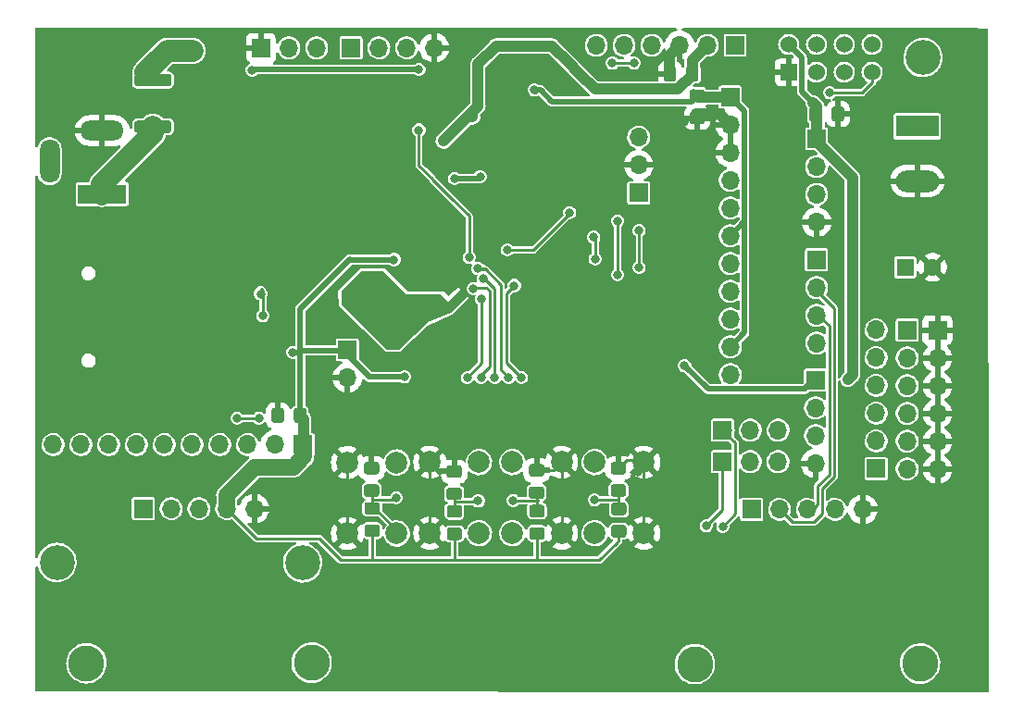
<source format=gbr>
%TF.GenerationSoftware,KiCad,Pcbnew,(5.99.0-3293-g62433736b)*%
%TF.CreationDate,2020-10-14T19:58:00+07:00*%
%TF.ProjectId,C21_board,4332315f-626f-4617-9264-2e6b69636164,rev?*%
%TF.SameCoordinates,Original*%
%TF.FileFunction,Copper,L2,Bot*%
%TF.FilePolarity,Positive*%
%FSLAX46Y46*%
G04 Gerber Fmt 4.6, Leading zero omitted, Abs format (unit mm)*
G04 Created by KiCad (PCBNEW (5.99.0-3293-g62433736b)) date 2020-10-14 19:58:00*
%MOMM*%
%LPD*%
G01*
G04 APERTURE LIST*
%TA.AperFunction,ComponentPad*%
%ADD10R,1.700000X1.700000*%
%TD*%
%TA.AperFunction,ComponentPad*%
%ADD11O,1.700000X1.700000*%
%TD*%
%TA.AperFunction,ComponentPad*%
%ADD12C,3.200000*%
%TD*%
%TA.AperFunction,ComponentPad*%
%ADD13C,3.300000*%
%TD*%
%TA.AperFunction,ComponentPad*%
%ADD14R,1.524000X1.524000*%
%TD*%
%TA.AperFunction,ComponentPad*%
%ADD15C,1.524000*%
%TD*%
%TA.AperFunction,ComponentPad*%
%ADD16R,4.400000X1.800000*%
%TD*%
%TA.AperFunction,ComponentPad*%
%ADD17O,4.000000X1.800000*%
%TD*%
%TA.AperFunction,ComponentPad*%
%ADD18O,1.800000X4.000000*%
%TD*%
%TA.AperFunction,ComponentPad*%
%ADD19R,3.960000X1.980000*%
%TD*%
%TA.AperFunction,ComponentPad*%
%ADD20O,3.960000X1.980000*%
%TD*%
%TA.AperFunction,ComponentPad*%
%ADD21C,2.000000*%
%TD*%
%TA.AperFunction,ComponentPad*%
%ADD22R,1.600000X1.600000*%
%TD*%
%TA.AperFunction,ComponentPad*%
%ADD23C,1.600000*%
%TD*%
%TA.AperFunction,ViaPad*%
%ADD24C,3.200000*%
%TD*%
%TA.AperFunction,ViaPad*%
%ADD25C,0.800000*%
%TD*%
%TA.AperFunction,Conductor*%
%ADD26C,0.500000*%
%TD*%
%TA.AperFunction,Conductor*%
%ADD27C,0.250000*%
%TD*%
%TA.AperFunction,Conductor*%
%ADD28C,1.000000*%
%TD*%
%TA.AperFunction,Conductor*%
%ADD29C,0.350000*%
%TD*%
%TA.AperFunction,Conductor*%
%ADD30C,1.500000*%
%TD*%
%TA.AperFunction,Conductor*%
%ADD31C,2.000000*%
%TD*%
G04 APERTURE END LIST*
D10*
%TO.P,BOOT0,1,Pin_1*%
%TO.N,GND*%
X117850000Y-62000000D03*
D11*
%TO.P,BOOT0,2,Pin_2*%
%TO.N,BOOT0*%
X120390000Y-62000000D03*
%TO.P,BOOT0,3,Pin_3*%
%TO.N,+3V3*%
X122930000Y-62000000D03*
%TD*%
D10*
%TO.P,MPU9250,1,Pin_1*%
%TO.N,+3V3*%
X121690000Y-98295000D03*
D11*
%TO.P,MPU9250,2,Pin_2*%
%TO.N,GND*%
X119150000Y-98295000D03*
%TO.P,MPU9250,3,Pin_3*%
%TO.N,IMU_SCL*%
X116610000Y-98295000D03*
%TO.P,MPU9250,4,Pin_4*%
%TO.N,IMU_SDA*%
X114070000Y-98295000D03*
%TO.P,MPU9250,5,Pin_5*%
%TO.N,Net-(MPU9250-Pad5)*%
X111530000Y-98295000D03*
%TO.P,MPU9250,6,Pin_6*%
%TO.N,Net-(MPU9250-Pad6)*%
X108990000Y-98295000D03*
%TO.P,MPU9250,7,Pin_7*%
%TO.N,Net-(MPU9250-Pad7)*%
X106450000Y-98295000D03*
%TO.P,MPU9250,8,Pin_8*%
%TO.N,Net-(MPU9250-Pad8)*%
X103910000Y-98295000D03*
%TO.P,MPU9250,9,Pin_9*%
%TO.N,Net-(MPU9250-Pad9)*%
X101370000Y-98295000D03*
%TO.P,MPU9250,10,Pin_10*%
%TO.N,Net-(MPU9250-Pad10)*%
X98830000Y-98295000D03*
D12*
%TO.P,MPU9250,11*%
%TO.N,N/C*%
X121640000Y-109120000D03*
X99190000Y-109070000D03*
%TD*%
D10*
%TO.P,J4,1,Pin_1*%
%TO.N,Joystick2_x*%
X162715000Y-104225000D03*
D11*
%TO.P,J4,2,Pin_2*%
%TO.N,Joystick2_y*%
X165255000Y-104225000D03*
%TO.P,J4,3,Pin_3*%
%TO.N,Joystick2_SW*%
X167795000Y-104225000D03*
%TO.P,J4,4,Pin_4*%
%TO.N,+3V3*%
X170335000Y-104225000D03*
%TO.P,J4,5,Pin_5*%
%TO.N,GND*%
X172875000Y-104225000D03*
D13*
%TO.P,J4,6*%
%TO.N,N/C*%
X157515000Y-118375000D03*
%TO.P,J4,7*%
X178105000Y-118315000D03*
%TD*%
D10*
%TO.P,3.3v CLK DIO GND,1,Pin_1*%
%TO.N,+3V3*%
X126070000Y-61990000D03*
D11*
%TO.P,3.3v CLK DIO GND,2,Pin_2*%
%TO.N,SWCLK*%
X128610000Y-61990000D03*
%TO.P,3.3v CLK DIO GND,3,Pin_3*%
%TO.N,SWDIO*%
X131150000Y-61990000D03*
%TO.P,3.3v CLK DIO GND,4,Pin_4*%
%TO.N,GND*%
X133690000Y-61990000D03*
%TD*%
D10*
%TO.P,HC05,1,Pin_1*%
%TO.N,Net-(HC5-Pad1)*%
X161200000Y-61775000D03*
D11*
%TO.P,HC05,2,Pin_2*%
%TO.N,+3V3*%
X158660000Y-61775000D03*
%TO.P,HC05,3,Pin_3*%
%TO.N,GND*%
X156120000Y-61775000D03*
%TO.P,HC05,4,Pin_4*%
%TO.N,UART1_RX*%
X153580000Y-61775000D03*
%TO.P,HC05,5,Pin_5*%
%TO.N,UART1_TX*%
X151040000Y-61775000D03*
%TO.P,HC05,6,Pin_6*%
%TO.N,Net-(HC5-Pad6)*%
X148500000Y-61775000D03*
%TD*%
D10*
%TO.P,J7,1,Pin_1*%
%TO.N,Joystick1_x*%
X107075000Y-104150000D03*
D11*
%TO.P,J7,2,Pin_2*%
%TO.N,Joystick1_y*%
X109615000Y-104150000D03*
%TO.P,J7,3,Pin_3*%
%TO.N,Joystick1_SW*%
X112155000Y-104150000D03*
%TO.P,J7,4,Pin_4*%
%TO.N,+3V3*%
X114695000Y-104150000D03*
%TO.P,J7,5,Pin_5*%
%TO.N,GND*%
X117235000Y-104150000D03*
D13*
%TO.P,J7,6*%
%TO.N,N/C*%
X101875000Y-118300000D03*
%TO.P,J7,7*%
X122465000Y-118240000D03*
%TD*%
D10*
%TO.P,LCD,1,Pin_1*%
%TO.N,+5V*%
X160750000Y-66500000D03*
D11*
%TO.P,LCD,2,Pin_2*%
%TO.N,GND*%
X160750000Y-69040000D03*
%TO.P,LCD,3,Pin_3*%
X160750000Y-71580000D03*
%TO.P,LCD,4,Pin_4*%
%TO.N,Net-(LCD1-Pad4)*%
X160750000Y-74120000D03*
%TO.P,LCD,5,Pin_5*%
%TO.N,Net-(LCD1-Pad5)*%
X160750000Y-76660000D03*
%TO.P,LCD,6,Pin_6*%
%TO.N,+5V*%
X160750000Y-79200000D03*
%TO.P,LCD,7,Pin_7*%
%TO.N,SCK*%
X160750000Y-81740000D03*
%TO.P,LCD,8,Pin_8*%
%TO.N,MOSI*%
X160750000Y-84280000D03*
%TO.P,LCD,9,Pin_9*%
%TO.N,LCD_RS*%
X160750000Y-86820000D03*
%TO.P,LCD,10,Pin_10*%
%TO.N,+5V*%
X160750000Y-89360000D03*
%TO.P,LCD,11,Pin_11*%
%TO.N,LCD_CS*%
X160750000Y-91900000D03*
%TD*%
D14*
%TO.P,nRF24,1,GND*%
%TO.N,GND*%
X166100000Y-64225000D03*
D15*
%TO.P,nRF24,2,VCC*%
%TO.N,+3V3*%
X166100000Y-61685000D03*
%TO.P,nRF24,3,CE*%
%TO.N,LCD_RS*%
X168640000Y-64225000D03*
%TO.P,nRF24,4,~CSN*%
%TO.N,LCD_CS*%
X168640000Y-61685000D03*
%TO.P,nRF24,5,SCK*%
%TO.N,SCK*%
X171180000Y-64225000D03*
%TO.P,nRF24,6,MOSI*%
%TO.N,MOSI*%
X171180000Y-61685000D03*
%TO.P,nRF24,7,MISO*%
%TO.N,nRF24_MISO*%
X173720000Y-64225000D03*
%TO.P,nRF24,8,IRQ*%
%TO.N,IRQ*%
X173720000Y-61685000D03*
%TD*%
D10*
%TO.P,J9,1,Pin_1*%
%TO.N,LED2*%
X160035000Y-99855000D03*
D11*
%TO.P,J9,2,Pin_2*%
%TO.N,PA6*%
X162575000Y-99855000D03*
%TO.P,J9,3,Pin_3*%
%TO.N,Encoder1A*%
X165115000Y-99855000D03*
%TD*%
D10*
%TO.P,J10,1,Pin_1*%
%TO.N,LED3*%
X160050000Y-96975000D03*
D11*
%TO.P,J10,2,Pin_2*%
%TO.N,PA7*%
X162590000Y-96975000D03*
%TO.P,J10,3,Pin_3*%
%TO.N,Encoder1B*%
X165130000Y-96975000D03*
%TD*%
D10*
%TO.P,L298N,1,Pin_1*%
%TO.N,PWM2*%
X168640000Y-81385000D03*
D11*
%TO.P,L298N,2,Pin_2*%
%TO.N,Joystick2_y*%
X168640000Y-83925000D03*
%TO.P,L298N,3,Pin_3*%
%TO.N,Joystick2_SW*%
X168640000Y-86465000D03*
%TO.P,L298N,4,Pin_4*%
%TO.N,PWM1*%
X168640000Y-89005000D03*
%TD*%
D10*
%TO.P,ENC2,1,Pin_1*%
%TO.N,+3V3*%
X168650000Y-70325000D03*
D11*
%TO.P,ENC2,2,Pin_2*%
%TO.N,Encoder2A*%
X168650000Y-72865000D03*
%TO.P,ENC2,3,Pin_3*%
%TO.N,Encoder2B*%
X168650000Y-75405000D03*
%TO.P,ENC2,4,Pin_4*%
%TO.N,GND*%
X168650000Y-77945000D03*
%TD*%
D10*
%TO.P,ENC1,1,Pin_1*%
%TO.N,+3V3*%
X168550000Y-92400000D03*
D11*
%TO.P,ENC1,2,Pin_2*%
%TO.N,Encoder1B*%
X168550000Y-94940000D03*
%TO.P,ENC1,3,Pin_3*%
%TO.N,Encoder1A*%
X168550000Y-97480000D03*
%TO.P,ENC1,4,Pin_4*%
%TO.N,GND*%
X168550000Y-100020000D03*
%TD*%
D10*
%TO.P,6  5  4  3  2  1,1,Pin_1*%
%TO.N,Encoder1A*%
X174100000Y-100500000D03*
D11*
%TO.P,6  5  4  3  2  1,2,Pin_2*%
%TO.N,Encoder1B*%
X174100000Y-97960000D03*
%TO.P,6  5  4  3  2  1,3,Pin_3*%
%TO.N,PWM1*%
X174100000Y-95420000D03*
%TO.P,6  5  4  3  2  1,4,Pin_4*%
%TO.N,PWM2*%
X174100000Y-92880000D03*
%TO.P,6  5  4  3  2  1,5,Pin_5*%
%TO.N,Encoder2B*%
X174100000Y-90340000D03*
%TO.P,6  5  4  3  2  1,6,Pin_6*%
%TO.N,Encoder2A*%
X174100000Y-87800000D03*
%TD*%
D10*
%TO.P,PWM PWR,1,Pin_1*%
%TO.N,+5VP*%
X176925000Y-87820000D03*
D11*
%TO.P,PWM PWR,2,Pin_2*%
X176925000Y-90360000D03*
%TO.P,PWM PWR,3,Pin_3*%
X176925000Y-92900000D03*
%TO.P,PWM PWR,4,Pin_4*%
X176925000Y-95440000D03*
%TO.P,PWM PWR,5,Pin_5*%
X176925000Y-97980000D03*
%TO.P,PWM PWR,6,Pin_6*%
X176925000Y-100520000D03*
%TD*%
D10*
%TO.P,GND,1,Pin_1*%
%TO.N,GND*%
X179700000Y-87825000D03*
D11*
%TO.P,GND,2,Pin_2*%
X179700000Y-90365000D03*
%TO.P,GND,3,Pin_3*%
X179700000Y-92905000D03*
%TO.P,GND,4,Pin_4*%
X179700000Y-95445000D03*
%TO.P,GND,5,Pin_5*%
X179700000Y-97985000D03*
%TO.P,GND,6,Pin_6*%
X179700000Y-100525000D03*
%TD*%
D16*
%TO.P,JACK DC,1*%
%TO.N,+12V*%
X103310000Y-75365000D03*
D17*
%TO.P,JACK DC,2*%
%TO.N,GND*%
X103310000Y-69565000D03*
D18*
%TO.P,JACK DC,3*%
%TO.N,N/C*%
X98510000Y-72365000D03*
%TD*%
D10*
%TO.P,BUZZER,1,Pin_1*%
%TO.N,Buzzer*%
X152375000Y-75255000D03*
D11*
%TO.P,BUZZER,2,Pin_2*%
%TO.N,GND*%
X152375000Y-72715000D03*
%TO.P,BUZZER,3,Pin_3*%
%TO.N,+5V*%
X152375000Y-70175000D03*
%TD*%
D19*
%TO.P,SERVO,1,Pin_1*%
%TO.N,+5VP*%
X177850000Y-69175000D03*
D20*
%TO.P,SERVO,2,Pin_2*%
%TO.N,GND*%
X177850000Y-74175000D03*
%TD*%
D21*
%TO.P,BTN1,1,1*%
%TO.N,GND*%
X133274999Y-106404999D03*
X133274999Y-99904999D03*
%TO.P,BTN1,2,2*%
%TO.N,Button3*%
X137774999Y-99904999D03*
X137774999Y-106404999D03*
%TD*%
%TO.P,BTN3,1,1*%
%TO.N,GND*%
X152849999Y-99904999D03*
X152849999Y-106404999D03*
%TO.P,BTN3,2,2*%
%TO.N,Button1*%
X148349999Y-99904999D03*
X148349999Y-106404999D03*
%TD*%
%TO.P,BTN2,1,1*%
%TO.N,GND*%
X145324999Y-99904999D03*
X145324999Y-106404999D03*
%TO.P,BTN2,2,2*%
%TO.N,Button2*%
X140824999Y-106404999D03*
X140824999Y-99904999D03*
%TD*%
%TO.P,NRST,1,1*%
%TO.N,GND*%
X125749999Y-106429999D03*
X125749999Y-99929999D03*
%TO.P,NRST,2,2*%
%TO.N,NRST*%
X130249999Y-106429999D03*
X130249999Y-99929999D03*
%TD*%
D22*
%TO.P,C25,1*%
%TO.N,+5VP*%
X176750000Y-82075000D03*
D23*
%TO.P,C25,2*%
%TO.N,GND*%
X179250000Y-82075000D03*
%TD*%
D10*
%TO.P,J3,1,Pin_1*%
%TO.N,+3V3*%
X125740000Y-89630000D03*
D11*
%TO.P,J3,2,Pin_2*%
%TO.N,GND*%
X125740000Y-92170000D03*
%TD*%
%TO.P,C3,1*%
%TO.N,NRST*%
%TA.AperFunction,SMDPad,CuDef*%
G36*
G01*
X128399999Y-103079999D02*
X127499999Y-103079999D01*
G75*
G02*
X127249999Y-102829999I0J250000D01*
G01*
X127249999Y-102179999D01*
G75*
G02*
X127499999Y-101929999I250000J0D01*
G01*
X128399999Y-101929999D01*
G75*
G02*
X128649999Y-102179999I0J-250000D01*
G01*
X128649999Y-102829999D01*
G75*
G02*
X128399999Y-103079999I-250000J0D01*
G01*
G37*
%TD.AperFunction*%
%TO.P,C3,2*%
%TO.N,GND*%
%TA.AperFunction,SMDPad,CuDef*%
G36*
G01*
X128399999Y-101029999D02*
X127499999Y-101029999D01*
G75*
G02*
X127249999Y-100779999I0J250000D01*
G01*
X127249999Y-100129999D01*
G75*
G02*
X127499999Y-99879999I250000J0D01*
G01*
X128399999Y-99879999D01*
G75*
G02*
X128649999Y-100129999I0J-250000D01*
G01*
X128649999Y-100779999D01*
G75*
G02*
X128399999Y-101029999I-250000J0D01*
G01*
G37*
%TD.AperFunction*%
%TD*%
%TO.P,C14,1*%
%TO.N,Button1*%
%TA.AperFunction,SMDPad,CuDef*%
G36*
G01*
X150974999Y-103079999D02*
X150074999Y-103079999D01*
G75*
G02*
X149824999Y-102829999I0J250000D01*
G01*
X149824999Y-102179999D01*
G75*
G02*
X150074999Y-101929999I250000J0D01*
G01*
X150974999Y-101929999D01*
G75*
G02*
X151224999Y-102179999I0J-250000D01*
G01*
X151224999Y-102829999D01*
G75*
G02*
X150974999Y-103079999I-250000J0D01*
G01*
G37*
%TD.AperFunction*%
%TO.P,C14,2*%
%TO.N,GND*%
%TA.AperFunction,SMDPad,CuDef*%
G36*
G01*
X150974999Y-101029999D02*
X150074999Y-101029999D01*
G75*
G02*
X149824999Y-100779999I0J250000D01*
G01*
X149824999Y-100129999D01*
G75*
G02*
X150074999Y-99879999I250000J0D01*
G01*
X150974999Y-99879999D01*
G75*
G02*
X151224999Y-100129999I0J-250000D01*
G01*
X151224999Y-100779999D01*
G75*
G02*
X150974999Y-101029999I-250000J0D01*
G01*
G37*
%TD.AperFunction*%
%TD*%
%TO.P,C17,1*%
%TO.N,Button3*%
%TA.AperFunction,SMDPad,CuDef*%
G36*
G01*
X135949999Y-103379999D02*
X135049999Y-103379999D01*
G75*
G02*
X134799999Y-103129999I0J250000D01*
G01*
X134799999Y-102479999D01*
G75*
G02*
X135049999Y-102229999I250000J0D01*
G01*
X135949999Y-102229999D01*
G75*
G02*
X136199999Y-102479999I0J-250000D01*
G01*
X136199999Y-103129999D01*
G75*
G02*
X135949999Y-103379999I-250000J0D01*
G01*
G37*
%TD.AperFunction*%
%TO.P,C17,2*%
%TO.N,GND*%
%TA.AperFunction,SMDPad,CuDef*%
G36*
G01*
X135949999Y-101329999D02*
X135049999Y-101329999D01*
G75*
G02*
X134799999Y-101079999I0J250000D01*
G01*
X134799999Y-100429999D01*
G75*
G02*
X135049999Y-100179999I250000J0D01*
G01*
X135949999Y-100179999D01*
G75*
G02*
X136199999Y-100429999I0J-250000D01*
G01*
X136199999Y-101079999D01*
G75*
G02*
X135949999Y-101329999I-250000J0D01*
G01*
G37*
%TD.AperFunction*%
%TD*%
%TO.P,C18,1*%
%TO.N,Button2*%
%TA.AperFunction,SMDPad,CuDef*%
G36*
G01*
X143499999Y-103279999D02*
X142599999Y-103279999D01*
G75*
G02*
X142349999Y-103029999I0J250000D01*
G01*
X142349999Y-102379999D01*
G75*
G02*
X142599999Y-102129999I250000J0D01*
G01*
X143499999Y-102129999D01*
G75*
G02*
X143749999Y-102379999I0J-250000D01*
G01*
X143749999Y-103029999D01*
G75*
G02*
X143499999Y-103279999I-250000J0D01*
G01*
G37*
%TD.AperFunction*%
%TO.P,C18,2*%
%TO.N,GND*%
%TA.AperFunction,SMDPad,CuDef*%
G36*
G01*
X143499999Y-101229999D02*
X142599999Y-101229999D01*
G75*
G02*
X142349999Y-100979999I0J250000D01*
G01*
X142349999Y-100329999D01*
G75*
G02*
X142599999Y-100079999I250000J0D01*
G01*
X143499999Y-100079999D01*
G75*
G02*
X143749999Y-100329999I0J-250000D01*
G01*
X143749999Y-100979999D01*
G75*
G02*
X143499999Y-101229999I-250000J0D01*
G01*
G37*
%TD.AperFunction*%
%TD*%
%TO.P,R2,1*%
%TO.N,+3V3*%
%TA.AperFunction,SMDPad,CuDef*%
G36*
G01*
X128449999Y-106754999D02*
X127549999Y-106754999D01*
G75*
G02*
X127299999Y-106504999I0J250000D01*
G01*
X127299999Y-105854999D01*
G75*
G02*
X127549999Y-105604999I250000J0D01*
G01*
X128449999Y-105604999D01*
G75*
G02*
X128699999Y-105854999I0J-250000D01*
G01*
X128699999Y-106504999D01*
G75*
G02*
X128449999Y-106754999I-250000J0D01*
G01*
G37*
%TD.AperFunction*%
%TO.P,R2,2*%
%TO.N,NRST*%
%TA.AperFunction,SMDPad,CuDef*%
G36*
G01*
X128449999Y-104704999D02*
X127549999Y-104704999D01*
G75*
G02*
X127299999Y-104454999I0J250000D01*
G01*
X127299999Y-103804999D01*
G75*
G02*
X127549999Y-103554999I250000J0D01*
G01*
X128449999Y-103554999D01*
G75*
G02*
X128699999Y-103804999I0J-250000D01*
G01*
X128699999Y-104454999D01*
G75*
G02*
X128449999Y-104704999I-250000J0D01*
G01*
G37*
%TD.AperFunction*%
%TD*%
%TO.P,R10,1*%
%TO.N,+3V3*%
%TA.AperFunction,SMDPad,CuDef*%
G36*
G01*
X150999999Y-106804999D02*
X150099999Y-106804999D01*
G75*
G02*
X149849999Y-106554999I0J250000D01*
G01*
X149849999Y-105904999D01*
G75*
G02*
X150099999Y-105654999I250000J0D01*
G01*
X150999999Y-105654999D01*
G75*
G02*
X151249999Y-105904999I0J-250000D01*
G01*
X151249999Y-106554999D01*
G75*
G02*
X150999999Y-106804999I-250000J0D01*
G01*
G37*
%TD.AperFunction*%
%TO.P,R10,2*%
%TO.N,Button1*%
%TA.AperFunction,SMDPad,CuDef*%
G36*
G01*
X150999999Y-104754999D02*
X150099999Y-104754999D01*
G75*
G02*
X149849999Y-104504999I0J250000D01*
G01*
X149849999Y-103854999D01*
G75*
G02*
X150099999Y-103604999I250000J0D01*
G01*
X150999999Y-103604999D01*
G75*
G02*
X151249999Y-103854999I0J-250000D01*
G01*
X151249999Y-104504999D01*
G75*
G02*
X150999999Y-104754999I-250000J0D01*
G01*
G37*
%TD.AperFunction*%
%TD*%
%TO.P,R12,1*%
%TO.N,+3V3*%
%TA.AperFunction,SMDPad,CuDef*%
G36*
G01*
X135974999Y-107029999D02*
X135074999Y-107029999D01*
G75*
G02*
X134824999Y-106779999I0J250000D01*
G01*
X134824999Y-106129999D01*
G75*
G02*
X135074999Y-105879999I250000J0D01*
G01*
X135974999Y-105879999D01*
G75*
G02*
X136224999Y-106129999I0J-250000D01*
G01*
X136224999Y-106779999D01*
G75*
G02*
X135974999Y-107029999I-250000J0D01*
G01*
G37*
%TD.AperFunction*%
%TO.P,R12,2*%
%TO.N,Button3*%
%TA.AperFunction,SMDPad,CuDef*%
G36*
G01*
X135974999Y-104979999D02*
X135074999Y-104979999D01*
G75*
G02*
X134824999Y-104729999I0J250000D01*
G01*
X134824999Y-104079999D01*
G75*
G02*
X135074999Y-103829999I250000J0D01*
G01*
X135974999Y-103829999D01*
G75*
G02*
X136224999Y-104079999I0J-250000D01*
G01*
X136224999Y-104729999D01*
G75*
G02*
X135974999Y-104979999I-250000J0D01*
G01*
G37*
%TD.AperFunction*%
%TD*%
%TO.P,R13,1*%
%TO.N,+3V3*%
%TA.AperFunction,SMDPad,CuDef*%
G36*
G01*
X143524999Y-107004999D02*
X142624999Y-107004999D01*
G75*
G02*
X142374999Y-106754999I0J250000D01*
G01*
X142374999Y-106104999D01*
G75*
G02*
X142624999Y-105854999I250000J0D01*
G01*
X143524999Y-105854999D01*
G75*
G02*
X143774999Y-106104999I0J-250000D01*
G01*
X143774999Y-106754999D01*
G75*
G02*
X143524999Y-107004999I-250000J0D01*
G01*
G37*
%TD.AperFunction*%
%TO.P,R13,2*%
%TO.N,Button2*%
%TA.AperFunction,SMDPad,CuDef*%
G36*
G01*
X143524999Y-104954999D02*
X142624999Y-104954999D01*
G75*
G02*
X142374999Y-104704999I0J250000D01*
G01*
X142374999Y-104054999D01*
G75*
G02*
X142624999Y-103804999I250000J0D01*
G01*
X143524999Y-103804999D01*
G75*
G02*
X143774999Y-104054999I0J-250000D01*
G01*
X143774999Y-104704999D01*
G75*
G02*
X143524999Y-104954999I-250000J0D01*
G01*
G37*
%TD.AperFunction*%
%TD*%
%TO.P,D5,1,K*%
%TO.N,+12V*%
%TA.AperFunction,SMDPad,CuDef*%
G36*
G01*
X109400000Y-69785000D02*
X106500000Y-69785000D01*
G75*
G02*
X106250000Y-69535000I0J250000D01*
G01*
X106250000Y-68910000D01*
G75*
G02*
X106500000Y-68660000I250000J0D01*
G01*
X109400000Y-68660000D01*
G75*
G02*
X109650000Y-68910000I0J-250000D01*
G01*
X109650000Y-69535000D01*
G75*
G02*
X109400000Y-69785000I-250000J0D01*
G01*
G37*
%TD.AperFunction*%
%TO.P,D5,2,A*%
%TO.N,Net-(C20-Pad1)*%
%TA.AperFunction,SMDPad,CuDef*%
G36*
G01*
X109400000Y-65510000D02*
X106500000Y-65510000D01*
G75*
G02*
X106250000Y-65260000I0J250000D01*
G01*
X106250000Y-64635000D01*
G75*
G02*
X106500000Y-64385000I250000J0D01*
G01*
X109400000Y-64385000D01*
G75*
G02*
X109650000Y-64635000I0J-250000D01*
G01*
X109650000Y-65260000D01*
G75*
G02*
X109400000Y-65510000I-250000J0D01*
G01*
G37*
%TD.AperFunction*%
%TD*%
%TO.P,C24,1*%
%TO.N,+5V*%
%TA.AperFunction,SMDPad,CuDef*%
G36*
G01*
X157275000Y-65800000D02*
X158175000Y-65800000D01*
G75*
G02*
X158425000Y-66050000I0J-250000D01*
G01*
X158425000Y-66700000D01*
G75*
G02*
X158175000Y-66950000I-250000J0D01*
G01*
X157275000Y-66950000D01*
G75*
G02*
X157025000Y-66700000I0J250000D01*
G01*
X157025000Y-66050000D01*
G75*
G02*
X157275000Y-65800000I250000J0D01*
G01*
G37*
%TD.AperFunction*%
%TO.P,C24,2*%
%TO.N,GND*%
%TA.AperFunction,SMDPad,CuDef*%
G36*
G01*
X157275000Y-67850000D02*
X158175000Y-67850000D01*
G75*
G02*
X158425000Y-68100000I0J-250000D01*
G01*
X158425000Y-68750000D01*
G75*
G02*
X158175000Y-69000000I-250000J0D01*
G01*
X157275000Y-69000000D01*
G75*
G02*
X157025000Y-68750000I0J250000D01*
G01*
X157025000Y-68100000D01*
G75*
G02*
X157275000Y-67850000I250000J0D01*
G01*
G37*
%TD.AperFunction*%
%TD*%
%TO.P,C23,1*%
%TO.N,+3V3*%
%TA.AperFunction,SMDPad,CuDef*%
G36*
G01*
X167975000Y-68500000D02*
X167975000Y-67600000D01*
G75*
G02*
X168225000Y-67350000I250000J0D01*
G01*
X168875000Y-67350000D01*
G75*
G02*
X169125000Y-67600000I0J-250000D01*
G01*
X169125000Y-68500000D01*
G75*
G02*
X168875000Y-68750000I-250000J0D01*
G01*
X168225000Y-68750000D01*
G75*
G02*
X167975000Y-68500000I0J250000D01*
G01*
G37*
%TD.AperFunction*%
%TO.P,C23,2*%
%TO.N,GND*%
%TA.AperFunction,SMDPad,CuDef*%
G36*
G01*
X170025000Y-68500000D02*
X170025000Y-67600000D01*
G75*
G02*
X170275000Y-67350000I250000J0D01*
G01*
X170925000Y-67350000D01*
G75*
G02*
X171175000Y-67600000I0J-250000D01*
G01*
X171175000Y-68500000D01*
G75*
G02*
X170925000Y-68750000I-250000J0D01*
G01*
X170275000Y-68750000D01*
G75*
G02*
X170025000Y-68500000I0J250000D01*
G01*
G37*
%TD.AperFunction*%
%TD*%
%TO.P,C22,1*%
%TO.N,+3V3*%
%TA.AperFunction,SMDPad,CuDef*%
G36*
G01*
X157850000Y-63925000D02*
X157850000Y-64825000D01*
G75*
G02*
X157600000Y-65075000I-250000J0D01*
G01*
X156950000Y-65075000D01*
G75*
G02*
X156700000Y-64825000I0J250000D01*
G01*
X156700000Y-63925000D01*
G75*
G02*
X156950000Y-63675000I250000J0D01*
G01*
X157600000Y-63675000D01*
G75*
G02*
X157850000Y-63925000I0J-250000D01*
G01*
G37*
%TD.AperFunction*%
%TO.P,C22,2*%
%TO.N,GND*%
%TA.AperFunction,SMDPad,CuDef*%
G36*
G01*
X155800000Y-63925000D02*
X155800000Y-64825000D01*
G75*
G02*
X155550000Y-65075000I-250000J0D01*
G01*
X154900000Y-65075000D01*
G75*
G02*
X154650000Y-64825000I0J250000D01*
G01*
X154650000Y-63925000D01*
G75*
G02*
X154900000Y-63675000I250000J0D01*
G01*
X155550000Y-63675000D01*
G75*
G02*
X155800000Y-63925000I0J-250000D01*
G01*
G37*
%TD.AperFunction*%
%TD*%
%TO.P,C16,1*%
%TO.N,+3V3*%
%TA.AperFunction,SMDPad,CuDef*%
G36*
G01*
X122000000Y-95175000D02*
X122000000Y-96075000D01*
G75*
G02*
X121750000Y-96325000I-250000J0D01*
G01*
X121100000Y-96325000D01*
G75*
G02*
X120850000Y-96075000I0J250000D01*
G01*
X120850000Y-95175000D01*
G75*
G02*
X121100000Y-94925000I250000J0D01*
G01*
X121750000Y-94925000D01*
G75*
G02*
X122000000Y-95175000I0J-250000D01*
G01*
G37*
%TD.AperFunction*%
%TO.P,C16,2*%
%TO.N,GND*%
%TA.AperFunction,SMDPad,CuDef*%
G36*
G01*
X119950000Y-95175000D02*
X119950000Y-96075000D01*
G75*
G02*
X119700000Y-96325000I-250000J0D01*
G01*
X119050000Y-96325000D01*
G75*
G02*
X118800000Y-96075000I0J250000D01*
G01*
X118800000Y-95175000D01*
G75*
G02*
X119050000Y-94925000I250000J0D01*
G01*
X119700000Y-94925000D01*
G75*
G02*
X119950000Y-95175000I0J-250000D01*
G01*
G37*
%TD.AperFunction*%
%TD*%
D24*
%TO.N,*%
X178375000Y-62875000D03*
D25*
%TO.N,GND*%
X171375000Y-93850000D03*
X143450000Y-71475000D03*
X117000000Y-74500000D03*
X128150000Y-75850000D03*
X99050000Y-66900000D03*
X137725000Y-72575000D03*
X166800000Y-86200000D03*
X141075000Y-72075000D03*
X120025000Y-72731175D03*
X170125000Y-110325000D03*
X116950000Y-119550000D03*
X160000000Y-107200000D03*
X98675000Y-86450000D03*
X136875000Y-111400000D03*
X164150000Y-118950000D03*
X170125000Y-112725000D03*
X169825000Y-62975000D03*
X149050000Y-85975000D03*
X102575000Y-109700000D03*
X136350000Y-120195000D03*
X129725000Y-90350000D03*
X132175000Y-87125000D03*
X173225000Y-112725000D03*
X180925000Y-69600000D03*
X172775000Y-67950000D03*
X155200000Y-101175000D03*
X107825000Y-94175000D03*
X106775000Y-109825000D03*
X151300000Y-84225000D03*
X149200000Y-88325000D03*
X171900000Y-100100000D03*
X166625000Y-77025000D03*
X156850000Y-88350000D03*
X111825000Y-111625000D03*
X160075000Y-109375000D03*
X125855001Y-65244999D03*
X128625000Y-82875000D03*
X108225000Y-78200000D03*
X127025000Y-74600000D03*
X139400000Y-81300000D03*
X173200000Y-116200000D03*
X163100000Y-89125000D03*
X128250000Y-66750000D03*
X173200000Y-109225000D03*
X165575000Y-106125000D03*
X134150000Y-73375000D03*
X152525000Y-67750000D03*
X180625000Y-64850000D03*
X99050000Y-64475000D03*
X163700000Y-68975000D03*
X180925000Y-68000000D03*
X148700000Y-77750000D03*
X124775000Y-104625000D03*
X147825000Y-86875000D03*
X178300000Y-102800000D03*
X133025000Y-96275000D03*
X173125000Y-106100000D03*
X178000000Y-107410000D03*
X154775000Y-104900000D03*
X104275000Y-104250000D03*
X153850000Y-113500000D03*
X121500000Y-103025000D03*
X143350000Y-63900000D03*
X166800000Y-96800000D03*
X172450000Y-69600000D03*
X148500000Y-71500000D03*
X156875000Y-86250000D03*
X131400000Y-84975000D03*
X153100000Y-86300000D03*
X136875000Y-114075000D03*
X162975000Y-71000000D03*
X155000000Y-92275000D03*
X105675000Y-89025000D03*
X161075000Y-116225000D03*
X134450000Y-76025000D03*
X139700000Y-66050000D03*
X123275000Y-104025000D03*
X156325000Y-73975000D03*
X177875000Y-66150000D03*
X103600000Y-94175000D03*
X135750000Y-71475000D03*
X173325000Y-119000000D03*
X156600000Y-92375000D03*
X111570000Y-84295000D03*
X151325000Y-68550000D03*
X178200000Y-109225000D03*
X99050000Y-61925000D03*
X102150000Y-101275000D03*
X107750000Y-89000000D03*
X124050000Y-71856175D03*
X163050000Y-84825000D03*
X137150000Y-69600000D03*
X143375000Y-72900000D03*
X131775000Y-112900000D03*
X134900000Y-64375000D03*
X150350000Y-87375000D03*
X143375000Y-75575000D03*
X131350000Y-76050000D03*
X101875000Y-64475000D03*
X135425000Y-93875000D03*
X141375000Y-114100000D03*
X163700000Y-66825000D03*
X125675000Y-87850000D03*
X142800000Y-66850000D03*
X155225000Y-64375000D03*
X164750000Y-62575000D03*
X133100000Y-120175000D03*
X105250000Y-79500000D03*
X174375000Y-82575000D03*
X157850000Y-111500000D03*
X112825000Y-106025000D03*
X101875000Y-66950000D03*
X165175000Y-66825000D03*
X175400000Y-107435000D03*
X141825000Y-95100000D03*
X180750000Y-112675000D03*
X131375000Y-74550000D03*
X136575000Y-64375000D03*
X155350000Y-84275000D03*
X151550000Y-88525000D03*
X150750000Y-73700000D03*
X175525000Y-119000000D03*
X121675000Y-115750000D03*
X178225000Y-112675000D03*
X143375000Y-74225000D03*
X175075000Y-66725000D03*
X154575000Y-72150000D03*
X135600000Y-67850000D03*
X139425000Y-73825000D03*
X145700000Y-74275000D03*
X139540000Y-120175000D03*
X154425000Y-75700000D03*
X114250000Y-62750000D03*
X126370000Y-120195000D03*
X142870000Y-120145000D03*
X171650000Y-71200000D03*
X156275000Y-75700000D03*
X153300000Y-84250000D03*
X98700000Y-91975000D03*
X162875000Y-101600000D03*
X146290000Y-120175000D03*
X166350000Y-72100000D03*
X149875000Y-70125000D03*
X164150000Y-112725000D03*
X116775000Y-115975000D03*
X104425000Y-66925000D03*
X129300000Y-74500000D03*
X161075000Y-112725000D03*
X162425000Y-107125000D03*
X167500000Y-112725000D03*
X156325000Y-70525000D03*
X157675000Y-68050000D03*
X101850000Y-61850000D03*
X132825000Y-76050000D03*
X147275000Y-77750000D03*
X110175000Y-94200000D03*
X166250000Y-94750000D03*
X98675000Y-89350000D03*
X143125000Y-96350000D03*
X175600000Y-102825000D03*
X145700000Y-75775000D03*
X146525000Y-85625000D03*
X145300000Y-64325000D03*
X144075000Y-64925000D03*
X169925000Y-79375000D03*
X180560000Y-62075000D03*
X143200000Y-76925000D03*
X180700000Y-102800000D03*
X174325000Y-85550000D03*
X141500000Y-81525000D03*
X152900000Y-89925000D03*
X171200000Y-95925000D03*
X174450000Y-67975000D03*
X135650000Y-62050000D03*
X99200000Y-115350000D03*
X175475000Y-109225000D03*
X110025000Y-106050000D03*
X98975000Y-106725000D03*
X164275000Y-116300000D03*
X170500000Y-118950000D03*
X114170000Y-79425000D03*
X147400000Y-84675000D03*
X174325000Y-84000000D03*
X105675000Y-94175000D03*
X144850000Y-69100000D03*
X159025000Y-64725000D03*
X102075000Y-104150000D03*
X163050000Y-90975000D03*
X167750000Y-119025000D03*
X136050000Y-81850000D03*
X130200000Y-110925000D03*
X132350000Y-83900000D03*
X98575000Y-81025000D03*
X98575000Y-78350000D03*
X156575000Y-68825000D03*
X154025000Y-115700000D03*
X166625000Y-78500000D03*
X151775000Y-90950000D03*
X152000000Y-115700000D03*
X155825000Y-111450000D03*
X106400000Y-101900000D03*
X107025000Y-119125000D03*
X114975000Y-94275000D03*
X150400000Y-89600000D03*
X106950000Y-116050000D03*
X130250000Y-68500000D03*
X116625000Y-111550000D03*
X152849999Y-103329999D03*
X138875000Y-80275000D03*
X158550000Y-104275000D03*
X154575000Y-70475000D03*
X153050000Y-92275000D03*
X164950000Y-73575000D03*
X124500000Y-95075000D03*
X157900000Y-109400000D03*
X112050000Y-115950000D03*
X166800000Y-84500000D03*
X104450000Y-101125000D03*
X181150000Y-66275000D03*
X102425000Y-115500000D03*
X142225000Y-82375000D03*
X161025000Y-118875000D03*
X134975000Y-66825000D03*
X98650000Y-83650000D03*
X129700000Y-84000000D03*
X164150000Y-110150000D03*
X170300000Y-116275000D03*
X175500000Y-112700000D03*
X156325000Y-72225000D03*
X179900000Y-84225000D03*
X148325000Y-76275000D03*
X104475000Y-61825000D03*
X167500000Y-110350000D03*
X147025000Y-72975000D03*
X155950000Y-113450000D03*
X154500000Y-73925000D03*
X134275000Y-95050000D03*
X175575000Y-116250000D03*
X104425000Y-64475000D03*
X129600000Y-120195000D03*
X154075000Y-90950000D03*
X152274999Y-100804999D03*
X163075000Y-86900000D03*
X155200000Y-86275000D03*
X112175000Y-119350000D03*
X149410000Y-120175000D03*
X155100000Y-88375000D03*
X180450000Y-107410000D03*
X133800000Y-65675000D03*
X106775000Y-111775000D03*
X180700000Y-109225000D03*
X180750000Y-73525000D03*
X112600000Y-94225000D03*
X107950000Y-106075000D03*
X163075000Y-83300000D03*
X102575000Y-111850000D03*
X152790000Y-120175000D03*
X126175000Y-94550000D03*
X141325000Y-111375000D03*
X167650000Y-116275000D03*
X139550000Y-72075000D03*
%TO.N,NRST*%
X136700000Y-92175000D03*
X138000000Y-85000000D03*
X130199999Y-103154999D03*
%TO.N,+5V*%
X117025000Y-64025000D03*
X132275000Y-63975000D03*
X142825000Y-65850000D03*
%TO.N,+3V3*%
X130950000Y-92100000D03*
X129990000Y-81375000D03*
X137187500Y-68312500D03*
X156575000Y-91075000D03*
X137875000Y-73800000D03*
X171525000Y-92325000D03*
X134502999Y-70522001D03*
X135525000Y-73950000D03*
X120760000Y-89860000D03*
%TO.N,Button1*%
X137700000Y-82200000D03*
X148324999Y-103354999D03*
X140475000Y-92150000D03*
%TO.N,Button3*%
X137975000Y-92150000D03*
X137250000Y-84025000D03*
X137699999Y-103454999D03*
%TO.N,Button2*%
X140899999Y-103404999D03*
X139225000Y-92150000D03*
X138150000Y-83125000D03*
%TO.N,BOOT0*%
X132275000Y-69525000D03*
X136879840Y-81180160D03*
%TO.N,IMU_SDA*%
X115650000Y-95875000D03*
X117650000Y-95875000D03*
%TO.N,UART1_RX*%
X151955000Y-63400000D03*
X149975000Y-63400000D03*
%TO.N,LCD_CS*%
X150450000Y-77825000D03*
X150450000Y-82775000D03*
%TO.N,LCD_RS*%
X152425000Y-82075000D03*
X152425000Y-78725000D03*
%TO.N,MOSI*%
X148395000Y-81300000D03*
X148275000Y-79325000D03*
%TO.N,nRF24_MISO*%
X169825000Y-66100000D03*
%TO.N,LED2*%
X158550000Y-105725000D03*
%TO.N,LED3*%
X160062500Y-105787500D03*
%TO.N,LED1*%
X141650000Y-92150000D03*
X141000000Y-83750000D03*
%TO.N,SD_MISO*%
X117990000Y-86505000D03*
X117805000Y-84510000D03*
%TO.N,Buzzer*%
X140350000Y-80478360D03*
X146050000Y-77075000D03*
%TO.N,Net-(C20-Pad1)*%
X110200000Y-62265000D03*
X111340000Y-62265000D03*
X108930000Y-62295000D03*
%TD*%
D26*
%TO.N,+3V3*%
X129990000Y-81375000D02*
X125975000Y-81375000D01*
X125975000Y-81375000D02*
X125950000Y-81350000D01*
D27*
%TO.N,GND*%
X143049999Y-100654999D02*
X144574999Y-100654999D01*
X133274999Y-99904999D02*
X133274999Y-106404999D01*
D28*
X155225000Y-62670000D02*
X155225000Y-64375000D01*
D27*
X152674999Y-99729999D02*
X152849999Y-99904999D01*
X134124999Y-100754999D02*
X133274999Y-99904999D01*
X125749999Y-99929999D02*
X125749999Y-106429999D01*
X144574999Y-100654999D02*
X145324999Y-99904999D01*
X150524999Y-100454999D02*
X151249999Y-99729999D01*
X152849999Y-99904999D02*
X152849999Y-106404999D01*
X151249999Y-99729999D02*
X152674999Y-99729999D01*
D28*
X159760000Y-68050000D02*
X160750000Y-69040000D01*
D27*
X135499999Y-100754999D02*
X134124999Y-100754999D01*
X145324999Y-99904999D02*
X145324999Y-106404999D01*
D28*
X156120000Y-61775000D02*
X155225000Y-62670000D01*
X157675000Y-68050000D02*
X159760000Y-68050000D01*
D27*
%TO.N,NRST*%
X136700000Y-92126998D02*
X136700000Y-92175000D01*
X129999999Y-103354999D02*
X130199999Y-103154999D01*
X128199999Y-104079999D02*
X128149999Y-104079999D01*
X138000000Y-85000000D02*
X138000000Y-90826998D01*
X127974999Y-103354999D02*
X127974999Y-102529999D01*
X130424999Y-106304999D02*
X128199999Y-104079999D01*
X127974999Y-104204999D02*
X127974999Y-103354999D01*
X127974999Y-103354999D02*
X129999999Y-103354999D01*
X138000000Y-90826998D02*
X136700000Y-92126998D01*
X127974999Y-102529999D02*
X127949999Y-102504999D01*
D26*
%TO.N,+5V*%
X162050001Y-67800001D02*
X162050001Y-77899999D01*
X157200001Y-66899999D02*
X157725000Y-66375000D01*
X162050001Y-67800001D02*
X160750000Y-66500000D01*
X162050001Y-88059999D02*
X162050001Y-67800001D01*
D28*
X157850000Y-66500000D02*
X157725000Y-66375000D01*
D26*
X143390685Y-65850000D02*
X144440684Y-66899999D01*
X144440684Y-66899999D02*
X157200001Y-66899999D01*
X142974999Y-65999999D02*
X142825000Y-65850000D01*
X160750000Y-89360000D02*
X162050001Y-88059999D01*
X157725000Y-66375000D02*
X157349999Y-65999999D01*
X132275000Y-63975000D02*
X117250000Y-63975000D01*
D28*
X160750000Y-66500000D02*
X157850000Y-66500000D01*
D26*
X142825000Y-65850000D02*
X143390685Y-65850000D01*
X162050001Y-77899999D02*
X160750000Y-79200000D01*
D29*
%TO.N,+3V3*%
X156575000Y-91075000D02*
X156575000Y-91075000D01*
D28*
X170954501Y-72870499D02*
X168670000Y-70585998D01*
D30*
X114695000Y-102947919D02*
X117292918Y-100350001D01*
D26*
X137850000Y-73950000D02*
X135775000Y-73950000D01*
D29*
X137850000Y-73950000D02*
X135950000Y-73950000D01*
D26*
X125950000Y-81350000D02*
X121425000Y-85875000D01*
X127675000Y-92010000D02*
X127675000Y-92100000D01*
D27*
X149874998Y-107755000D02*
X150342499Y-107287499D01*
D28*
X136712500Y-68312500D02*
X137187500Y-68312500D01*
D27*
X127999999Y-106179999D02*
X127999999Y-107679999D01*
X143074998Y-107005000D02*
X143074998Y-107755000D01*
D28*
X157275000Y-63160000D02*
X158660000Y-61775000D01*
D27*
X125163999Y-108875001D02*
X128009999Y-108875001D01*
X135539999Y-108875001D02*
X143020001Y-108875001D01*
D28*
X168670000Y-70340000D02*
X168670000Y-67370000D01*
D26*
X121440000Y-89675000D02*
X125340000Y-89675000D01*
D28*
X168670000Y-67370000D02*
X168325000Y-67025000D01*
D26*
X167649999Y-93125001D02*
X167649999Y-93150001D01*
D28*
X171525000Y-92325000D02*
X171925000Y-91925000D01*
X157275000Y-64375000D02*
X157275000Y-63160000D01*
D26*
X167649999Y-93150001D02*
X167599999Y-93200001D01*
X121255000Y-89860000D02*
X121440000Y-89675000D01*
X130950000Y-92100000D02*
X127675000Y-92100000D01*
D30*
X114695000Y-104150000D02*
X114695000Y-102947919D01*
D28*
X146926501Y-64323499D02*
X147353002Y-64750000D01*
D26*
X121425000Y-89690000D02*
X121425000Y-95625000D01*
D28*
X139314003Y-61835999D02*
X144439001Y-61835999D01*
D26*
X121425000Y-85875000D02*
X121425000Y-89690000D01*
D27*
X135524999Y-107629999D02*
X135524999Y-108860001D01*
X143074999Y-106429999D02*
X143074998Y-107005000D01*
D26*
X167664999Y-93125001D02*
X167649999Y-93125001D01*
X167312001Y-66012001D02*
X168325000Y-67025000D01*
D27*
X148754997Y-108875001D02*
X150342499Y-107287499D01*
X150549999Y-107079999D02*
X150549999Y-106229999D01*
D28*
X171925000Y-73840998D02*
X170954501Y-72870499D01*
D26*
X158700001Y-93200001D02*
X156575000Y-91075000D01*
D30*
X121750000Y-99399999D02*
X121750000Y-98550000D01*
D28*
X146926501Y-64323499D02*
X148378012Y-65775010D01*
X148378012Y-65775010D02*
X155947702Y-65775010D01*
D27*
X143020001Y-108875001D02*
X148754997Y-108875001D01*
X114695000Y-104150000D02*
X117421000Y-106876000D01*
D28*
X121750000Y-95950000D02*
X121425000Y-95625000D01*
D26*
X121425000Y-89975000D02*
X121350000Y-89900000D01*
D28*
X168670000Y-70585998D02*
X168670000Y-70340000D01*
D26*
X121425000Y-89690000D02*
X121440000Y-89675000D01*
X167312001Y-62897001D02*
X167312001Y-66012001D01*
X168620000Y-92170000D02*
X167664999Y-93125001D01*
D28*
X145928003Y-63325001D02*
X146926501Y-64323499D01*
D26*
X120760000Y-89860000D02*
X121255000Y-89860000D01*
D30*
X117292918Y-100350001D02*
X120799998Y-100350001D01*
D28*
X134502999Y-70522001D02*
X136300000Y-68725000D01*
D27*
X143074998Y-108820004D02*
X143020001Y-108875001D01*
D28*
X137675001Y-63475001D02*
X139314003Y-61835999D01*
D27*
X128009999Y-108875001D02*
X135539999Y-108875001D01*
D30*
X120799998Y-100350001D02*
X121750000Y-99399999D01*
D26*
X167599999Y-93200001D02*
X158700001Y-93200001D01*
D27*
X135524999Y-106454999D02*
X135524999Y-107629999D01*
D26*
X121750000Y-96200000D02*
X121475000Y-95925000D01*
D27*
X127999999Y-107679999D02*
X127999999Y-108865001D01*
D26*
X121425000Y-95625000D02*
X121425000Y-94725000D01*
D27*
X143074998Y-107755000D02*
X143074998Y-108820004D01*
D28*
X137675001Y-67349999D02*
X136300000Y-68725000D01*
D27*
X135524999Y-108860001D02*
X135539999Y-108875001D01*
D28*
X137675001Y-63475001D02*
X137675001Y-67349999D01*
X136300000Y-68725000D02*
X136712500Y-68312500D01*
D29*
X168024999Y-69694999D02*
X168670000Y-70340000D01*
D26*
X166100000Y-61685000D02*
X167312001Y-62897001D01*
D28*
X171925000Y-91925000D02*
X171925000Y-73840998D01*
D26*
X168327999Y-69997999D02*
X168670000Y-70340000D01*
X125340000Y-89675000D02*
X127675000Y-92010000D01*
D28*
X121750000Y-98550000D02*
X121750000Y-95950000D01*
X155947702Y-65775010D02*
X157275000Y-64447712D01*
D27*
X150342499Y-107287499D02*
X150549999Y-107079999D01*
D28*
X157275000Y-64447712D02*
X157275000Y-64375000D01*
D26*
X121750000Y-98550000D02*
X121750000Y-96200000D01*
D27*
X127999999Y-108865001D02*
X128009999Y-108875001D01*
X117421000Y-106876000D02*
X123164998Y-106876000D01*
D28*
X145928003Y-63325001D02*
X144439001Y-61835999D01*
D27*
X123164998Y-106876000D02*
X125163999Y-108875001D01*
%TO.N,Button1*%
X150549999Y-103454999D02*
X150549999Y-102529999D01*
X138298002Y-82200000D02*
X137700000Y-82200000D01*
X139769313Y-91444313D02*
X139769313Y-83671311D01*
X137572680Y-82250000D02*
X137500000Y-82250000D01*
X150574999Y-102854999D02*
X150599999Y-102829999D01*
X150549999Y-104179999D02*
X150549999Y-103454999D01*
X140475000Y-92150000D02*
X139769313Y-91444313D01*
X150549999Y-102529999D02*
X150524999Y-102504999D01*
X137595822Y-82250000D02*
X137500000Y-82250000D01*
X148324999Y-103354999D02*
X150449999Y-103354999D01*
X150449999Y-103354999D02*
X150549999Y-103454999D01*
X138325000Y-82250000D02*
X137500000Y-82250000D01*
X139769313Y-83671311D02*
X138298002Y-82200000D01*
%TO.N,Button3*%
X137800000Y-92100000D02*
X138725001Y-91174999D01*
X138725001Y-91174999D02*
X138725001Y-90850001D01*
X137166501Y-83916501D02*
X138441501Y-83916501D01*
X135499999Y-103529999D02*
X137624999Y-103529999D01*
X138725001Y-84651999D02*
X138725001Y-90850001D01*
X138441501Y-83916501D02*
X138725001Y-84200001D01*
X135499999Y-104379999D02*
X135524999Y-104404999D01*
X135499999Y-102804999D02*
X135499999Y-103529999D01*
X137624999Y-103529999D02*
X137699999Y-103454999D01*
X135499999Y-103529999D02*
X135499999Y-104379999D01*
X138725001Y-90850001D02*
X138725001Y-90988587D01*
X137800000Y-92100000D02*
X137800000Y-92000020D01*
X138725001Y-84200001D02*
X138725001Y-84651999D01*
%TO.N,Button2*%
X139100000Y-92125000D02*
X139100000Y-92125000D01*
X139225000Y-84063590D02*
X138286410Y-83125000D01*
X143049999Y-104354999D02*
X143074999Y-104379999D01*
X140899999Y-103404999D02*
X143174999Y-103404999D01*
X139225000Y-92150000D02*
X139225000Y-84063590D01*
X143049999Y-103279999D02*
X143049999Y-102704999D01*
X143049999Y-102704999D02*
X143049999Y-104354999D01*
X138286410Y-83125000D02*
X138150000Y-83125000D01*
X143174999Y-103404999D02*
X143049999Y-103279999D01*
%TO.N,BOOT0*%
X132425000Y-69575000D02*
X132425000Y-69575000D01*
X133525000Y-74026998D02*
X133525000Y-74000000D01*
X135236501Y-75738499D02*
X133525000Y-74026998D01*
X132275000Y-72750000D02*
X132275000Y-69525000D01*
X133525000Y-74000000D02*
X132275000Y-72750000D01*
X136879840Y-81180160D02*
X136879840Y-77381838D01*
X136879840Y-77381838D02*
X135236501Y-75738499D01*
%TO.N,IMU_SDA*%
X116805000Y-95875000D02*
X117650000Y-95875000D01*
X116805000Y-95875000D02*
X115650000Y-95875000D01*
%TO.N,Joystick2_y*%
X170275011Y-85840011D02*
X168650000Y-84215000D01*
X169159999Y-104599003D02*
X169159999Y-102294330D01*
X169159999Y-102294330D02*
X170245011Y-101209318D01*
X165255000Y-104225000D02*
X166430001Y-105400001D01*
X170245011Y-101209318D02*
X170275011Y-101179318D01*
X170275011Y-101179318D02*
X170275011Y-85840011D01*
X166430001Y-105400001D02*
X168359001Y-105400001D01*
X168359001Y-105400001D02*
X169159999Y-104599003D01*
%TO.N,Joystick2_SW*%
X169795001Y-87460001D02*
X168545000Y-86210000D01*
X167795000Y-104225000D02*
X167795000Y-103580000D01*
X169825001Y-100992918D02*
X169825001Y-87490001D01*
X168275000Y-104225000D02*
X168709989Y-103790011D01*
X167795000Y-104225000D02*
X168275000Y-104225000D01*
X169795001Y-101022918D02*
X169825001Y-100992918D01*
X168709989Y-102107930D02*
X169795001Y-101022918D01*
X169825001Y-87490001D02*
X169795001Y-87460001D01*
X168709989Y-103790011D02*
X168709989Y-102107930D01*
%TO.N,UART1_RX*%
X151955000Y-63400000D02*
X149975000Y-63400000D01*
%TO.N,LCD_CS*%
X150450000Y-82775000D02*
X150450000Y-77825000D01*
%TO.N,LCD_RS*%
X152425000Y-82075000D02*
X152425000Y-78725000D01*
X152425000Y-78725000D02*
X152424999Y-79290686D01*
%TO.N,MOSI*%
X148275000Y-79325000D02*
X148275000Y-79325000D01*
X148395000Y-81530000D02*
X148395000Y-79445000D01*
X148395000Y-79445000D02*
X148275000Y-79325000D01*
%TO.N,nRF24_MISO*%
X172800000Y-66100000D02*
X169825000Y-66100000D01*
X172770000Y-66100000D02*
X172897500Y-65972500D01*
X169825000Y-66100000D02*
X172770000Y-66100000D01*
X173720000Y-64225000D02*
X173720000Y-65180000D01*
X173720000Y-65180000D02*
X172800000Y-66100000D01*
D29*
%TO.N,LED2*%
X158550000Y-105725000D02*
X158550000Y-105725000D01*
D27*
X160035000Y-104240000D02*
X158550000Y-105725000D01*
X160035000Y-99855000D02*
X160035000Y-104240000D01*
D29*
%TO.N,LED3*%
X160062500Y-105787500D02*
X160025000Y-105825000D01*
D27*
X161210001Y-98135001D02*
X160050000Y-96975000D01*
D29*
X160050000Y-97000000D02*
X160776998Y-97000000D01*
D27*
X160062500Y-105787500D02*
X161210001Y-104639999D01*
X161210001Y-104639999D02*
X161210001Y-98135001D01*
%TO.N,LED1*%
X140450000Y-84300000D02*
X141000000Y-83750000D01*
X141000000Y-83750000D02*
X140275000Y-84475000D01*
X140275000Y-84475000D02*
X140275000Y-90775000D01*
X140275000Y-90775000D02*
X141650000Y-92150000D01*
D31*
%TO.N,+12V*%
X107250000Y-70519862D02*
X107250000Y-70500000D01*
X104932431Y-72837431D02*
X107250000Y-70519862D01*
X104000000Y-73769862D02*
X104932431Y-72837431D01*
X103310000Y-75365000D02*
X103310000Y-74459862D01*
X107250000Y-70519862D02*
X107950000Y-69819862D01*
X107950000Y-69819862D02*
X107950000Y-69222500D01*
X103310000Y-74459862D02*
X104932431Y-72837431D01*
D27*
%TO.N,SD_MISO*%
X117990000Y-86505000D02*
X117990000Y-84230000D01*
X117990000Y-86505000D02*
X117990000Y-84695000D01*
X117990000Y-84695000D02*
X117805000Y-84510000D01*
X117990000Y-84230000D02*
X117815000Y-84055000D01*
%TO.N,Buzzer*%
X140350000Y-80478360D02*
X142001640Y-80478360D01*
X142001640Y-80473360D02*
X142776640Y-80473360D01*
X142776640Y-80473360D02*
X146125000Y-77125000D01*
X142001640Y-80473360D02*
X142001640Y-80478360D01*
D31*
%TO.N,Net-(C20-Pad1)*%
X111340000Y-62265000D02*
X111560000Y-62265000D01*
X109260000Y-62265000D02*
X111340000Y-62265000D01*
X108940000Y-62585000D02*
X109260000Y-62265000D01*
X108525000Y-63000000D02*
X108940000Y-62585000D01*
X107275000Y-64250000D02*
X108525000Y-63000000D01*
%TD*%
%TA.AperFunction,Conductor*%
%TO.N,GND*%
G36*
X155851878Y-60220502D02*
G01*
X155898371Y-60274158D01*
X155908475Y-60344432D01*
X155878981Y-60409012D01*
X155819965Y-60447186D01*
X155619385Y-60507363D01*
X155412960Y-60609833D01*
X155226749Y-60745621D01*
X155066079Y-60910841D01*
X154935546Y-61100768D01*
X154838880Y-61309972D01*
X154811025Y-61413206D01*
X154773967Y-61473764D01*
X154710053Y-61504674D01*
X154639573Y-61496122D01*
X154572883Y-61428398D01*
X154511581Y-61279671D01*
X154397629Y-61108160D01*
X154252535Y-60962049D01*
X154252533Y-60962047D01*
X154081822Y-60846900D01*
X153891996Y-60767105D01*
X153891995Y-60767105D01*
X153891993Y-60767104D01*
X153690289Y-60725700D01*
X153535853Y-60724622D01*
X153484375Y-60724262D01*
X153484374Y-60724262D01*
X153282106Y-60762847D01*
X153186646Y-60801416D01*
X153091186Y-60839984D01*
X152918883Y-60952736D01*
X152771762Y-61096808D01*
X152655426Y-61266711D01*
X152611035Y-61370284D01*
X152588053Y-61423907D01*
X152574308Y-61455976D01*
X152546397Y-61587283D01*
X152531495Y-61657391D01*
X152528620Y-61863289D01*
X152565791Y-62065817D01*
X152641596Y-62257279D01*
X152753139Y-62430359D01*
X152896182Y-62578484D01*
X153065269Y-62696003D01*
X153253962Y-62778441D01*
X153455077Y-62822659D01*
X153660943Y-62826970D01*
X153660945Y-62826970D01*
X153733647Y-62814151D01*
X153863731Y-62791215D01*
X154055715Y-62716748D01*
X154229570Y-62606415D01*
X154229572Y-62606414D01*
X154378690Y-62464411D01*
X154497387Y-62296148D01*
X154574798Y-62122280D01*
X154620777Y-62068185D01*
X154688704Y-62047536D01*
X154757012Y-62066888D01*
X154812161Y-62143048D01*
X154830186Y-62215345D01*
X154922820Y-62426369D01*
X155049683Y-62618768D01*
X155207153Y-62787044D01*
X155390721Y-62926379D01*
X155479000Y-62972335D01*
X155478999Y-64121001D01*
X155479000Y-64121001D01*
X155478999Y-64629000D01*
X154136776Y-64628999D01*
X154136776Y-64858626D01*
X154183740Y-65074510D01*
X148668169Y-65074510D01*
X147763884Y-64170226D01*
X147455914Y-63862257D01*
X147455909Y-63862250D01*
X146898548Y-63304890D01*
X149374500Y-63304890D01*
X149374500Y-63495110D01*
X149433281Y-63676019D01*
X149545090Y-63829910D01*
X149698981Y-63941719D01*
X149879890Y-64000500D01*
X150070110Y-64000500D01*
X150251019Y-63941719D01*
X150404910Y-63829910D01*
X150480769Y-63725500D01*
X151449231Y-63725500D01*
X151525090Y-63829910D01*
X151678981Y-63941719D01*
X151859890Y-64000500D01*
X152050110Y-64000500D01*
X152231019Y-63941719D01*
X152325873Y-63872803D01*
X154136776Y-63872803D01*
X154136776Y-64121000D01*
X154971000Y-64121001D01*
X154971001Y-63161776D01*
X154866373Y-63161776D01*
X154581178Y-63223816D01*
X154395924Y-63342872D01*
X154251720Y-63509292D01*
X154160241Y-63709606D01*
X154136776Y-63872803D01*
X152325873Y-63872803D01*
X152384910Y-63829910D01*
X152496719Y-63676019D01*
X152555500Y-63495110D01*
X152555500Y-63304890D01*
X152496719Y-63123981D01*
X152384910Y-62970090D01*
X152231019Y-62858281D01*
X152050110Y-62799500D01*
X151859890Y-62799500D01*
X151821037Y-62812124D01*
X151750069Y-62814151D01*
X151689272Y-62777489D01*
X151657946Y-62713777D01*
X151666039Y-62643243D01*
X151695207Y-62601048D01*
X151838690Y-62464411D01*
X151957387Y-62296148D01*
X152041140Y-62108035D01*
X152086760Y-61907237D01*
X152090045Y-61672042D01*
X152089834Y-61670976D01*
X152050050Y-61470050D01*
X151991827Y-61328792D01*
X151971580Y-61279670D01*
X151971579Y-61279668D01*
X151857629Y-61108160D01*
X151712535Y-60962049D01*
X151712533Y-60962047D01*
X151541822Y-60846900D01*
X151351996Y-60767105D01*
X151351995Y-60767105D01*
X151351993Y-60767104D01*
X151150289Y-60725700D01*
X150995853Y-60724622D01*
X150944375Y-60724262D01*
X150944374Y-60724262D01*
X150742106Y-60762847D01*
X150646646Y-60801416D01*
X150551186Y-60839984D01*
X150378883Y-60952736D01*
X150231762Y-61096808D01*
X150115426Y-61266711D01*
X150071035Y-61370284D01*
X150048053Y-61423907D01*
X150034308Y-61455976D01*
X150006397Y-61587283D01*
X149991495Y-61657391D01*
X149988620Y-61863289D01*
X150025791Y-62065817D01*
X150101596Y-62257279D01*
X150213139Y-62430359D01*
X150356182Y-62578484D01*
X150525269Y-62696003D01*
X150713962Y-62778441D01*
X150927140Y-62825311D01*
X150926521Y-62828126D01*
X150976521Y-62843952D01*
X151021880Y-62898569D01*
X151030511Y-62969039D01*
X150999672Y-63032988D01*
X150906196Y-63074500D01*
X150480769Y-63074500D01*
X150404910Y-62970090D01*
X150251019Y-62858281D01*
X150070110Y-62799500D01*
X149879890Y-62799500D01*
X149698981Y-62858281D01*
X149545090Y-62970090D01*
X149433281Y-63123981D01*
X149374500Y-63304890D01*
X146898548Y-63304890D01*
X146457413Y-62863756D01*
X146457411Y-62863753D01*
X146096893Y-62503235D01*
X145456947Y-61863289D01*
X147448620Y-61863289D01*
X147485791Y-62065817D01*
X147561596Y-62257279D01*
X147673139Y-62430359D01*
X147816182Y-62578484D01*
X147985269Y-62696003D01*
X148173962Y-62778441D01*
X148375077Y-62822659D01*
X148580943Y-62826970D01*
X148580945Y-62826970D01*
X148653647Y-62814151D01*
X148783731Y-62791215D01*
X148975715Y-62716748D01*
X149149570Y-62606415D01*
X149149572Y-62606414D01*
X149298690Y-62464411D01*
X149417387Y-62296148D01*
X149501140Y-62108035D01*
X149546760Y-61907237D01*
X149550045Y-61672042D01*
X149549834Y-61670976D01*
X149510050Y-61470050D01*
X149451827Y-61328792D01*
X149431580Y-61279670D01*
X149431579Y-61279668D01*
X149317629Y-61108160D01*
X149172535Y-60962049D01*
X149172533Y-60962047D01*
X149001822Y-60846900D01*
X148811996Y-60767105D01*
X148811995Y-60767105D01*
X148811993Y-60767104D01*
X148610289Y-60725700D01*
X148455853Y-60724622D01*
X148404375Y-60724262D01*
X148404374Y-60724262D01*
X148202106Y-60762847D01*
X148106646Y-60801416D01*
X148011186Y-60839984D01*
X147838883Y-60952736D01*
X147691762Y-61096808D01*
X147575426Y-61266711D01*
X147531035Y-61370284D01*
X147508053Y-61423907D01*
X147494308Y-61455976D01*
X147466397Y-61587283D01*
X147451495Y-61657391D01*
X147448620Y-61863289D01*
X145456947Y-61863289D01*
X144989850Y-61396193D01*
X144977944Y-61377323D01*
X144918336Y-61324679D01*
X144898762Y-61305105D01*
X144881661Y-61292289D01*
X144827546Y-61244496D01*
X144801699Y-61232360D01*
X144778856Y-61215240D01*
X144759420Y-61207954D01*
X144711261Y-61189900D01*
X144645913Y-61159219D01*
X144618484Y-61155120D01*
X144590969Y-61144805D01*
X144545581Y-61141432D01*
X144508423Y-61138671D01*
X144487198Y-61135499D01*
X144465738Y-61135499D01*
X144390867Y-61129936D01*
X144364805Y-61135499D01*
X139392517Y-61135499D01*
X139370760Y-61130576D01*
X139370758Y-61130576D01*
X139339020Y-61132545D01*
X139291410Y-61135499D01*
X139263705Y-61135499D01*
X139242528Y-61138531D01*
X139191074Y-61141724D01*
X139170490Y-61143001D01*
X139143640Y-61152694D01*
X139115374Y-61156742D01*
X139067410Y-61178550D01*
X139049650Y-61186625D01*
X138981756Y-61211135D01*
X138959464Y-61227630D01*
X138945828Y-61233830D01*
X138932713Y-61239793D01*
X138869999Y-61293831D01*
X138852755Y-61306591D01*
X138837585Y-61321761D01*
X138780704Y-61370773D01*
X138766207Y-61393139D01*
X137235195Y-62924152D01*
X137216325Y-62936058D01*
X137163684Y-62995663D01*
X137144109Y-63015238D01*
X137131288Y-63032344D01*
X137083498Y-63086457D01*
X137071365Y-63112299D01*
X137062610Y-63123981D01*
X137054241Y-63135147D01*
X137044259Y-63161776D01*
X137028900Y-63202746D01*
X136998221Y-63268090D01*
X136994122Y-63295518D01*
X136983807Y-63323033D01*
X136983807Y-63323036D01*
X136977672Y-63405587D01*
X136974501Y-63426805D01*
X136974501Y-63448264D01*
X136968938Y-63523135D01*
X136973625Y-63545090D01*
X136974501Y-63549196D01*
X136974502Y-67059842D01*
X136236087Y-67798257D01*
X136179201Y-67847274D01*
X136164703Y-67869642D01*
X135838759Y-68195586D01*
X135838751Y-68195592D01*
X133972107Y-70062238D01*
X133894087Y-70166340D01*
X133882239Y-70182148D01*
X133851822Y-70263287D01*
X133811805Y-70370033D01*
X133800562Y-70521338D01*
X133796936Y-70570136D01*
X133838825Y-70766372D01*
X133906033Y-70890927D01*
X133934108Y-70942958D01*
X134056530Y-71066885D01*
X134075124Y-71085708D01*
X134250536Y-71183141D01*
X134446242Y-71227425D01*
X134634811Y-71215725D01*
X134646511Y-71214999D01*
X134835245Y-71146865D01*
X134964246Y-71051409D01*
X134964247Y-71051408D01*
X134964251Y-71051405D01*
X136830889Y-69184768D01*
X136830895Y-69184760D01*
X137002655Y-69013000D01*
X137237799Y-69013000D01*
X137326796Y-69000254D01*
X137386129Y-68991757D01*
X137534053Y-68924500D01*
X137568791Y-68908706D01*
X137711197Y-68786000D01*
X137713950Y-68783627D01*
X156511776Y-68783627D01*
X156573816Y-69068822D01*
X156692872Y-69254076D01*
X156859292Y-69398280D01*
X157059606Y-69489759D01*
X157222803Y-69513224D01*
X157471000Y-69513224D01*
X157978999Y-69513224D01*
X158208627Y-69513224D01*
X158493822Y-69451184D01*
X158679076Y-69332128D01*
X158823280Y-69165708D01*
X158914759Y-68965394D01*
X158938224Y-68802197D01*
X158938224Y-68679000D01*
X157979000Y-68678999D01*
X157978999Y-69513224D01*
X157471000Y-69513224D01*
X157471001Y-68679000D01*
X156511776Y-68678999D01*
X156511776Y-68783627D01*
X137713950Y-68783627D01*
X137720799Y-68777726D01*
X137720800Y-68777725D01*
X137829937Y-68609348D01*
X137872498Y-68467030D01*
X137887429Y-68417105D01*
X137888655Y-68216454D01*
X137888655Y-68216452D01*
X137868772Y-68146884D01*
X138114809Y-67900847D01*
X138133677Y-67888942D01*
X138186314Y-67829342D01*
X138205893Y-67809763D01*
X138218715Y-67792654D01*
X138266504Y-67738544D01*
X138266505Y-67738543D01*
X138278638Y-67712700D01*
X138295760Y-67689855D01*
X138321102Y-67622255D01*
X138351781Y-67556911D01*
X138355880Y-67529483D01*
X138366195Y-67501968D01*
X138372329Y-67419423D01*
X138375501Y-67398196D01*
X138375501Y-67376730D01*
X138377488Y-67350000D01*
X138381064Y-67301865D01*
X138375501Y-67275803D01*
X138375501Y-63765156D01*
X139604160Y-62536499D01*
X144148846Y-62536499D01*
X145468239Y-63855894D01*
X145468247Y-63855900D01*
X146466737Y-64854391D01*
X146466740Y-64854394D01*
X146777190Y-65164843D01*
X147827165Y-66214820D01*
X147848697Y-66248945D01*
X147847014Y-66250007D01*
X147871647Y-66289143D01*
X147870977Y-66360136D01*
X147832031Y-66419498D01*
X147750421Y-66449499D01*
X144627288Y-66449499D01*
X143723145Y-65545358D01*
X143684729Y-65499574D01*
X143632957Y-65469684D01*
X143608484Y-65452548D01*
X143584010Y-65435411D01*
X143564573Y-65430203D01*
X143547142Y-65420139D01*
X143537860Y-65418502D01*
X143488273Y-65409758D01*
X143430554Y-65394292D01*
X143430553Y-65394292D01*
X143371029Y-65399500D01*
X143226570Y-65399500D01*
X143101019Y-65308281D01*
X142920110Y-65249500D01*
X142729890Y-65249500D01*
X142548981Y-65308281D01*
X142395090Y-65420090D01*
X142283281Y-65573981D01*
X142224500Y-65754890D01*
X142224500Y-65945110D01*
X142283281Y-66126019D01*
X142395090Y-66279910D01*
X142548981Y-66391719D01*
X142729890Y-66450500D01*
X142915696Y-66450500D01*
X142935128Y-66455707D01*
X142935130Y-66455707D01*
X143093395Y-66441861D01*
X143237381Y-66374719D01*
X143237382Y-66374718D01*
X143265287Y-66361705D01*
X144108233Y-67204651D01*
X144146641Y-67250425D01*
X144198402Y-67280309D01*
X144247359Y-67314589D01*
X144266796Y-67319797D01*
X144284227Y-67329860D01*
X144343086Y-67340240D01*
X144400814Y-67355707D01*
X144400815Y-67355707D01*
X144460340Y-67350499D01*
X156640053Y-67350499D01*
X156708174Y-67370501D01*
X156754667Y-67424157D01*
X156764771Y-67494431D01*
X156735277Y-67559012D01*
X156626719Y-67684294D01*
X156535241Y-67884606D01*
X156511776Y-68047803D01*
X156511776Y-68171000D01*
X157471001Y-68171001D01*
X157471001Y-68171000D01*
X158938224Y-68171001D01*
X158938224Y-68066373D01*
X158876184Y-67781178D01*
X158757128Y-67595924D01*
X158590709Y-67451721D01*
X158567483Y-67441114D01*
X158513827Y-67394621D01*
X158493825Y-67326501D01*
X158513827Y-67258380D01*
X158567482Y-67211887D01*
X158619825Y-67200500D01*
X159696082Y-67200500D01*
X159696082Y-67350002D01*
X159711603Y-67428036D01*
X159755808Y-67494192D01*
X159821964Y-67538397D01*
X159899998Y-67553918D01*
X160152235Y-67553918D01*
X160220356Y-67573920D01*
X160266849Y-67627576D01*
X160276953Y-67697850D01*
X160247459Y-67762430D01*
X160208259Y-67792778D01*
X160042960Y-67874833D01*
X159856749Y-68010621D01*
X159696079Y-68175841D01*
X159565546Y-68365768D01*
X159468877Y-68574977D01*
X159411938Y-68786000D01*
X161004000Y-68786000D01*
X161004000Y-71834000D01*
X159413725Y-71834000D01*
X159460186Y-72020345D01*
X159552820Y-72231369D01*
X159679683Y-72423768D01*
X159837153Y-72592044D01*
X160020723Y-72731381D01*
X160225141Y-72837794D01*
X160392640Y-72891572D01*
X160451385Y-72931441D01*
X160479250Y-72996741D01*
X160467387Y-73066739D01*
X160401323Y-73128365D01*
X160391763Y-73132227D01*
X160261186Y-73184984D01*
X160088883Y-73297736D01*
X159941762Y-73441808D01*
X159825426Y-73611711D01*
X159798511Y-73674509D01*
X159748569Y-73791035D01*
X159744308Y-73800976D01*
X159701495Y-74002391D01*
X159700899Y-74045110D01*
X159698620Y-74208289D01*
X159735791Y-74410817D01*
X159811596Y-74602279D01*
X159923139Y-74775359D01*
X160066182Y-74923484D01*
X160235269Y-75041003D01*
X160423962Y-75123441D01*
X160625077Y-75167659D01*
X160830943Y-75171970D01*
X160830945Y-75171970D01*
X160891736Y-75161251D01*
X161033731Y-75136215D01*
X161225715Y-75061748D01*
X161405988Y-74947342D01*
X161474221Y-74927729D01*
X161542227Y-74948120D01*
X161588413Y-75002040D01*
X161599502Y-75053727D01*
X161599502Y-75729442D01*
X161579500Y-75797563D01*
X161525844Y-75844056D01*
X161455570Y-75854160D01*
X161403044Y-75833901D01*
X161251823Y-75731901D01*
X161251822Y-75731900D01*
X161061996Y-75652105D01*
X161061995Y-75652105D01*
X161061993Y-75652104D01*
X160860289Y-75610700D01*
X160705853Y-75609622D01*
X160654375Y-75609262D01*
X160654374Y-75609262D01*
X160452106Y-75647847D01*
X160389851Y-75673000D01*
X160261186Y-75724984D01*
X160088883Y-75837736D01*
X159941762Y-75981808D01*
X159825426Y-76151711D01*
X159789123Y-76236414D01*
X159764701Y-76293396D01*
X159744308Y-76340976D01*
X159717113Y-76468918D01*
X159701495Y-76542391D01*
X159698620Y-76748289D01*
X159735791Y-76950817D01*
X159811596Y-77142279D01*
X159923139Y-77315359D01*
X160066182Y-77463484D01*
X160235269Y-77581003D01*
X160423962Y-77663441D01*
X160625077Y-77707659D01*
X160830943Y-77711970D01*
X160830945Y-77711970D01*
X160891736Y-77701251D01*
X161033731Y-77676215D01*
X161225715Y-77601748D01*
X161405988Y-77487342D01*
X161474221Y-77467729D01*
X161542227Y-77488120D01*
X161588413Y-77542040D01*
X161599502Y-77593727D01*
X161599502Y-77713396D01*
X161110778Y-78202120D01*
X161062001Y-78192107D01*
X161061996Y-78192105D01*
X160919836Y-78162924D01*
X160860288Y-78150700D01*
X160723012Y-78149741D01*
X160654375Y-78149262D01*
X160654374Y-78149262D01*
X160452106Y-78187847D01*
X160398499Y-78209506D01*
X160261186Y-78264984D01*
X160088883Y-78377736D01*
X159941762Y-78521808D01*
X159825426Y-78691711D01*
X159825426Y-78691712D01*
X159744309Y-78880973D01*
X159701495Y-79082391D01*
X159698620Y-79288289D01*
X159735791Y-79490817D01*
X159811596Y-79682279D01*
X159923139Y-79855359D01*
X160066182Y-80003484D01*
X160235269Y-80121003D01*
X160423962Y-80203441D01*
X160625077Y-80247659D01*
X160830943Y-80251970D01*
X160830945Y-80251970D01*
X160891736Y-80241251D01*
X161033731Y-80216215D01*
X161225715Y-80141748D01*
X161405987Y-80027343D01*
X161474221Y-80007730D01*
X161542226Y-80028121D01*
X161588412Y-80082041D01*
X161599501Y-80133728D01*
X161599501Y-80809442D01*
X161579499Y-80877563D01*
X161525843Y-80924056D01*
X161455569Y-80934160D01*
X161403042Y-80913900D01*
X161251824Y-80811901D01*
X161247863Y-80810236D01*
X161061996Y-80732105D01*
X161061995Y-80732105D01*
X161061993Y-80732104D01*
X160860289Y-80690700D01*
X160705853Y-80689622D01*
X160654375Y-80689262D01*
X160654374Y-80689262D01*
X160452106Y-80727847D01*
X160386438Y-80754379D01*
X160261186Y-80804984D01*
X160088883Y-80917736D01*
X159941762Y-81061808D01*
X159825426Y-81231711D01*
X159744308Y-81420976D01*
X159712795Y-81569231D01*
X159701495Y-81622391D01*
X159698620Y-81828289D01*
X159735791Y-82030817D01*
X159811596Y-82222279D01*
X159923139Y-82395359D01*
X160066182Y-82543484D01*
X160235269Y-82661003D01*
X160423962Y-82743441D01*
X160625077Y-82787659D01*
X160830943Y-82791970D01*
X160830945Y-82791970D01*
X160891736Y-82781251D01*
X161033731Y-82756215D01*
X161225715Y-82681748D01*
X161405987Y-82567343D01*
X161474221Y-82547730D01*
X161542226Y-82568121D01*
X161588412Y-82622041D01*
X161599501Y-82673728D01*
X161599501Y-83349442D01*
X161579499Y-83417563D01*
X161525843Y-83464056D01*
X161455569Y-83474160D01*
X161403042Y-83453900D01*
X161251824Y-83351901D01*
X161251822Y-83351900D01*
X161061996Y-83272105D01*
X161061995Y-83272105D01*
X161061993Y-83272104D01*
X160860289Y-83230700D01*
X160705853Y-83229621D01*
X160654375Y-83229262D01*
X160654374Y-83229262D01*
X160452106Y-83267847D01*
X160402996Y-83287689D01*
X160261186Y-83344984D01*
X160088883Y-83457736D01*
X159941762Y-83601808D01*
X159825426Y-83771711D01*
X159793968Y-83845110D01*
X159758443Y-83927997D01*
X159744308Y-83960976D01*
X159701495Y-84162391D01*
X159700160Y-84258035D01*
X159698620Y-84368289D01*
X159735791Y-84570817D01*
X159811596Y-84762279D01*
X159923139Y-84935359D01*
X160066182Y-85083484D01*
X160235269Y-85201003D01*
X160423962Y-85283441D01*
X160625077Y-85327659D01*
X160830943Y-85331970D01*
X160830945Y-85331970D01*
X160891736Y-85321251D01*
X161033731Y-85296215D01*
X161225715Y-85221748D01*
X161405987Y-85107343D01*
X161474221Y-85087730D01*
X161542226Y-85108121D01*
X161588412Y-85162041D01*
X161599501Y-85213728D01*
X161599501Y-85889442D01*
X161579499Y-85957563D01*
X161525843Y-86004056D01*
X161455569Y-86014160D01*
X161403042Y-85993900D01*
X161251824Y-85891901D01*
X161251822Y-85891900D01*
X161061996Y-85812105D01*
X161061995Y-85812105D01*
X161061993Y-85812104D01*
X160860289Y-85770700D01*
X160705853Y-85769622D01*
X160654375Y-85769262D01*
X160654374Y-85769262D01*
X160452106Y-85807847D01*
X160384574Y-85835132D01*
X160261186Y-85884984D01*
X160088883Y-85997736D01*
X159941762Y-86141808D01*
X159825426Y-86311711D01*
X159783347Y-86409890D01*
X159748896Y-86490272D01*
X159744308Y-86500976D01*
X159701495Y-86702391D01*
X159700160Y-86798035D01*
X159698620Y-86908289D01*
X159735791Y-87110817D01*
X159811596Y-87302279D01*
X159923139Y-87475359D01*
X160066182Y-87623484D01*
X160235269Y-87741003D01*
X160423962Y-87823441D01*
X160625077Y-87867659D01*
X160830943Y-87871970D01*
X160830945Y-87871970D01*
X160891736Y-87861251D01*
X161033731Y-87836215D01*
X161225715Y-87761748D01*
X161405987Y-87647343D01*
X161474221Y-87627730D01*
X161542226Y-87648121D01*
X161588412Y-87702041D01*
X161599501Y-87753728D01*
X161599501Y-87873396D01*
X161110778Y-88362118D01*
X160860289Y-88310700D01*
X160705853Y-88309621D01*
X160654375Y-88309262D01*
X160654374Y-88309262D01*
X160452106Y-88347847D01*
X160398499Y-88369506D01*
X160261186Y-88424984D01*
X160088883Y-88537736D01*
X159941762Y-88681808D01*
X159825426Y-88851711D01*
X159810134Y-88887391D01*
X159759053Y-89006574D01*
X159744308Y-89040976D01*
X159714324Y-89182037D01*
X159701495Y-89242391D01*
X159698620Y-89448289D01*
X159735791Y-89650817D01*
X159811596Y-89842279D01*
X159923139Y-90015359D01*
X160066182Y-90163484D01*
X160235269Y-90281003D01*
X160423962Y-90363441D01*
X160625077Y-90407659D01*
X160830943Y-90411970D01*
X160830945Y-90411970D01*
X160891736Y-90401251D01*
X161033731Y-90376215D01*
X161225715Y-90301748D01*
X161399570Y-90191415D01*
X161399572Y-90191414D01*
X161548690Y-90049411D01*
X161554641Y-90040976D01*
X161635745Y-89926003D01*
X161667387Y-89881148D01*
X161751140Y-89693035D01*
X161796760Y-89492237D01*
X161800045Y-89257042D01*
X161799965Y-89256635D01*
X161748811Y-88998291D01*
X162354651Y-88392452D01*
X162400427Y-88354042D01*
X162430313Y-88302278D01*
X162464590Y-88253325D01*
X162464591Y-88253324D01*
X162469799Y-88233887D01*
X162479862Y-88216456D01*
X162490242Y-88157597D01*
X162505709Y-88099869D01*
X162504917Y-88090817D01*
X162500501Y-88040343D01*
X162500501Y-80534998D01*
X167586082Y-80534998D01*
X167586082Y-82235002D01*
X167601603Y-82313036D01*
X167645808Y-82379192D01*
X167711964Y-82423397D01*
X167789998Y-82438918D01*
X169490002Y-82438918D01*
X169568036Y-82423397D01*
X169634192Y-82379192D01*
X169678397Y-82313036D01*
X169693918Y-82235002D01*
X169693918Y-80534998D01*
X169678397Y-80456964D01*
X169634192Y-80390808D01*
X169568036Y-80346603D01*
X169490002Y-80331082D01*
X167789998Y-80331082D01*
X167711964Y-80346603D01*
X167645808Y-80390808D01*
X167601603Y-80456964D01*
X167586082Y-80534998D01*
X162500501Y-80534998D01*
X162500501Y-78199000D01*
X167313725Y-78199000D01*
X167360186Y-78385345D01*
X167452820Y-78596369D01*
X167579683Y-78788768D01*
X167737153Y-78957044D01*
X167920723Y-79096381D01*
X168125141Y-79202794D01*
X168344571Y-79273245D01*
X168396000Y-79280564D01*
X168396000Y-78199000D01*
X168904000Y-78199000D01*
X168904000Y-79279122D01*
X169029096Y-79254125D01*
X169244250Y-79171535D01*
X169442412Y-79053874D01*
X169617917Y-78904509D01*
X169765748Y-78727705D01*
X169881674Y-78528523D01*
X169962383Y-78312660D01*
X169984065Y-78199000D01*
X168904000Y-78199000D01*
X168396000Y-78199000D01*
X167313725Y-78199000D01*
X162500501Y-78199000D01*
X162500501Y-77959304D01*
X162505709Y-77939868D01*
X162500501Y-77880343D01*
X162500501Y-77691000D01*
X167311938Y-77691000D01*
X169984308Y-77691000D01*
X169969198Y-77602600D01*
X169892649Y-77385226D01*
X169780569Y-77183860D01*
X169636158Y-77004247D01*
X169463558Y-76851544D01*
X169267688Y-76730101D01*
X169054159Y-76643395D01*
X169019309Y-76635733D01*
X168957073Y-76601569D01*
X168923186Y-76539181D01*
X168928409Y-76468377D01*
X169000800Y-76395200D01*
X169125712Y-76346749D01*
X169125711Y-76346749D01*
X169125715Y-76346748D01*
X169299570Y-76236415D01*
X169299572Y-76236414D01*
X169448690Y-76094411D01*
X169567387Y-75926148D01*
X169651140Y-75738035D01*
X169696760Y-75537237D01*
X169700045Y-75302042D01*
X169674488Y-75172968D01*
X169660050Y-75100050D01*
X169619653Y-75002040D01*
X169581580Y-74909670D01*
X169467628Y-74738159D01*
X169322533Y-74592047D01*
X169151822Y-74476900D01*
X168961996Y-74397105D01*
X168961995Y-74397105D01*
X168961993Y-74397104D01*
X168760289Y-74355700D01*
X168605853Y-74354621D01*
X168554375Y-74354262D01*
X168554374Y-74354262D01*
X168352106Y-74392847D01*
X168262625Y-74429000D01*
X168161186Y-74469984D01*
X167988883Y-74582736D01*
X167841762Y-74726808D01*
X167725426Y-74896711D01*
X167680283Y-75002040D01*
X167654692Y-75061749D01*
X167644308Y-75085976D01*
X167626029Y-75171970D01*
X167601495Y-75287391D01*
X167598620Y-75493289D01*
X167635791Y-75695817D01*
X167711596Y-75887279D01*
X167823139Y-76060359D01*
X167966182Y-76208484D01*
X168135269Y-76326003D01*
X168303158Y-76399352D01*
X168357574Y-76444954D01*
X168378697Y-76512735D01*
X168359822Y-76581176D01*
X168288921Y-76635500D01*
X168149386Y-76677363D01*
X167942960Y-76779833D01*
X167756749Y-76915621D01*
X167596079Y-77080841D01*
X167465546Y-77270768D01*
X167368877Y-77479977D01*
X167311938Y-77691000D01*
X162500501Y-77691000D01*
X162500501Y-67819657D01*
X162505709Y-67760132D01*
X162499925Y-67738544D01*
X162490242Y-67702403D01*
X162479862Y-67643544D01*
X162469799Y-67626113D01*
X162464591Y-67606676D01*
X162457062Y-67595924D01*
X162430313Y-67557722D01*
X162413605Y-67528783D01*
X162400427Y-67505957D01*
X162354647Y-67467544D01*
X161803918Y-66916815D01*
X161803918Y-65649998D01*
X161788397Y-65571964D01*
X161744192Y-65505808D01*
X161678036Y-65461603D01*
X161600002Y-65446082D01*
X159899998Y-65446082D01*
X159821964Y-65461603D01*
X159755808Y-65505808D01*
X159711603Y-65571964D01*
X159696082Y-65649998D01*
X159696082Y-65799500D01*
X158551894Y-65799500D01*
X158484425Y-65710157D01*
X158451780Y-65689944D01*
X158338909Y-65620056D01*
X158275997Y-65608296D01*
X158213086Y-65596536D01*
X157559221Y-65596536D01*
X157543330Y-65585412D01*
X157543325Y-65585411D01*
X157543324Y-65585410D01*
X157426536Y-65554117D01*
X157365914Y-65517165D01*
X157334893Y-65453305D01*
X157343321Y-65382810D01*
X157370053Y-65343315D01*
X157434904Y-65278464D01*
X157629382Y-65278464D01*
X157803260Y-65237568D01*
X157939843Y-65134425D01*
X158029944Y-64988909D01*
X158030301Y-64986999D01*
X164822163Y-64986999D01*
X164891272Y-65244919D01*
X165006426Y-65382155D01*
X165161572Y-65471728D01*
X165338001Y-65502837D01*
X165846000Y-65502837D01*
X165846001Y-64479000D01*
X164822163Y-64478999D01*
X164822163Y-64986999D01*
X158030301Y-64986999D01*
X158053464Y-64863085D01*
X158053464Y-63895618D01*
X158012568Y-63721740D01*
X157975500Y-63672654D01*
X157975500Y-63463001D01*
X164822163Y-63463001D01*
X164822163Y-63971000D01*
X165846000Y-63971001D01*
X165846001Y-62947163D01*
X165338001Y-62947163D01*
X165080081Y-63016272D01*
X164942845Y-63131426D01*
X164853272Y-63286572D01*
X164822163Y-63463001D01*
X157975500Y-63463001D01*
X157975500Y-63450155D01*
X158601605Y-62824051D01*
X158740943Y-62826970D01*
X158740945Y-62826970D01*
X158813647Y-62814151D01*
X158943731Y-62791215D01*
X159135715Y-62716748D01*
X159309570Y-62606415D01*
X159309572Y-62606414D01*
X159458690Y-62464411D01*
X159577387Y-62296148D01*
X159661140Y-62108035D01*
X159706760Y-61907237D01*
X159710045Y-61672042D01*
X159709834Y-61670976D01*
X159670050Y-61470050D01*
X159611827Y-61328792D01*
X159591580Y-61279670D01*
X159591579Y-61279668D01*
X159477629Y-61108160D01*
X159332535Y-60962049D01*
X159332533Y-60962047D01*
X159277607Y-60924998D01*
X160146082Y-60924998D01*
X160146082Y-62625002D01*
X160161603Y-62703036D01*
X160205808Y-62769192D01*
X160271964Y-62813397D01*
X160349998Y-62828918D01*
X162050002Y-62828918D01*
X162128036Y-62813397D01*
X162194192Y-62769192D01*
X162238397Y-62703036D01*
X162253918Y-62625002D01*
X162253918Y-60924998D01*
X162238397Y-60846964D01*
X162194192Y-60780808D01*
X162128036Y-60736603D01*
X162050002Y-60721082D01*
X160349998Y-60721082D01*
X160271964Y-60736603D01*
X160205808Y-60780808D01*
X160161603Y-60846964D01*
X160146082Y-60924998D01*
X159277607Y-60924998D01*
X159161822Y-60846900D01*
X158971996Y-60767105D01*
X158971995Y-60767105D01*
X158971993Y-60767104D01*
X158770289Y-60725700D01*
X158615853Y-60724622D01*
X158564375Y-60724262D01*
X158564374Y-60724262D01*
X158362106Y-60762847D01*
X158266646Y-60801416D01*
X158171186Y-60839984D01*
X157998883Y-60952736D01*
X157851762Y-61096808D01*
X157735426Y-61266711D01*
X157713348Y-61318223D01*
X157668052Y-61423907D01*
X157622832Y-61478640D01*
X157555200Y-61500236D01*
X157486628Y-61481839D01*
X157433395Y-61416123D01*
X157362649Y-61215226D01*
X157250569Y-61013860D01*
X157106158Y-60834247D01*
X156933558Y-60681544D01*
X156737688Y-60560101D01*
X156524158Y-60473395D01*
X156415754Y-60449561D01*
X156353517Y-60415397D01*
X156319630Y-60353010D01*
X156324852Y-60282206D01*
X156367525Y-60225464D01*
X156442810Y-60200500D01*
X182499863Y-60200500D01*
X184319632Y-60205004D01*
X184359368Y-120924500D01*
X182498649Y-120924500D01*
X97200500Y-120899559D01*
X97200500Y-118249827D01*
X100020731Y-118249827D01*
X100032909Y-118518022D01*
X100083678Y-118781663D01*
X100171970Y-119035203D01*
X100271860Y-119227088D01*
X100295940Y-119273345D01*
X100359941Y-119362084D01*
X100452988Y-119491098D01*
X100639827Y-119683901D01*
X100852532Y-119847706D01*
X100895059Y-119871571D01*
X101086667Y-119979096D01*
X101337312Y-120075309D01*
X101599220Y-120134333D01*
X101866906Y-120154930D01*
X101866910Y-120154930D01*
X102134763Y-120136670D01*
X102397172Y-120079935D01*
X102397173Y-120079935D01*
X102397176Y-120079934D01*
X102648651Y-119985911D01*
X102648652Y-119985911D01*
X102648656Y-119985909D01*
X102883914Y-119856574D01*
X102883915Y-119856573D01*
X102883919Y-119856571D01*
X103098052Y-119694624D01*
X103108629Y-119683898D01*
X103286562Y-119503465D01*
X103445509Y-119287084D01*
X103571548Y-119050038D01*
X103662051Y-118797274D01*
X103715118Y-118534095D01*
X103724432Y-118189827D01*
X120610731Y-118189827D01*
X120622909Y-118458022D01*
X120673678Y-118721663D01*
X120761970Y-118975203D01*
X120839969Y-119125036D01*
X120885940Y-119213345D01*
X120993217Y-119362088D01*
X121042988Y-119431098D01*
X121229827Y-119623901D01*
X121442532Y-119787706D01*
X121458335Y-119796574D01*
X121676667Y-119919096D01*
X121927312Y-120015309D01*
X122189220Y-120074333D01*
X122456906Y-120094930D01*
X122456910Y-120094930D01*
X122724763Y-120076670D01*
X122987172Y-120019935D01*
X122987173Y-120019935D01*
X122987176Y-120019934D01*
X123238651Y-119925911D01*
X123238652Y-119925911D01*
X123238656Y-119925909D01*
X123473914Y-119796574D01*
X123473915Y-119796573D01*
X123473919Y-119796571D01*
X123688052Y-119634624D01*
X123698629Y-119623898D01*
X123876562Y-119443465D01*
X124035509Y-119227084D01*
X124161548Y-118990038D01*
X124252051Y-118737274D01*
X124305118Y-118474095D01*
X124309156Y-118324827D01*
X155660731Y-118324827D01*
X155672909Y-118593022D01*
X155672910Y-118593026D01*
X155712242Y-118797274D01*
X155723678Y-118856663D01*
X155811970Y-119110203D01*
X155911860Y-119302088D01*
X155935940Y-119348345D01*
X156004543Y-119443465D01*
X156092988Y-119566098D01*
X156279827Y-119758901D01*
X156492532Y-119922706D01*
X156508335Y-119931574D01*
X156726667Y-120054096D01*
X156977312Y-120150309D01*
X157239220Y-120209333D01*
X157506906Y-120229930D01*
X157506910Y-120229930D01*
X157774763Y-120211670D01*
X158037172Y-120154935D01*
X158037173Y-120154935D01*
X158037176Y-120154934D01*
X158288651Y-120060911D01*
X158288652Y-120060911D01*
X158288656Y-120060909D01*
X158523914Y-119931574D01*
X158523915Y-119931573D01*
X158523919Y-119931571D01*
X158738052Y-119769624D01*
X158748629Y-119758898D01*
X158926562Y-119578465D01*
X159085509Y-119362084D01*
X159211548Y-119125038D01*
X159302051Y-118872274D01*
X159355118Y-118609095D01*
X159364432Y-118264827D01*
X176250731Y-118264827D01*
X176262909Y-118533022D01*
X176262910Y-118533026D01*
X176310789Y-118781659D01*
X176313678Y-118796663D01*
X176401970Y-119050203D01*
X176525938Y-119288342D01*
X176525940Y-119288345D01*
X176672170Y-119491098D01*
X176682988Y-119506098D01*
X176869827Y-119698901D01*
X177082532Y-119862706D01*
X177098335Y-119871574D01*
X177316667Y-119994096D01*
X177567312Y-120090309D01*
X177829220Y-120149333D01*
X178096906Y-120169930D01*
X178096910Y-120169930D01*
X178364763Y-120151670D01*
X178627172Y-120094935D01*
X178627173Y-120094935D01*
X178627176Y-120094934D01*
X178878651Y-120000911D01*
X178878652Y-120000911D01*
X178878656Y-120000909D01*
X179113914Y-119871574D01*
X179113915Y-119871573D01*
X179113919Y-119871571D01*
X179328052Y-119709624D01*
X179342847Y-119694621D01*
X179516562Y-119518465D01*
X179675509Y-119302084D01*
X179801548Y-119065038D01*
X179892051Y-118812274D01*
X179945118Y-118549095D01*
X179955084Y-118180759D01*
X179916329Y-117915101D01*
X179916328Y-117915096D01*
X179839627Y-117657809D01*
X179726589Y-117414288D01*
X179614295Y-117242686D01*
X179579582Y-117189639D01*
X179579580Y-117189636D01*
X179401682Y-116988558D01*
X179196620Y-116815268D01*
X179158161Y-116791329D01*
X178968693Y-116673394D01*
X178797023Y-116598394D01*
X178722668Y-116565909D01*
X178683029Y-116555065D01*
X178463710Y-116495065D01*
X178197233Y-116462346D01*
X178197231Y-116462346D01*
X177928822Y-116468437D01*
X177928816Y-116468438D01*
X177928815Y-116468438D01*
X177664109Y-116513210D01*
X177664107Y-116513211D01*
X177664105Y-116513211D01*
X177548639Y-116550505D01*
X177408626Y-116595728D01*
X177408624Y-116595729D01*
X177167730Y-116714263D01*
X177167727Y-116714265D01*
X176946472Y-116866329D01*
X176762177Y-117036988D01*
X176749481Y-117048745D01*
X176580888Y-117257686D01*
X176444222Y-117488775D01*
X176444221Y-117488778D01*
X176342345Y-117737174D01*
X176277396Y-117997673D01*
X176250731Y-118264827D01*
X159364432Y-118264827D01*
X159365084Y-118240759D01*
X159326329Y-117975101D01*
X159326328Y-117975096D01*
X159249627Y-117717809D01*
X159136589Y-117474288D01*
X158989580Y-117249636D01*
X158811682Y-117048558D01*
X158606620Y-116875268D01*
X158568161Y-116851329D01*
X158378693Y-116733394D01*
X158207023Y-116658394D01*
X158132668Y-116625909D01*
X158032091Y-116598394D01*
X157873710Y-116555065D01*
X157607233Y-116522346D01*
X157607231Y-116522346D01*
X157338822Y-116528437D01*
X157338816Y-116528438D01*
X157338815Y-116528438D01*
X157074109Y-116573210D01*
X157074107Y-116573211D01*
X157074105Y-116573211D01*
X157004391Y-116595728D01*
X156818626Y-116655728D01*
X156818624Y-116655729D01*
X156577730Y-116774263D01*
X156577727Y-116774265D01*
X156356472Y-116926329D01*
X156159480Y-117108746D01*
X156094211Y-117189636D01*
X155990888Y-117317686D01*
X155854222Y-117548775D01*
X155854221Y-117548778D01*
X155752345Y-117797174D01*
X155687396Y-118057673D01*
X155660731Y-118324827D01*
X124309156Y-118324827D01*
X124315084Y-118105759D01*
X124276329Y-117840101D01*
X124245645Y-117737173D01*
X124199627Y-117582809D01*
X124086589Y-117339288D01*
X123939580Y-117114636D01*
X123761682Y-116913558D01*
X123556620Y-116740268D01*
X123514845Y-116714265D01*
X123328693Y-116598394D01*
X123154624Y-116522346D01*
X123082668Y-116490909D01*
X123043029Y-116480065D01*
X122823710Y-116420065D01*
X122557233Y-116387346D01*
X122557231Y-116387346D01*
X122288822Y-116393437D01*
X122288816Y-116393438D01*
X122288815Y-116393438D01*
X122024109Y-116438210D01*
X122024107Y-116438211D01*
X122024105Y-116438211D01*
X121930520Y-116468438D01*
X121768626Y-116520728D01*
X121768624Y-116520729D01*
X121527730Y-116639263D01*
X121527727Y-116639265D01*
X121306472Y-116791329D01*
X121122177Y-116961988D01*
X121109481Y-116973745D01*
X120940888Y-117182686D01*
X120804222Y-117413775D01*
X120804221Y-117413778D01*
X120702345Y-117662174D01*
X120637396Y-117922673D01*
X120610731Y-118189827D01*
X103724432Y-118189827D01*
X103725084Y-118165759D01*
X103686329Y-117900101D01*
X103686328Y-117900096D01*
X103609627Y-117642809D01*
X103496589Y-117399288D01*
X103349580Y-117174636D01*
X103171682Y-116973558D01*
X102966620Y-116800268D01*
X102924845Y-116774265D01*
X102738693Y-116658394D01*
X102595254Y-116595728D01*
X102492668Y-116550909D01*
X102465981Y-116543608D01*
X102233710Y-116480065D01*
X101967233Y-116447346D01*
X101967231Y-116447346D01*
X101698822Y-116453437D01*
X101698816Y-116453438D01*
X101698815Y-116453438D01*
X101434109Y-116498210D01*
X101434107Y-116498211D01*
X101434105Y-116498211D01*
X101340520Y-116528438D01*
X101178626Y-116580728D01*
X101178624Y-116580729D01*
X100937730Y-116699263D01*
X100937727Y-116699265D01*
X100716472Y-116851329D01*
X100519480Y-117033746D01*
X100507377Y-117048746D01*
X100350888Y-117242686D01*
X100214222Y-117473775D01*
X100214221Y-117473778D01*
X100112345Y-117722174D01*
X100049284Y-117975101D01*
X100047396Y-117982675D01*
X100027625Y-118180761D01*
X100020731Y-118249827D01*
X97200500Y-118249827D01*
X97200500Y-109557799D01*
X97220502Y-109489678D01*
X97274158Y-109443185D01*
X97344432Y-109433081D01*
X97409012Y-109462575D01*
X97447917Y-109524127D01*
X97491131Y-109679951D01*
X97491133Y-109679955D01*
X97491133Y-109679956D01*
X97599951Y-109924364D01*
X97599953Y-109924367D01*
X97743701Y-110150007D01*
X97919219Y-110351917D01*
X97919220Y-110351918D01*
X98122658Y-110525670D01*
X98349544Y-110667444D01*
X98594893Y-110774125D01*
X98853315Y-110843369D01*
X99119134Y-110873655D01*
X99119135Y-110873655D01*
X99386510Y-110864318D01*
X99649568Y-110815563D01*
X99902528Y-110728463D01*
X100043795Y-110654924D01*
X100139841Y-110604926D01*
X100356284Y-110447670D01*
X100547106Y-110260150D01*
X100708115Y-110046484D01*
X100774421Y-109924364D01*
X100835774Y-109811366D01*
X100927276Y-109559966D01*
X100941577Y-109489678D01*
X100980616Y-109297795D01*
X100990083Y-108936231D01*
X100952068Y-108681859D01*
X100950539Y-108671629D01*
X100872319Y-108415784D01*
X100757140Y-108174306D01*
X100641259Y-108002505D01*
X100607534Y-107952506D01*
X100472606Y-107805258D01*
X100426790Y-107755258D01*
X100426788Y-107755256D01*
X100218871Y-107586889D01*
X99997479Y-107456479D01*
X99988351Y-107451102D01*
X99740299Y-107350882D01*
X99682747Y-107337065D01*
X99480148Y-107288425D01*
X99213627Y-107265108D01*
X99213624Y-107265108D01*
X99080107Y-107273274D01*
X98946588Y-107281440D01*
X98684895Y-107337065D01*
X98434299Y-107430759D01*
X98434298Y-107430760D01*
X98434297Y-107430760D01*
X98200304Y-107560464D01*
X98086302Y-107647941D01*
X97988052Y-107723331D01*
X97802204Y-107915783D01*
X97776010Y-107952506D01*
X97646845Y-108133587D01*
X97525383Y-108371970D01*
X97445989Y-108609256D01*
X97405405Y-108667510D01*
X97339770Y-108694575D01*
X97269922Y-108681859D01*
X97218036Y-108633398D01*
X97200500Y-108569276D01*
X97200500Y-103299998D01*
X106021082Y-103299998D01*
X106021082Y-105000002D01*
X106036603Y-105078036D01*
X106080808Y-105144192D01*
X106146964Y-105188397D01*
X106224998Y-105203918D01*
X107925002Y-105203918D01*
X108003036Y-105188397D01*
X108069192Y-105144192D01*
X108113397Y-105078036D01*
X108128918Y-105000002D01*
X108128918Y-104238289D01*
X108563620Y-104238289D01*
X108600791Y-104440817D01*
X108676596Y-104632279D01*
X108788139Y-104805359D01*
X108931182Y-104953484D01*
X109100269Y-105071003D01*
X109288962Y-105153441D01*
X109490077Y-105197659D01*
X109695943Y-105201970D01*
X109695945Y-105201970D01*
X109756736Y-105191251D01*
X109898731Y-105166215D01*
X110090715Y-105091748D01*
X110264570Y-104981415D01*
X110264572Y-104981414D01*
X110413690Y-104839411D01*
X110417737Y-104833675D01*
X110481641Y-104743085D01*
X110532387Y-104671148D01*
X110616140Y-104483035D01*
X110661760Y-104282237D01*
X110662373Y-104238289D01*
X111103620Y-104238289D01*
X111140791Y-104440817D01*
X111216596Y-104632279D01*
X111328139Y-104805359D01*
X111471182Y-104953484D01*
X111640269Y-105071003D01*
X111828962Y-105153441D01*
X112030077Y-105197659D01*
X112235943Y-105201970D01*
X112235945Y-105201970D01*
X112296736Y-105191251D01*
X112438731Y-105166215D01*
X112630715Y-105091748D01*
X112804570Y-104981415D01*
X112804572Y-104981414D01*
X112953690Y-104839411D01*
X112957737Y-104833675D01*
X113021641Y-104743085D01*
X113072387Y-104671148D01*
X113156140Y-104483035D01*
X113201760Y-104282237D01*
X113202373Y-104238289D01*
X113643620Y-104238289D01*
X113680791Y-104440817D01*
X113756596Y-104632279D01*
X113868139Y-104805359D01*
X114011182Y-104953484D01*
X114180269Y-105071003D01*
X114368962Y-105153441D01*
X114570077Y-105197659D01*
X114775943Y-105201970D01*
X114775945Y-105201970D01*
X114978732Y-105166214D01*
X115039697Y-105142567D01*
X115174828Y-105090153D01*
X117168170Y-107083496D01*
X117186328Y-107110672D01*
X117293997Y-107182613D01*
X117388946Y-107201500D01*
X117420999Y-107207876D01*
X117453052Y-107201500D01*
X120934421Y-107201500D01*
X121002542Y-107221502D01*
X121049035Y-107275158D01*
X121059139Y-107345432D01*
X121029645Y-107410012D01*
X120978547Y-107445521D01*
X120949241Y-107456478D01*
X120884299Y-107480759D01*
X120884298Y-107480760D01*
X120884297Y-107480760D01*
X120650304Y-107610464D01*
X120601457Y-107647946D01*
X120438052Y-107773331D01*
X120252204Y-107965783D01*
X120226010Y-108002506D01*
X120096845Y-108183587D01*
X119975383Y-108421970D01*
X119890493Y-108675681D01*
X119844035Y-108939156D01*
X119837032Y-109206603D01*
X119869636Y-109472151D01*
X119941131Y-109729951D01*
X119941133Y-109729955D01*
X119941133Y-109729956D01*
X120049951Y-109974364D01*
X120049953Y-109974367D01*
X120193701Y-110200007D01*
X120369219Y-110401917D01*
X120369220Y-110401918D01*
X120572658Y-110575670D01*
X120799544Y-110717444D01*
X121044893Y-110824125D01*
X121303315Y-110893369D01*
X121569134Y-110923655D01*
X121569135Y-110923655D01*
X121836510Y-110914318D01*
X122099568Y-110865563D01*
X122352528Y-110778463D01*
X122471186Y-110716693D01*
X122589841Y-110654926D01*
X122658663Y-110604924D01*
X122806284Y-110497670D01*
X122997105Y-110310151D01*
X123158115Y-110096484D01*
X123285774Y-109861366D01*
X123377276Y-109609966D01*
X123387450Y-109559963D01*
X123430616Y-109347795D01*
X123440083Y-108986231D01*
X123400539Y-108721631D01*
X123400539Y-108721629D01*
X123322319Y-108465784D01*
X123207140Y-108224306D01*
X123179675Y-108183587D01*
X123057534Y-108002506D01*
X122876788Y-107805256D01*
X122668871Y-107636889D01*
X122457312Y-107512271D01*
X122438351Y-107501102D01*
X122297823Y-107444325D01*
X122242155Y-107400261D01*
X122219147Y-107333096D01*
X122236104Y-107264154D01*
X122287642Y-107215324D01*
X122345023Y-107201500D01*
X123030173Y-107201500D01*
X124911169Y-109082497D01*
X124929327Y-109109673D01*
X125036996Y-109181614D01*
X125131945Y-109200501D01*
X125163998Y-109206877D01*
X125196051Y-109200501D01*
X127977945Y-109200501D01*
X128009998Y-109206877D01*
X128042051Y-109200501D01*
X135507945Y-109200501D01*
X135539998Y-109206877D01*
X135572051Y-109200501D01*
X142987948Y-109200501D01*
X143020001Y-109206877D01*
X143052054Y-109200501D01*
X148722944Y-109200501D01*
X148754997Y-109206877D01*
X148787049Y-109200501D01*
X148787051Y-109200501D01*
X148882000Y-109181614D01*
X148989669Y-109109673D01*
X149007829Y-109082494D01*
X150451218Y-107639105D01*
X151975102Y-107639105D01*
X152182041Y-107762465D01*
X152407667Y-107851797D01*
X152644674Y-107903906D01*
X152886964Y-107917451D01*
X153128302Y-107892087D01*
X153362478Y-107828462D01*
X153583470Y-107728216D01*
X153721981Y-107636190D01*
X152849999Y-106764208D01*
X151975102Y-107639105D01*
X150451218Y-107639105D01*
X150595327Y-107494997D01*
X150757495Y-107332829D01*
X150784671Y-107314671D01*
X150856612Y-107207002D01*
X150875499Y-107112053D01*
X150875500Y-107112053D01*
X150896103Y-107008463D01*
X151029381Y-107008463D01*
X151203259Y-106967567D01*
X151246987Y-106934545D01*
X151339842Y-106864424D01*
X151339843Y-106864423D01*
X151392016Y-106825023D01*
X151501991Y-107091843D01*
X151617000Y-107278789D01*
X152490790Y-106404999D01*
X153209208Y-106404999D01*
X154081899Y-107277689D01*
X154113044Y-107237825D01*
X154229952Y-107025171D01*
X154311353Y-106796569D01*
X154355159Y-106557888D01*
X154358031Y-106283666D01*
X154319233Y-106044121D01*
X154242636Y-105813863D01*
X154146458Y-105629890D01*
X157949500Y-105629890D01*
X157949500Y-105820110D01*
X158008281Y-106001019D01*
X158120090Y-106154910D01*
X158273981Y-106266719D01*
X158454890Y-106325500D01*
X158645110Y-106325500D01*
X158826019Y-106266719D01*
X158979910Y-106154910D01*
X159091719Y-106001019D01*
X159150500Y-105820110D01*
X159150500Y-105584825D01*
X159292590Y-105442735D01*
X159354902Y-105408709D01*
X159425717Y-105413774D01*
X159482553Y-105456321D01*
X159507364Y-105522841D01*
X159501518Y-105570766D01*
X159472881Y-105658903D01*
X159462000Y-105692390D01*
X159462000Y-105882610D01*
X159520781Y-106063519D01*
X159632590Y-106217410D01*
X159786481Y-106329219D01*
X159967390Y-106388000D01*
X160157610Y-106388000D01*
X160338519Y-106329219D01*
X160492410Y-106217410D01*
X160604219Y-106063519D01*
X160663000Y-105882610D01*
X160663000Y-105647325D01*
X161035979Y-105274347D01*
X161417497Y-104892829D01*
X161444673Y-104874671D01*
X161465081Y-104861035D01*
X161532835Y-104839821D01*
X161601301Y-104858605D01*
X161648744Y-104911423D01*
X161661082Y-104965801D01*
X161661082Y-105075002D01*
X161676603Y-105153036D01*
X161720808Y-105219192D01*
X161786964Y-105263397D01*
X161864998Y-105278918D01*
X163565002Y-105278918D01*
X163643036Y-105263397D01*
X163709192Y-105219192D01*
X163753397Y-105153036D01*
X163768918Y-105075002D01*
X163768918Y-103374998D01*
X163753397Y-103296964D01*
X163709192Y-103230808D01*
X163643036Y-103186603D01*
X163565002Y-103171082D01*
X161864998Y-103171082D01*
X161786964Y-103186603D01*
X161731503Y-103223661D01*
X161663750Y-103244876D01*
X161595283Y-103226093D01*
X161547840Y-103173276D01*
X161535501Y-103118896D01*
X161535501Y-100602027D01*
X161555503Y-100533906D01*
X161609159Y-100487413D01*
X161679433Y-100477309D01*
X161752138Y-100514500D01*
X161891182Y-100658484D01*
X162060269Y-100776003D01*
X162248962Y-100858441D01*
X162450077Y-100902659D01*
X162655943Y-100906970D01*
X162655945Y-100906970D01*
X162726157Y-100894590D01*
X162858731Y-100871215D01*
X163050715Y-100796748D01*
X163224570Y-100686415D01*
X163224572Y-100686414D01*
X163373690Y-100544411D01*
X163381101Y-100533906D01*
X163468829Y-100409543D01*
X163492387Y-100376148D01*
X163576140Y-100188035D01*
X163621760Y-99987237D01*
X163622373Y-99943289D01*
X164063620Y-99943289D01*
X164100791Y-100145817D01*
X164176596Y-100337279D01*
X164288139Y-100510359D01*
X164431182Y-100658484D01*
X164600269Y-100776003D01*
X164788962Y-100858441D01*
X164990077Y-100902659D01*
X165195943Y-100906970D01*
X165195945Y-100906970D01*
X165266157Y-100894590D01*
X165398731Y-100871215D01*
X165590715Y-100796748D01*
X165764570Y-100686415D01*
X165764572Y-100686414D01*
X165913690Y-100544411D01*
X165921101Y-100533906D01*
X166008829Y-100409543D01*
X166032387Y-100376148D01*
X166077866Y-100274000D01*
X167213725Y-100274000D01*
X167260186Y-100460345D01*
X167352820Y-100671369D01*
X167479683Y-100863768D01*
X167637153Y-101032044D01*
X167820723Y-101171381D01*
X168025141Y-101277794D01*
X168244571Y-101348245D01*
X168296000Y-101355564D01*
X168296000Y-100274000D01*
X167213725Y-100274000D01*
X166077866Y-100274000D01*
X166116140Y-100188035D01*
X166161760Y-99987237D01*
X166165045Y-99752042D01*
X166162144Y-99737391D01*
X166125050Y-99550050D01*
X166054753Y-99379499D01*
X166046580Y-99359670D01*
X166035278Y-99342659D01*
X165932629Y-99188160D01*
X165787535Y-99042049D01*
X165787533Y-99042047D01*
X165616822Y-98926900D01*
X165426996Y-98847105D01*
X165426995Y-98847105D01*
X165426993Y-98847104D01*
X165225289Y-98805700D01*
X165070853Y-98804621D01*
X165019375Y-98804262D01*
X165019374Y-98804262D01*
X164817106Y-98842847D01*
X164751648Y-98869294D01*
X164626186Y-98919984D01*
X164453883Y-99032736D01*
X164306762Y-99176808D01*
X164190426Y-99346711D01*
X164109308Y-99535976D01*
X164066495Y-99737391D01*
X164064879Y-99853159D01*
X164063620Y-99943289D01*
X163622373Y-99943289D01*
X163625045Y-99752042D01*
X163622144Y-99737391D01*
X163585050Y-99550050D01*
X163514753Y-99379499D01*
X163506580Y-99359670D01*
X163495278Y-99342659D01*
X163392629Y-99188160D01*
X163247535Y-99042049D01*
X163247533Y-99042047D01*
X163076822Y-98926900D01*
X162886996Y-98847105D01*
X162886995Y-98847105D01*
X162886993Y-98847104D01*
X162685289Y-98805700D01*
X162530853Y-98804621D01*
X162479375Y-98804262D01*
X162479374Y-98804262D01*
X162277106Y-98842847D01*
X162211648Y-98869294D01*
X162086186Y-98919984D01*
X161913883Y-99032736D01*
X161766762Y-99176808D01*
X161765464Y-99178704D01*
X161761623Y-99181840D01*
X161757936Y-99185451D01*
X161757610Y-99185118D01*
X161710474Y-99223609D01*
X161639935Y-99231657D01*
X161576243Y-99200290D01*
X161535501Y-99107516D01*
X161535501Y-98167053D01*
X161541877Y-98135000D01*
X161534426Y-98097542D01*
X161516614Y-98007999D01*
X161516614Y-98007998D01*
X161444673Y-97900329D01*
X161417496Y-97882171D01*
X161103918Y-97568592D01*
X161103918Y-97186611D01*
X161130711Y-97146513D01*
X161147265Y-97063289D01*
X161538620Y-97063289D01*
X161575791Y-97265817D01*
X161651596Y-97457279D01*
X161763139Y-97630359D01*
X161906182Y-97778484D01*
X162075269Y-97896003D01*
X162263962Y-97978441D01*
X162465077Y-98022659D01*
X162670943Y-98026970D01*
X162670945Y-98026970D01*
X162732468Y-98016122D01*
X162873731Y-97991215D01*
X163065715Y-97916748D01*
X163239570Y-97806415D01*
X163239572Y-97806414D01*
X163388690Y-97664411D01*
X163391116Y-97660973D01*
X163507386Y-97496149D01*
X163507387Y-97496148D01*
X163591140Y-97308035D01*
X163636760Y-97107237D01*
X163637373Y-97063289D01*
X164078620Y-97063289D01*
X164115791Y-97265817D01*
X164191596Y-97457279D01*
X164303139Y-97630359D01*
X164446182Y-97778484D01*
X164615269Y-97896003D01*
X164803962Y-97978441D01*
X165005077Y-98022659D01*
X165210943Y-98026970D01*
X165210945Y-98026970D01*
X165272468Y-98016122D01*
X165413731Y-97991215D01*
X165605715Y-97916748D01*
X165779570Y-97806415D01*
X165779572Y-97806414D01*
X165928690Y-97664411D01*
X165931116Y-97660973D01*
X166047386Y-97496149D01*
X166047387Y-97496148D01*
X166131140Y-97308035D01*
X166176760Y-97107237D01*
X166180045Y-96872042D01*
X166176371Y-96853487D01*
X166140050Y-96670050D01*
X166066650Y-96491970D01*
X166061580Y-96479670D01*
X166061579Y-96479668D01*
X165947629Y-96308160D01*
X165802535Y-96162049D01*
X165802533Y-96162047D01*
X165631822Y-96046900D01*
X165441996Y-95967105D01*
X165441995Y-95967105D01*
X165441993Y-95967104D01*
X165240289Y-95925700D01*
X165085853Y-95924622D01*
X165034375Y-95924262D01*
X165034374Y-95924262D01*
X164832106Y-95962847D01*
X164770695Y-95987659D01*
X164641186Y-96039984D01*
X164468883Y-96152736D01*
X164321762Y-96296808D01*
X164205426Y-96466711D01*
X164124308Y-96655976D01*
X164081495Y-96857391D01*
X164080173Y-96952104D01*
X164078620Y-97063289D01*
X163637373Y-97063289D01*
X163640045Y-96872042D01*
X163636371Y-96853487D01*
X163600050Y-96670050D01*
X163526650Y-96491970D01*
X163521580Y-96479670D01*
X163521579Y-96479668D01*
X163407629Y-96308160D01*
X163262535Y-96162049D01*
X163262533Y-96162047D01*
X163091822Y-96046900D01*
X162901996Y-95967105D01*
X162901995Y-95967105D01*
X162901993Y-95967104D01*
X162700289Y-95925700D01*
X162545853Y-95924622D01*
X162494375Y-95924262D01*
X162494374Y-95924262D01*
X162292106Y-95962847D01*
X162230695Y-95987659D01*
X162101186Y-96039984D01*
X161928883Y-96152736D01*
X161781762Y-96296808D01*
X161665426Y-96466711D01*
X161584308Y-96655976D01*
X161541495Y-96857391D01*
X161540173Y-96952104D01*
X161538620Y-97063289D01*
X161147265Y-97063289D01*
X161159854Y-97000000D01*
X161130711Y-96853487D01*
X161103918Y-96813389D01*
X161103918Y-96124998D01*
X161088397Y-96046964D01*
X161044192Y-95980808D01*
X160978036Y-95936603D01*
X160900002Y-95921082D01*
X159199998Y-95921082D01*
X159121964Y-95936603D01*
X159055808Y-95980808D01*
X159011603Y-96046964D01*
X158996082Y-96124998D01*
X158996082Y-97825002D01*
X159011603Y-97903036D01*
X159055808Y-97969192D01*
X159121964Y-98013397D01*
X159199998Y-98028918D01*
X160643592Y-98028918D01*
X160884502Y-98269828D01*
X160884502Y-98801082D01*
X159184998Y-98801082D01*
X159106964Y-98816603D01*
X159040808Y-98860808D01*
X158996603Y-98926964D01*
X158981082Y-99004998D01*
X158981082Y-100705002D01*
X158996603Y-100783036D01*
X159040808Y-100849192D01*
X159106964Y-100893397D01*
X159184998Y-100908918D01*
X159709500Y-100908918D01*
X159709501Y-104105173D01*
X158690175Y-105124500D01*
X158454890Y-105124500D01*
X158273981Y-105183281D01*
X158120090Y-105295090D01*
X158008281Y-105448981D01*
X157949500Y-105629890D01*
X154146458Y-105629890D01*
X154130208Y-105598807D01*
X154081077Y-105533130D01*
X153209208Y-106404999D01*
X152490790Y-106404999D01*
X151618249Y-105532458D01*
X151464682Y-105770749D01*
X151309424Y-105565156D01*
X151163908Y-105475055D01*
X151078688Y-105459125D01*
X151038085Y-105451535D01*
X150070617Y-105451535D01*
X149896739Y-105492431D01*
X149760156Y-105595574D01*
X149670055Y-105741090D01*
X149670055Y-105741091D01*
X149655571Y-105818574D01*
X149623394Y-105881857D01*
X149562109Y-105917700D01*
X149491175Y-105914719D01*
X149424284Y-105861255D01*
X149420592Y-105855230D01*
X149315622Y-105683934D01*
X149204539Y-105560564D01*
X149168050Y-105520039D01*
X149168049Y-105520038D01*
X148993079Y-105385779D01*
X148993076Y-105385777D01*
X148993074Y-105385776D01*
X148796575Y-105285653D01*
X148585112Y-105223015D01*
X148365775Y-105199962D01*
X148365774Y-105199962D01*
X148145909Y-105217266D01*
X147932879Y-105274347D01*
X147733819Y-105369294D01*
X147689443Y-105401535D01*
X147555395Y-105498926D01*
X147403582Y-105658903D01*
X147350209Y-105741091D01*
X147283465Y-105843868D01*
X147199066Y-106047625D01*
X147153212Y-106263350D01*
X147147439Y-106483819D01*
X147181940Y-106701648D01*
X147255559Y-106909543D01*
X147365832Y-107100540D01*
X147509064Y-107268243D01*
X147509067Y-107268246D01*
X147680456Y-107407034D01*
X147680458Y-107407035D01*
X147680459Y-107407036D01*
X147874277Y-107512271D01*
X148084028Y-107580423D01*
X148302685Y-107609210D01*
X148302686Y-107609210D01*
X148346734Y-107606901D01*
X148522928Y-107597667D01*
X148737379Y-107546182D01*
X148938856Y-107456479D01*
X148938858Y-107456478D01*
X149120616Y-107331559D01*
X149276559Y-107175616D01*
X149401478Y-106993858D01*
X149413184Y-106967567D01*
X149491182Y-106792379D01*
X149573528Y-106607426D01*
X149687431Y-106758258D01*
X149687431Y-106758259D01*
X149790574Y-106894842D01*
X149933372Y-106983259D01*
X150089649Y-107080023D01*
X148620172Y-108549501D01*
X143400498Y-108549501D01*
X143400498Y-107639105D01*
X144450102Y-107639105D01*
X144657041Y-107762465D01*
X144882667Y-107851797D01*
X145119674Y-107903906D01*
X145361964Y-107917451D01*
X145603302Y-107892087D01*
X145837478Y-107828462D01*
X146058470Y-107728216D01*
X146196981Y-107636190D01*
X145324999Y-106764208D01*
X144450102Y-107639105D01*
X143400498Y-107639105D01*
X143400498Y-107208463D01*
X143554381Y-107208463D01*
X143728259Y-107167567D01*
X143864842Y-107064424D01*
X143864843Y-107064423D01*
X143929898Y-107015295D01*
X144092000Y-107278789D01*
X144965790Y-106404999D01*
X145684208Y-106404999D01*
X146556899Y-107277689D01*
X146588044Y-107237825D01*
X146704952Y-107025171D01*
X146786353Y-106796569D01*
X146830159Y-106557888D01*
X146833031Y-106283666D01*
X146794233Y-106044121D01*
X146717636Y-105813863D01*
X146605208Y-105598807D01*
X146556077Y-105533130D01*
X145684208Y-106404999D01*
X144965790Y-106404999D01*
X144093248Y-105532457D01*
X143991672Y-105690072D01*
X143932371Y-105825802D01*
X143688908Y-105675055D01*
X143625996Y-105663295D01*
X143563085Y-105651535D01*
X142595617Y-105651535D01*
X142421739Y-105692431D01*
X142285156Y-105795574D01*
X142195055Y-105941090D01*
X142190884Y-105963405D01*
X142158706Y-106026691D01*
X142097421Y-106062534D01*
X142026487Y-106059553D01*
X141968425Y-106018696D01*
X141949398Y-105985409D01*
X141905857Y-105871981D01*
X141905856Y-105871979D01*
X141790622Y-105683934D01*
X141679539Y-105560564D01*
X141643050Y-105520039D01*
X141643049Y-105520038D01*
X141468079Y-105385779D01*
X141468076Y-105385777D01*
X141468074Y-105385776D01*
X141271575Y-105285653D01*
X141060112Y-105223015D01*
X140840775Y-105199962D01*
X140840774Y-105199962D01*
X140620909Y-105217266D01*
X140407879Y-105274347D01*
X140208819Y-105369294D01*
X140164443Y-105401535D01*
X140030395Y-105498926D01*
X139878582Y-105658903D01*
X139825209Y-105741091D01*
X139758465Y-105843868D01*
X139674066Y-106047625D01*
X139628212Y-106263350D01*
X139622439Y-106483819D01*
X139656940Y-106701648D01*
X139730559Y-106909543D01*
X139840832Y-107100540D01*
X139984064Y-107268243D01*
X139984067Y-107268246D01*
X140155456Y-107407034D01*
X140155458Y-107407035D01*
X140155459Y-107407036D01*
X140349277Y-107512271D01*
X140559028Y-107580423D01*
X140777685Y-107609210D01*
X140777686Y-107609210D01*
X140821734Y-107606901D01*
X140997928Y-107597667D01*
X141212379Y-107546182D01*
X141413856Y-107456479D01*
X141413858Y-107456478D01*
X141595616Y-107331559D01*
X141751559Y-107175616D01*
X141876480Y-106993856D01*
X141949655Y-106829500D01*
X141995635Y-106775404D01*
X142063562Y-106754754D01*
X142131870Y-106774106D01*
X142187415Y-106851900D01*
X142212431Y-106958259D01*
X142315574Y-107094842D01*
X142461090Y-107184943D01*
X142501876Y-107192567D01*
X142586913Y-107208463D01*
X142749498Y-107208463D01*
X142749499Y-107722942D01*
X142749498Y-107722947D01*
X142749499Y-108549501D01*
X135850499Y-108549501D01*
X135850499Y-107233463D01*
X136004381Y-107233463D01*
X136178259Y-107192567D01*
X136314842Y-107089424D01*
X136404943Y-106943908D01*
X136418231Y-106872820D01*
X136450410Y-106809535D01*
X136511694Y-106773692D01*
X136582629Y-106776673D01*
X136640691Y-106817530D01*
X136660858Y-106853910D01*
X136680559Y-106909543D01*
X136790832Y-107100540D01*
X136934064Y-107268243D01*
X136934067Y-107268246D01*
X137105456Y-107407034D01*
X137105458Y-107407035D01*
X137105459Y-107407036D01*
X137299277Y-107512271D01*
X137509028Y-107580423D01*
X137727685Y-107609210D01*
X137727686Y-107609210D01*
X137771734Y-107606901D01*
X137947928Y-107597667D01*
X138162379Y-107546182D01*
X138363856Y-107456479D01*
X138363858Y-107456478D01*
X138545616Y-107331559D01*
X138701559Y-107175616D01*
X138826478Y-106993858D01*
X138838184Y-106967567D01*
X138916182Y-106792379D01*
X138967667Y-106577928D01*
X138975083Y-106294727D01*
X138944035Y-106127208D01*
X138934892Y-106077874D01*
X138855857Y-105871982D01*
X138855856Y-105871979D01*
X138740622Y-105683934D01*
X138629539Y-105560564D01*
X138593050Y-105520039D01*
X138593049Y-105520038D01*
X138418079Y-105385779D01*
X138418076Y-105385777D01*
X138418074Y-105385776D01*
X138221575Y-105285653D01*
X138010112Y-105223015D01*
X137790775Y-105199962D01*
X137790774Y-105199962D01*
X137570909Y-105217266D01*
X137357879Y-105274347D01*
X137158819Y-105369294D01*
X137114443Y-105401535D01*
X136980395Y-105498926D01*
X136828582Y-105658903D01*
X136708465Y-105843868D01*
X136640930Y-106006912D01*
X136596382Y-106062193D01*
X136529018Y-106084614D01*
X136460227Y-106067056D01*
X136401868Y-105987542D01*
X136387567Y-105926739D01*
X136284424Y-105790156D01*
X136138908Y-105700055D01*
X136075996Y-105688295D01*
X136013085Y-105676535D01*
X135045617Y-105676535D01*
X134871739Y-105717431D01*
X134689262Y-105855230D01*
X134555208Y-105598807D01*
X134506077Y-105533130D01*
X133634208Y-106404999D01*
X134506899Y-107277689D01*
X134538046Y-107237823D01*
X134644215Y-107044699D01*
X134911090Y-107209943D01*
X134939877Y-107215324D01*
X135036913Y-107233463D01*
X135199500Y-107233463D01*
X135199500Y-107597941D01*
X135199499Y-107597946D01*
X135199500Y-108549501D01*
X128325499Y-108549501D01*
X128325499Y-107639105D01*
X132400102Y-107639105D01*
X132607041Y-107762465D01*
X132832667Y-107851797D01*
X133069674Y-107903906D01*
X133311964Y-107917451D01*
X133553302Y-107892087D01*
X133787478Y-107828462D01*
X134008470Y-107728216D01*
X134146981Y-107636190D01*
X133274999Y-106764208D01*
X132400102Y-107639105D01*
X128325499Y-107639105D01*
X128325499Y-106958463D01*
X128479381Y-106958463D01*
X128653259Y-106917567D01*
X128789842Y-106814424D01*
X128857197Y-106705644D01*
X128910065Y-106658256D01*
X128980159Y-106646974D01*
X129045226Y-106675378D01*
X129083097Y-106729915D01*
X129123795Y-106844842D01*
X129155560Y-106934545D01*
X129183685Y-106983259D01*
X129265832Y-107125540D01*
X129404949Y-107288425D01*
X129409067Y-107293246D01*
X129580456Y-107432034D01*
X129580458Y-107432035D01*
X129580459Y-107432036D01*
X129774277Y-107537271D01*
X129984028Y-107605423D01*
X130202685Y-107634210D01*
X130202686Y-107634210D01*
X130246734Y-107631901D01*
X130422928Y-107622667D01*
X130637379Y-107571182D01*
X130838856Y-107481479D01*
X130838858Y-107481478D01*
X131020616Y-107356559D01*
X131176559Y-107200616D01*
X131301478Y-107018858D01*
X131339017Y-106934545D01*
X131391182Y-106817379D01*
X131442667Y-106602928D01*
X131448264Y-106389154D01*
X131762177Y-106389154D01*
X131779105Y-106631231D01*
X131834518Y-106867486D01*
X131926991Y-107091843D01*
X132042000Y-107278789D01*
X132915790Y-106404999D01*
X132043248Y-105532457D01*
X131941673Y-105690071D01*
X131844518Y-105912450D01*
X131784169Y-106147488D01*
X131762177Y-106389154D01*
X131448264Y-106389154D01*
X131450083Y-106319727D01*
X131409892Y-106102875D01*
X131402883Y-106084614D01*
X131330857Y-105896982D01*
X131330856Y-105896979D01*
X131215622Y-105708934D01*
X131141835Y-105626986D01*
X131068050Y-105545039D01*
X131039121Y-105522841D01*
X130893079Y-105410779D01*
X130893076Y-105410777D01*
X130893074Y-105410776D01*
X130696575Y-105310653D01*
X130485112Y-105248015D01*
X130265775Y-105224962D01*
X130265774Y-105224962D01*
X130045909Y-105242266D01*
X130032791Y-105245781D01*
X129869783Y-105289457D01*
X129752618Y-105172292D01*
X132401501Y-105172292D01*
X133274999Y-106045790D01*
X134146541Y-105174247D01*
X134036017Y-105097431D01*
X133817174Y-104992580D01*
X133584383Y-104924065D01*
X133343630Y-104893651D01*
X133101110Y-104902120D01*
X132863069Y-104949254D01*
X132635615Y-105033843D01*
X132424619Y-105153706D01*
X132401501Y-105172292D01*
X129752618Y-105172292D01*
X128903463Y-104323138D01*
X128903463Y-103680499D01*
X129901657Y-103680499D01*
X129923981Y-103696719D01*
X130104889Y-103755499D01*
X130295109Y-103755499D01*
X130476018Y-103696718D01*
X130629909Y-103584909D01*
X130741718Y-103431018D01*
X130800499Y-103250109D01*
X130800499Y-103059889D01*
X130741718Y-102878980D01*
X130629909Y-102725089D01*
X130476018Y-102613280D01*
X130295109Y-102554499D01*
X130104889Y-102554499D01*
X129923980Y-102613280D01*
X129770089Y-102725089D01*
X129658280Y-102878980D01*
X129609373Y-103029499D01*
X128823292Y-103029499D01*
X128853463Y-102868087D01*
X128853463Y-102150617D01*
X128812567Y-101976739D01*
X128709424Y-101840156D01*
X128547738Y-101740043D01*
X128500351Y-101687176D01*
X128489068Y-101617081D01*
X128517472Y-101552014D01*
X128587286Y-101509795D01*
X128718823Y-101481181D01*
X128904075Y-101362127D01*
X129048279Y-101195707D01*
X129074128Y-101139105D01*
X132400102Y-101139105D01*
X132607041Y-101262465D01*
X132832667Y-101351797D01*
X133069674Y-101403906D01*
X133311964Y-101417451D01*
X133553302Y-101392087D01*
X133787478Y-101328462D01*
X134008470Y-101228216D01*
X134146980Y-101136190D01*
X134098789Y-101087998D01*
X134281202Y-101087998D01*
X134348817Y-101398823D01*
X134467871Y-101584075D01*
X134634291Y-101728279D01*
X134834605Y-101819758D01*
X134836159Y-101819982D01*
X134900739Y-101849475D01*
X134939122Y-101909202D01*
X134939122Y-101980198D01*
X134900738Y-102039924D01*
X134847073Y-102067352D01*
X134846740Y-102067430D01*
X134710156Y-102170574D01*
X134620055Y-102316090D01*
X134596535Y-102441914D01*
X134596535Y-103159381D01*
X134637431Y-103333259D01*
X134740574Y-103469842D01*
X134956415Y-103603487D01*
X134871740Y-103667431D01*
X134871739Y-103667431D01*
X134749195Y-103759972D01*
X134735156Y-103770574D01*
X134645055Y-103916090D01*
X134621535Y-104041914D01*
X134621535Y-104759381D01*
X134662431Y-104933259D01*
X134765574Y-105069842D01*
X134911090Y-105159943D01*
X134947500Y-105166749D01*
X135036913Y-105183463D01*
X136004381Y-105183463D01*
X136051876Y-105172292D01*
X144451501Y-105172292D01*
X145324999Y-106045790D01*
X146196541Y-105174247D01*
X146193729Y-105172292D01*
X151976501Y-105172292D01*
X152849999Y-106045790D01*
X153721541Y-105174247D01*
X153611017Y-105097431D01*
X153392174Y-104992580D01*
X153159383Y-104924065D01*
X152918630Y-104893651D01*
X152676110Y-104902120D01*
X152438069Y-104949254D01*
X152210615Y-105033843D01*
X151999619Y-105153706D01*
X151976501Y-105172292D01*
X146193729Y-105172292D01*
X146086017Y-105097431D01*
X145867174Y-104992580D01*
X145634383Y-104924065D01*
X145393630Y-104893651D01*
X145151110Y-104902120D01*
X144913069Y-104949254D01*
X144685615Y-105033843D01*
X144474619Y-105153706D01*
X144451501Y-105172292D01*
X136051876Y-105172292D01*
X136178259Y-105142567D01*
X136314842Y-105039424D01*
X136404943Y-104893908D01*
X136427758Y-104771858D01*
X136428463Y-104768085D01*
X136428463Y-104050618D01*
X136427622Y-104047042D01*
X136382573Y-103855499D01*
X137229610Y-103855499D01*
X137423980Y-103996718D01*
X137604889Y-104055499D01*
X137795109Y-104055499D01*
X137976018Y-103996718D01*
X138129909Y-103884909D01*
X138241718Y-103731018D01*
X138300499Y-103550109D01*
X138300499Y-103359889D01*
X138241718Y-103178980D01*
X138129909Y-103025089D01*
X137976018Y-102913280D01*
X137795109Y-102854499D01*
X137604889Y-102854499D01*
X137423980Y-102913280D01*
X137270089Y-103025089D01*
X137139739Y-103204499D01*
X136403463Y-103204499D01*
X136403463Y-102450617D01*
X136362567Y-102276739D01*
X136259424Y-102140156D01*
X136097738Y-102040043D01*
X136050351Y-101987176D01*
X136039068Y-101917081D01*
X136067472Y-101852014D01*
X136137286Y-101809795D01*
X136268823Y-101781181D01*
X136454075Y-101662127D01*
X136598279Y-101495707D01*
X136689758Y-101295393D01*
X136713223Y-101132196D01*
X136713223Y-100851209D01*
X136733225Y-100783088D01*
X136786881Y-100736595D01*
X136857155Y-100726491D01*
X136923424Y-100762985D01*
X136925066Y-100760957D01*
X137105456Y-100907034D01*
X137105458Y-100907035D01*
X137105459Y-100907036D01*
X137299277Y-101012271D01*
X137509028Y-101080423D01*
X137727685Y-101109210D01*
X137727686Y-101109210D01*
X137771734Y-101106901D01*
X137947928Y-101097667D01*
X138162379Y-101046182D01*
X138363856Y-100956479D01*
X138363858Y-100956478D01*
X138545616Y-100831559D01*
X138701559Y-100675616D01*
X138826478Y-100493858D01*
X138829348Y-100487413D01*
X138916182Y-100292379D01*
X138967667Y-100077928D01*
X138970131Y-99983819D01*
X139622439Y-99983819D01*
X139656940Y-100201648D01*
X139728027Y-100402391D01*
X139730560Y-100409545D01*
X139744993Y-100434543D01*
X139840832Y-100600540D01*
X139984064Y-100768243D01*
X139984067Y-100768246D01*
X140155456Y-100907034D01*
X140155458Y-100907035D01*
X140155459Y-100907036D01*
X140349277Y-101012271D01*
X140559028Y-101080423D01*
X140777685Y-101109210D01*
X140777686Y-101109210D01*
X140821734Y-101106901D01*
X140997928Y-101097667D01*
X141212379Y-101046182D01*
X141413856Y-100956479D01*
X141413858Y-100956478D01*
X141595616Y-100831559D01*
X141621680Y-100805495D01*
X141683992Y-100771469D01*
X141754807Y-100776534D01*
X141811643Y-100819081D01*
X141836775Y-100894590D01*
X141836775Y-101013626D01*
X141898815Y-101298821D01*
X142017871Y-101484075D01*
X142184291Y-101628279D01*
X142384605Y-101719758D01*
X142386159Y-101719982D01*
X142450739Y-101749475D01*
X142489122Y-101809202D01*
X142489122Y-101880198D01*
X142450738Y-101939924D01*
X142397073Y-101967352D01*
X142396740Y-101967430D01*
X142260156Y-102070574D01*
X142170055Y-102216090D01*
X142146535Y-102341914D01*
X142146535Y-103079499D01*
X141405768Y-103079499D01*
X141329909Y-102975089D01*
X141176018Y-102863280D01*
X140995109Y-102804499D01*
X140804889Y-102804499D01*
X140623980Y-102863280D01*
X140470089Y-102975089D01*
X140358280Y-103128980D01*
X140299499Y-103309889D01*
X140299499Y-103500109D01*
X140358280Y-103681018D01*
X140470089Y-103834909D01*
X140623980Y-103946718D01*
X140804889Y-104005499D01*
X140995109Y-104005499D01*
X141176018Y-103946718D01*
X141329909Y-103834909D01*
X141405768Y-103730499D01*
X142225073Y-103730499D01*
X142171535Y-104016914D01*
X142171535Y-104734381D01*
X142212431Y-104908259D01*
X142315574Y-105044842D01*
X142461090Y-105134943D01*
X142501876Y-105142567D01*
X142586913Y-105158463D01*
X143554381Y-105158463D01*
X143728259Y-105117567D01*
X143864842Y-105014424D01*
X143954943Y-104868908D01*
X143973280Y-104770810D01*
X143978463Y-104743085D01*
X143978463Y-104025618D01*
X143952703Y-103916091D01*
X143937567Y-103851739D01*
X143834424Y-103715156D01*
X143795558Y-103691091D01*
X143688907Y-103625055D01*
X143564012Y-103547723D01*
X143839842Y-103339424D01*
X143929943Y-103193908D01*
X143953463Y-103068084D01*
X143953463Y-102350617D01*
X143912567Y-102176739D01*
X143809424Y-102040156D01*
X143647738Y-101940043D01*
X143600351Y-101887176D01*
X143589068Y-101817081D01*
X143617472Y-101752014D01*
X143687286Y-101709795D01*
X143818823Y-101681181D01*
X144004075Y-101562127D01*
X144148279Y-101395707D01*
X144247283Y-101178917D01*
X144251621Y-101180898D01*
X144266866Y-101147540D01*
X144326603Y-101109173D01*
X144397600Y-101109193D01*
X144443061Y-101133559D01*
X144448605Y-101138211D01*
X144657043Y-101262466D01*
X144882667Y-101351797D01*
X145119674Y-101403906D01*
X145361964Y-101417451D01*
X145603302Y-101392087D01*
X145837478Y-101328462D01*
X146058470Y-101228216D01*
X146196981Y-101136190D01*
X144965790Y-99904999D01*
X145684208Y-99904999D01*
X146556899Y-100777689D01*
X146588044Y-100737825D01*
X146704952Y-100525171D01*
X146786353Y-100296569D01*
X146830159Y-100057888D01*
X146830934Y-99983819D01*
X147147439Y-99983819D01*
X147181940Y-100201648D01*
X147253027Y-100402391D01*
X147255560Y-100409545D01*
X147269993Y-100434543D01*
X147365832Y-100600540D01*
X147509064Y-100768243D01*
X147509067Y-100768246D01*
X147680456Y-100907034D01*
X147680458Y-100907035D01*
X147680459Y-100907036D01*
X147874277Y-101012271D01*
X148084028Y-101080423D01*
X148302685Y-101109210D01*
X148302686Y-101109210D01*
X148346734Y-101106901D01*
X148522928Y-101097667D01*
X148737379Y-101046182D01*
X148938856Y-100956479D01*
X148938858Y-100956478D01*
X149130155Y-100825003D01*
X149131499Y-100826959D01*
X149179971Y-100800490D01*
X149250786Y-100805555D01*
X149307622Y-100848102D01*
X149329874Y-100896827D01*
X149373816Y-101098821D01*
X149492871Y-101284075D01*
X149659291Y-101428279D01*
X149859605Y-101519758D01*
X149861159Y-101519982D01*
X149925739Y-101549475D01*
X149964122Y-101609202D01*
X149964122Y-101680198D01*
X149925738Y-101739924D01*
X149872073Y-101767352D01*
X149871740Y-101767430D01*
X149735156Y-101870574D01*
X149645055Y-102016090D01*
X149638706Y-102050055D01*
X149621535Y-102141913D01*
X149621535Y-102859380D01*
X149661547Y-103029499D01*
X148830768Y-103029499D01*
X148754909Y-102925089D01*
X148601018Y-102813280D01*
X148420109Y-102754499D01*
X148229889Y-102754499D01*
X148048980Y-102813280D01*
X147895089Y-102925089D01*
X147783280Y-103078980D01*
X147724499Y-103259889D01*
X147724499Y-103450109D01*
X147783280Y-103631018D01*
X147895089Y-103784909D01*
X148048980Y-103896718D01*
X148229889Y-103955499D01*
X148420109Y-103955499D01*
X148601018Y-103896718D01*
X148754909Y-103784909D01*
X148830768Y-103680499D01*
X149646535Y-103680499D01*
X149646535Y-104534381D01*
X149687431Y-104708259D01*
X149790574Y-104844842D01*
X149936090Y-104934943D01*
X149999002Y-104946703D01*
X150061913Y-104958463D01*
X151029381Y-104958463D01*
X151203259Y-104917567D01*
X151339842Y-104814424D01*
X151429943Y-104668908D01*
X151453463Y-104543084D01*
X151453463Y-103825617D01*
X151412567Y-103651739D01*
X151309424Y-103515156D01*
X151204370Y-103450109D01*
X151163907Y-103425055D01*
X151039012Y-103347723D01*
X151314842Y-103139424D01*
X151404943Y-102993908D01*
X151426426Y-102878980D01*
X151428463Y-102868085D01*
X151428463Y-102150618D01*
X151426003Y-102140156D01*
X151387567Y-101976739D01*
X151284424Y-101840156D01*
X151122738Y-101740043D01*
X151075351Y-101687176D01*
X151064068Y-101617081D01*
X151092472Y-101552014D01*
X151162286Y-101509795D01*
X151293823Y-101481181D01*
X151479075Y-101362127D01*
X151623279Y-101195707D01*
X151649128Y-101139104D01*
X151975103Y-101139104D01*
X152182041Y-101262465D01*
X152407667Y-101351797D01*
X152644674Y-101403906D01*
X152886964Y-101417451D01*
X153128302Y-101392087D01*
X153362478Y-101328462D01*
X153583470Y-101228216D01*
X153721981Y-101136190D01*
X152849999Y-100264208D01*
X151975103Y-101139104D01*
X151649128Y-101139104D01*
X151668329Y-101097061D01*
X151714757Y-100995397D01*
X151719337Y-100963540D01*
X151575792Y-100819995D01*
X152490788Y-99904999D01*
X153209208Y-99904999D01*
X154081899Y-100777689D01*
X154113044Y-100737825D01*
X154229952Y-100525171D01*
X154311353Y-100296569D01*
X154355159Y-100057888D01*
X154358031Y-99783666D01*
X154319233Y-99544121D01*
X154242636Y-99313863D01*
X154130208Y-99098807D01*
X154081077Y-99033130D01*
X153209208Y-99904999D01*
X152490788Y-99904999D01*
X152490789Y-99904998D01*
X151618248Y-99032457D01*
X151516673Y-99190071D01*
X151389497Y-99481165D01*
X151190394Y-99390240D01*
X151027196Y-99366775D01*
X150778999Y-99366775D01*
X150778998Y-100708999D01*
X150270999Y-100708998D01*
X150271000Y-99366775D01*
X150041372Y-99366775D01*
X149756177Y-99428815D01*
X149512730Y-99585269D01*
X149509892Y-99577874D01*
X149430856Y-99371979D01*
X149315622Y-99183934D01*
X149168049Y-99020038D01*
X148993079Y-98885779D01*
X148993076Y-98885777D01*
X148993074Y-98885776D01*
X148796575Y-98785653D01*
X148585112Y-98723015D01*
X148365775Y-98699962D01*
X148365774Y-98699962D01*
X148145909Y-98717266D01*
X147932879Y-98774347D01*
X147733819Y-98869294D01*
X147676724Y-98910776D01*
X147555395Y-98998926D01*
X147403582Y-99158903D01*
X147304671Y-99311214D01*
X147283465Y-99343868D01*
X147199066Y-99547625D01*
X147153212Y-99763350D01*
X147147439Y-99983819D01*
X146830934Y-99983819D01*
X146833031Y-99783666D01*
X146794233Y-99544121D01*
X146717636Y-99313863D01*
X146605208Y-99098807D01*
X146556077Y-99033130D01*
X145684208Y-99904999D01*
X144965790Y-99904999D01*
X144093248Y-99032457D01*
X143991673Y-99190071D01*
X143894518Y-99412449D01*
X143844117Y-99608748D01*
X143552196Y-99566775D01*
X143303999Y-99566775D01*
X143303998Y-100400999D01*
X144297999Y-100401000D01*
X144297999Y-100908999D01*
X143303998Y-100908998D01*
X143303998Y-100908999D01*
X142795999Y-100908998D01*
X142796000Y-99566775D01*
X142566372Y-99566775D01*
X142281177Y-99628815D01*
X142024864Y-99793538D01*
X141986262Y-99585269D01*
X141984892Y-99577875D01*
X141905856Y-99371979D01*
X141790622Y-99183934D01*
X141643049Y-99020038D01*
X141468079Y-98885779D01*
X141468076Y-98885777D01*
X141468074Y-98885776D01*
X141271575Y-98785653D01*
X141060112Y-98723015D01*
X140840775Y-98699962D01*
X140840774Y-98699962D01*
X140620909Y-98717266D01*
X140407879Y-98774347D01*
X140208819Y-98869294D01*
X140151724Y-98910776D01*
X140030395Y-98998926D01*
X139878582Y-99158903D01*
X139779671Y-99311214D01*
X139758465Y-99343868D01*
X139674066Y-99547625D01*
X139628212Y-99763350D01*
X139622439Y-99983819D01*
X138970131Y-99983819D01*
X138975083Y-99794727D01*
X138940614Y-99608748D01*
X138934892Y-99577874D01*
X138871391Y-99412449D01*
X138855856Y-99371979D01*
X138740622Y-99183934D01*
X138593049Y-99020038D01*
X138418079Y-98885779D01*
X138418076Y-98885777D01*
X138418074Y-98885776D01*
X138221575Y-98785653D01*
X138010112Y-98723015D01*
X137790775Y-98699962D01*
X137790774Y-98699962D01*
X137570909Y-98717266D01*
X137357879Y-98774347D01*
X137158819Y-98869294D01*
X137101724Y-98910776D01*
X136980395Y-98998926D01*
X136828582Y-99158903D01*
X136729671Y-99311214D01*
X136708465Y-99343868D01*
X136624066Y-99547625D01*
X136592137Y-99697840D01*
X136541862Y-99934361D01*
X136365705Y-99781718D01*
X136165393Y-99690240D01*
X136002196Y-99666775D01*
X135753999Y-99666775D01*
X135753998Y-100501000D01*
X135753999Y-100501000D01*
X135753998Y-101008999D01*
X134360201Y-101008998D01*
X134281202Y-101087998D01*
X134098789Y-101087998D01*
X133274999Y-100264208D01*
X132400102Y-101139105D01*
X129074128Y-101139105D01*
X129139757Y-100995397D01*
X129163799Y-100828180D01*
X129193293Y-100763600D01*
X129253019Y-100725216D01*
X129324015Y-100725216D01*
X129384327Y-100764281D01*
X129409063Y-100793243D01*
X129580456Y-100932034D01*
X129580458Y-100932035D01*
X129580459Y-100932036D01*
X129774277Y-101037271D01*
X129984028Y-101105423D01*
X130202685Y-101134210D01*
X130202686Y-101134210D01*
X130246734Y-101131901D01*
X130422928Y-101122667D01*
X130637379Y-101071182D01*
X130838856Y-100981479D01*
X130838858Y-100981478D01*
X131020616Y-100856559D01*
X131176559Y-100700616D01*
X131301478Y-100518858D01*
X131391182Y-100317379D01*
X131403947Y-100264208D01*
X131442667Y-100102928D01*
X131448264Y-99889154D01*
X131762177Y-99889154D01*
X131779105Y-100131231D01*
X131834518Y-100367486D01*
X131926991Y-100591843D01*
X132042000Y-100778789D01*
X132915790Y-99904999D01*
X132915789Y-99904998D01*
X133634209Y-99904998D01*
X134239189Y-100509979D01*
X134251567Y-100516737D01*
X134272590Y-100500999D01*
X135245999Y-100501000D01*
X135246000Y-99666775D01*
X135016376Y-99666775D01*
X134772684Y-99719786D01*
X134744233Y-99544120D01*
X134667636Y-99313863D01*
X134555208Y-99098807D01*
X134506077Y-99033130D01*
X133634209Y-99904998D01*
X132915789Y-99904998D01*
X132043248Y-99032457D01*
X131941673Y-99190071D01*
X131844518Y-99412450D01*
X131784169Y-99647488D01*
X131762177Y-99889154D01*
X131448264Y-99889154D01*
X131450083Y-99819727D01*
X131414700Y-99628815D01*
X131409892Y-99602874D01*
X131340691Y-99422600D01*
X131330856Y-99396979D01*
X131215622Y-99208934D01*
X131068049Y-99045038D01*
X130893079Y-98910779D01*
X130893076Y-98910777D01*
X130893074Y-98910776D01*
X130696575Y-98810653D01*
X130485112Y-98748015D01*
X130265775Y-98724962D01*
X130265774Y-98724962D01*
X130045909Y-98742266D01*
X129832879Y-98799347D01*
X129633819Y-98894294D01*
X129598460Y-98919984D01*
X129455395Y-99023926D01*
X129303582Y-99183903D01*
X129214275Y-99321424D01*
X129183465Y-99368868D01*
X129099066Y-99572625D01*
X129099065Y-99572629D01*
X129051935Y-99686412D01*
X128815705Y-99481718D01*
X128615393Y-99390240D01*
X128452196Y-99366775D01*
X128203999Y-99366775D01*
X128203998Y-100708999D01*
X127695999Y-100708998D01*
X127696000Y-99366775D01*
X127466372Y-99366775D01*
X127188796Y-99427159D01*
X127030208Y-99123808D01*
X126981077Y-99058130D01*
X124875102Y-101164105D01*
X125082041Y-101287465D01*
X125307667Y-101376797D01*
X125544674Y-101428906D01*
X125786964Y-101442451D01*
X126028302Y-101417087D01*
X126262478Y-101353462D01*
X126483470Y-101253216D01*
X126773992Y-101060193D01*
X126917870Y-101284074D01*
X127084291Y-101428279D01*
X127284605Y-101519758D01*
X127286159Y-101519982D01*
X127350739Y-101549475D01*
X127389122Y-101609202D01*
X127389122Y-101680198D01*
X127350738Y-101739924D01*
X127297073Y-101767352D01*
X127296740Y-101767430D01*
X127160156Y-101870574D01*
X127070055Y-102016090D01*
X127063706Y-102050055D01*
X127046864Y-102140156D01*
X127046535Y-102141914D01*
X127046535Y-102859381D01*
X127087431Y-103033259D01*
X127190574Y-103169842D01*
X127438342Y-103323256D01*
X127346740Y-103392431D01*
X127346739Y-103392431D01*
X127270361Y-103450109D01*
X127210156Y-103495574D01*
X127120055Y-103641090D01*
X127117517Y-103654668D01*
X127097833Y-103759972D01*
X127096535Y-103766914D01*
X127096535Y-104484381D01*
X127137431Y-104658259D01*
X127240574Y-104794842D01*
X127386090Y-104884943D01*
X127434050Y-104893908D01*
X127511913Y-104908463D01*
X128479380Y-104908463D01*
X128551237Y-104891562D01*
X129319331Y-105659656D01*
X129303586Y-105683899D01*
X129303582Y-105683904D01*
X129183465Y-105868868D01*
X129145872Y-105959626D01*
X129101324Y-106014907D01*
X129033960Y-106037328D01*
X128965169Y-106019770D01*
X128916791Y-105967808D01*
X128903463Y-105911408D01*
X128903463Y-105825617D01*
X128862567Y-105651739D01*
X128759424Y-105515156D01*
X128613908Y-105425055D01*
X128537520Y-105410776D01*
X128488085Y-105401535D01*
X127520617Y-105401535D01*
X127346739Y-105442431D01*
X127210866Y-105545038D01*
X127210156Y-105545574D01*
X127200875Y-105560564D01*
X127102160Y-105719989D01*
X126981077Y-105558130D01*
X126109208Y-106429999D01*
X126981899Y-107302689D01*
X127013044Y-107262825D01*
X127129952Y-107050171D01*
X127209842Y-106825814D01*
X127386090Y-106934943D01*
X127434050Y-106943908D01*
X127511913Y-106958463D01*
X127674500Y-106958463D01*
X127674500Y-107647941D01*
X127674499Y-107647946D01*
X127674500Y-108549501D01*
X125298825Y-108549501D01*
X124413429Y-107664105D01*
X124875102Y-107664105D01*
X125082041Y-107787465D01*
X125307667Y-107876797D01*
X125544674Y-107928906D01*
X125786964Y-107942451D01*
X126028302Y-107917087D01*
X126262478Y-107853462D01*
X126483470Y-107753216D01*
X126621981Y-107661190D01*
X125749999Y-106789208D01*
X124875102Y-107664105D01*
X124413429Y-107664105D01*
X123417830Y-106668507D01*
X123399670Y-106641328D01*
X123292001Y-106569387D01*
X123197052Y-106550500D01*
X123197051Y-106550500D01*
X123184880Y-106548079D01*
X123164998Y-106544124D01*
X123132945Y-106550500D01*
X117555826Y-106550500D01*
X117419480Y-106414154D01*
X124237177Y-106414154D01*
X124254105Y-106656231D01*
X124309518Y-106892486D01*
X124401991Y-107116843D01*
X124517000Y-107303789D01*
X125390790Y-106429999D01*
X124518248Y-105557457D01*
X124416673Y-105715071D01*
X124319518Y-105937450D01*
X124259169Y-106172488D01*
X124237177Y-106414154D01*
X117419480Y-106414154D01*
X116640935Y-105635609D01*
X116606909Y-105573297D01*
X116611974Y-105502482D01*
X116654521Y-105445646D01*
X116721041Y-105420835D01*
X116768548Y-105426546D01*
X116929571Y-105478246D01*
X116981000Y-105485564D01*
X116981000Y-105484122D01*
X117488999Y-105484122D01*
X117614096Y-105459125D01*
X117829250Y-105376535D01*
X118027412Y-105258874D01*
X118099771Y-105197292D01*
X124876501Y-105197292D01*
X125749999Y-106070790D01*
X126621541Y-105199247D01*
X126511017Y-105122431D01*
X126292174Y-105017580D01*
X126059383Y-104949065D01*
X125818630Y-104918651D01*
X125576110Y-104927120D01*
X125338069Y-104974254D01*
X125110615Y-105058843D01*
X124899619Y-105178706D01*
X124876501Y-105197292D01*
X118099771Y-105197292D01*
X118202917Y-105109509D01*
X118350748Y-104932705D01*
X118466674Y-104733523D01*
X118547383Y-104517660D01*
X118569065Y-104404000D01*
X117489000Y-104403999D01*
X117488999Y-105484122D01*
X116981000Y-105484122D01*
X116981001Y-104403999D01*
X116981000Y-104403999D01*
X116981000Y-103896000D01*
X117488999Y-103896000D01*
X118569308Y-103896001D01*
X118554198Y-103807600D01*
X118477649Y-103590226D01*
X118365569Y-103388860D01*
X118221158Y-103209247D01*
X118048558Y-103056544D01*
X117852688Y-102935101D01*
X117639160Y-102848395D01*
X117489000Y-102815380D01*
X117488999Y-103896000D01*
X116981000Y-103896000D01*
X116981001Y-102812960D01*
X116955128Y-102816137D01*
X116734385Y-102882363D01*
X116527960Y-102984833D01*
X116341749Y-103120621D01*
X116181079Y-103285841D01*
X116050546Y-103475768D01*
X115953880Y-103684972D01*
X115926025Y-103788206D01*
X115888967Y-103848764D01*
X115825053Y-103879674D01*
X115754573Y-103871122D01*
X115687883Y-103803398D01*
X115645500Y-103700572D01*
X115645500Y-103341628D01*
X117686628Y-101300501D01*
X120766965Y-101300501D01*
X120829322Y-101304752D01*
X120850107Y-101306169D01*
X120850108Y-101306169D01*
X120866953Y-101303229D01*
X120938890Y-101290675D01*
X121028389Y-101279845D01*
X121051949Y-101270942D01*
X121068476Y-101268057D01*
X121076740Y-101266615D01*
X121124664Y-101245578D01*
X121159262Y-101230391D01*
X121181291Y-101222067D01*
X121243595Y-101198524D01*
X121264344Y-101184263D01*
X121287395Y-101174145D01*
X121333721Y-101138211D01*
X121352144Y-101123921D01*
X121433191Y-101068219D01*
X121492045Y-101002164D01*
X122398740Y-100095469D01*
X122461547Y-100040679D01*
X122481906Y-100011711D01*
X122513372Y-99966939D01*
X122554761Y-99914154D01*
X124237177Y-99914154D01*
X124254105Y-100156231D01*
X124309518Y-100392486D01*
X124401991Y-100616843D01*
X124517000Y-100803789D01*
X125390790Y-99929999D01*
X124518248Y-99057457D01*
X124416673Y-99215071D01*
X124319518Y-99437450D01*
X124259169Y-99672488D01*
X124237177Y-99914154D01*
X122554761Y-99914154D01*
X122568995Y-99896001D01*
X122579356Y-99873054D01*
X122593830Y-99852460D01*
X122616803Y-99793538D01*
X122626571Y-99768484D01*
X122663667Y-99686325D01*
X122663668Y-99686323D01*
X122668256Y-99661570D01*
X122677400Y-99638115D01*
X122687671Y-99556818D01*
X122705592Y-99460121D01*
X122704783Y-99446082D01*
X122700500Y-99371815D01*
X122700500Y-99264785D01*
X122728396Y-99223036D01*
X122728397Y-99223035D01*
X122743918Y-99145002D01*
X122743918Y-98697292D01*
X124876501Y-98697292D01*
X125749999Y-99570790D01*
X126621541Y-98699247D01*
X126582758Y-98672292D01*
X132401501Y-98672292D01*
X133274999Y-99545790D01*
X134146541Y-98674247D01*
X134143729Y-98672292D01*
X144451501Y-98672292D01*
X145324999Y-99545790D01*
X146196541Y-98674247D01*
X146193729Y-98672292D01*
X151976501Y-98672292D01*
X152849999Y-99545790D01*
X153721541Y-98674247D01*
X153611017Y-98597431D01*
X153392174Y-98492580D01*
X153159383Y-98424065D01*
X152918630Y-98393651D01*
X152676110Y-98402120D01*
X152438069Y-98449254D01*
X152210615Y-98533843D01*
X151999619Y-98653706D01*
X151976501Y-98672292D01*
X146193729Y-98672292D01*
X146086017Y-98597431D01*
X145867174Y-98492580D01*
X145634383Y-98424065D01*
X145393630Y-98393651D01*
X145151110Y-98402120D01*
X144913069Y-98449254D01*
X144685615Y-98533843D01*
X144474619Y-98653706D01*
X144451501Y-98672292D01*
X134143729Y-98672292D01*
X134036017Y-98597431D01*
X133817174Y-98492580D01*
X133584383Y-98424065D01*
X133343630Y-98393651D01*
X133101110Y-98402120D01*
X132863069Y-98449254D01*
X132635615Y-98533843D01*
X132424619Y-98653706D01*
X132401501Y-98672292D01*
X126582758Y-98672292D01*
X126511017Y-98622431D01*
X126292174Y-98517580D01*
X126059383Y-98449065D01*
X125818630Y-98418651D01*
X125576110Y-98427120D01*
X125338069Y-98474254D01*
X125110615Y-98558843D01*
X124899619Y-98678706D01*
X124876501Y-98697292D01*
X122743918Y-98697292D01*
X122743918Y-97444998D01*
X122728397Y-97366964D01*
X122684192Y-97300808D01*
X122618036Y-97256604D01*
X122618031Y-97256603D01*
X122540000Y-97241082D01*
X122539997Y-97241082D01*
X122450500Y-97223281D01*
X122450500Y-96028509D01*
X122455422Y-96006756D01*
X122452593Y-95961148D01*
X122450500Y-95927416D01*
X122450500Y-95899704D01*
X122447467Y-95878526D01*
X122442998Y-95806486D01*
X122433397Y-95779890D01*
X122433305Y-95779634D01*
X122429257Y-95751372D01*
X122419913Y-95730819D01*
X122410818Y-95710817D01*
X122399375Y-95685648D01*
X122374864Y-95617753D01*
X122358369Y-95595461D01*
X122346207Y-95568712D01*
X122346206Y-95568710D01*
X122292168Y-95505996D01*
X122279408Y-95488752D01*
X122264239Y-95473583D01*
X122215226Y-95416701D01*
X122215225Y-95416701D01*
X122203464Y-95403051D01*
X122203464Y-95145618D01*
X122162568Y-94971740D01*
X122059425Y-94835157D01*
X121875500Y-94721274D01*
X121875500Y-92424000D01*
X124403725Y-92424000D01*
X124450186Y-92610345D01*
X124542820Y-92821369D01*
X124669683Y-93013768D01*
X124827153Y-93182044D01*
X125010723Y-93321381D01*
X125215141Y-93427794D01*
X125434571Y-93498245D01*
X125486000Y-93505564D01*
X125486000Y-92424000D01*
X124403725Y-92424000D01*
X121875500Y-92424000D01*
X121875500Y-90125500D01*
X124686082Y-90125500D01*
X124686082Y-90480002D01*
X124701603Y-90558036D01*
X124745808Y-90624192D01*
X124811964Y-90668397D01*
X124889998Y-90683918D01*
X125142235Y-90683918D01*
X125210356Y-90703920D01*
X125256849Y-90757576D01*
X125266953Y-90827850D01*
X125237459Y-90892430D01*
X125198259Y-90922778D01*
X125032960Y-91004833D01*
X124846749Y-91140621D01*
X124686079Y-91305841D01*
X124555546Y-91495768D01*
X124458877Y-91704977D01*
X124401938Y-91916000D01*
X125994000Y-91916000D01*
X125994000Y-93504122D01*
X126119096Y-93479125D01*
X126334250Y-93396535D01*
X126532412Y-93278874D01*
X126707917Y-93129509D01*
X126855748Y-92952705D01*
X126971674Y-92753523D01*
X127052383Y-92537660D01*
X127077081Y-92408191D01*
X127109493Y-92345025D01*
X127170911Y-92309409D01*
X127241833Y-92312653D01*
X127297582Y-92351063D01*
X127304646Y-92359526D01*
X127324573Y-92394043D01*
X127355232Y-92419768D01*
X127380957Y-92450427D01*
X127404369Y-92463943D01*
X127415619Y-92470438D01*
X127446276Y-92496162D01*
X127483882Y-92509849D01*
X127518543Y-92529861D01*
X127557959Y-92536811D01*
X127595566Y-92550499D01*
X127635585Y-92550499D01*
X127635591Y-92550500D01*
X130548430Y-92550500D01*
X130673981Y-92641719D01*
X130854890Y-92700500D01*
X131045110Y-92700500D01*
X131226019Y-92641719D01*
X131379910Y-92529910D01*
X131491719Y-92376019D01*
X131550500Y-92195110D01*
X131550500Y-92004890D01*
X131491719Y-91823981D01*
X131379910Y-91670090D01*
X131226019Y-91558281D01*
X131045110Y-91499500D01*
X130854890Y-91499500D01*
X130673981Y-91558281D01*
X130548430Y-91649500D01*
X127951603Y-91649500D01*
X126793918Y-90491815D01*
X126793918Y-88779998D01*
X126778397Y-88701964D01*
X126734192Y-88635808D01*
X126668036Y-88591603D01*
X126590002Y-88576082D01*
X124889998Y-88576082D01*
X124811964Y-88591603D01*
X124745808Y-88635808D01*
X124701603Y-88701964D01*
X124686082Y-88779998D01*
X124686082Y-89224500D01*
X121875500Y-89224500D01*
X121875500Y-86061602D01*
X123749602Y-84187500D01*
X124862500Y-84187500D01*
X124925000Y-85625000D01*
X129250000Y-89825000D01*
X130575000Y-89825000D01*
X130650000Y-89750000D01*
X133125000Y-87400000D01*
X135300000Y-86425000D01*
X135300002Y-86424999D01*
X136825001Y-84900000D01*
X136700000Y-84724999D01*
X136317657Y-85107343D01*
X135187500Y-86237500D01*
X133099999Y-87075000D01*
X131895216Y-88233887D01*
X130475000Y-89600000D01*
X129400000Y-89600000D01*
X125212500Y-85600000D01*
X125181250Y-84218750D01*
X126975000Y-82425000D01*
X128950000Y-82425000D01*
X131150000Y-84575000D01*
X134250000Y-84575000D01*
X134925000Y-85250000D01*
X136112501Y-84087500D01*
X135887500Y-83862499D01*
X135513701Y-84215817D01*
X134975000Y-84725000D01*
X134575000Y-84325000D01*
X131275000Y-84325000D01*
X129175000Y-82175000D01*
X126950000Y-82150000D01*
X124862500Y-84187500D01*
X123749602Y-84187500D01*
X126111603Y-81825500D01*
X129588430Y-81825500D01*
X129713981Y-81916719D01*
X129894890Y-81975500D01*
X130085110Y-81975500D01*
X130266019Y-81916719D01*
X130419910Y-81804910D01*
X130531719Y-81651019D01*
X130590500Y-81470110D01*
X130590500Y-81279890D01*
X130531719Y-81098981D01*
X130419910Y-80945090D01*
X130266019Y-80833281D01*
X130085110Y-80774500D01*
X129894890Y-80774500D01*
X129713981Y-80833281D01*
X129588430Y-80924500D01*
X126103480Y-80924500D01*
X126068396Y-80908140D01*
X126028531Y-80904652D01*
X125989868Y-80894292D01*
X125989867Y-80894292D01*
X125949999Y-80897779D01*
X125910131Y-80894292D01*
X125910130Y-80894292D01*
X125871470Y-80904651D01*
X125831605Y-80908139D01*
X125795338Y-80925051D01*
X125756673Y-80935411D01*
X125723884Y-80958370D01*
X125687619Y-80975281D01*
X125659324Y-81003576D01*
X125659314Y-81003583D01*
X125659082Y-81003815D01*
X125659079Y-81003817D01*
X124892808Y-81770089D01*
X121120358Y-85542540D01*
X121074574Y-85580956D01*
X121044684Y-85632728D01*
X121010410Y-85681677D01*
X121005201Y-85701115D01*
X120995138Y-85718546D01*
X120984759Y-85777404D01*
X120969292Y-85835131D01*
X120969292Y-85835132D01*
X120974500Y-85894657D01*
X120974501Y-89259500D01*
X120664890Y-89259500D01*
X120483981Y-89318281D01*
X120330090Y-89430090D01*
X120218281Y-89583981D01*
X120159500Y-89764890D01*
X120159500Y-89955110D01*
X120218281Y-90136019D01*
X120330090Y-90289910D01*
X120483981Y-90401719D01*
X120664890Y-90460500D01*
X120974500Y-90460500D01*
X120974501Y-94744135D01*
X120896744Y-94762429D01*
X120760157Y-94865575D01*
X120660044Y-95027261D01*
X120607177Y-95074648D01*
X120537082Y-95085931D01*
X120472015Y-95057527D01*
X120429796Y-94987713D01*
X120401182Y-94856176D01*
X120282128Y-94670924D01*
X120115708Y-94526720D01*
X119915394Y-94435241D01*
X119752197Y-94411776D01*
X119629000Y-94411776D01*
X119628999Y-95879000D01*
X119121000Y-95878999D01*
X119121001Y-94411776D01*
X119016373Y-94411776D01*
X118731178Y-94473816D01*
X118545924Y-94592872D01*
X118401720Y-94759292D01*
X118310241Y-94959606D01*
X118286776Y-95122803D01*
X118286776Y-95348098D01*
X118266774Y-95416219D01*
X118213118Y-95462712D01*
X118142844Y-95472816D01*
X118086715Y-95450034D01*
X117926019Y-95333281D01*
X117745110Y-95274500D01*
X117554890Y-95274500D01*
X117373981Y-95333281D01*
X117220090Y-95445090D01*
X117144231Y-95549500D01*
X116155769Y-95549500D01*
X116079910Y-95445090D01*
X115926019Y-95333281D01*
X115745110Y-95274500D01*
X115554890Y-95274500D01*
X115373981Y-95333281D01*
X115220090Y-95445090D01*
X115108281Y-95598981D01*
X115049500Y-95779890D01*
X115049500Y-95970110D01*
X115108281Y-96151019D01*
X115220090Y-96304910D01*
X115373981Y-96416719D01*
X115554890Y-96475500D01*
X115745110Y-96475500D01*
X115926019Y-96416719D01*
X116079910Y-96304910D01*
X116155769Y-96200500D01*
X117144231Y-96200500D01*
X117220090Y-96304910D01*
X117373981Y-96416719D01*
X117554890Y-96475500D01*
X117745110Y-96475500D01*
X117926019Y-96416719D01*
X118079910Y-96304910D01*
X118085796Y-96296808D01*
X118106686Y-96268056D01*
X118162908Y-96224702D01*
X118233644Y-96218627D01*
X118296436Y-96251758D01*
X118331742Y-96315333D01*
X118348817Y-96393822D01*
X118467872Y-96579076D01*
X118634292Y-96723280D01*
X118737572Y-96770446D01*
X118791228Y-96816939D01*
X118811230Y-96885060D01*
X118791228Y-96953181D01*
X118721438Y-97005746D01*
X118649385Y-97027363D01*
X118442960Y-97129833D01*
X118256749Y-97265621D01*
X118096079Y-97430841D01*
X117965546Y-97620768D01*
X117868880Y-97829972D01*
X117841025Y-97933206D01*
X117803967Y-97993764D01*
X117740053Y-98024674D01*
X117669573Y-98016122D01*
X117602883Y-97948398D01*
X117541581Y-97799671D01*
X117427629Y-97628160D01*
X117282535Y-97482049D01*
X117282533Y-97482047D01*
X117111822Y-97366900D01*
X116921996Y-97287105D01*
X116921995Y-97287105D01*
X116921993Y-97287104D01*
X116720289Y-97245700D01*
X116565853Y-97244622D01*
X116514375Y-97244262D01*
X116514374Y-97244262D01*
X116312106Y-97282847D01*
X116216647Y-97321415D01*
X116121186Y-97359984D01*
X115948883Y-97472736D01*
X115801762Y-97616808D01*
X115685426Y-97786711D01*
X115646711Y-97877042D01*
X115607216Y-97969192D01*
X115604308Y-97975976D01*
X115578468Y-98097542D01*
X115561495Y-98177391D01*
X115558620Y-98383289D01*
X115595791Y-98585817D01*
X115671596Y-98777279D01*
X115783139Y-98950359D01*
X115926182Y-99098484D01*
X116095269Y-99216003D01*
X116283962Y-99298441D01*
X116485077Y-99342659D01*
X116657184Y-99346263D01*
X116671326Y-99346559D01*
X116739013Y-99367983D01*
X116784372Y-99422600D01*
X116793003Y-99493070D01*
X116745929Y-99572079D01*
X116740779Y-99576075D01*
X116693241Y-99608748D01*
X116659724Y-99631784D01*
X116633186Y-99661570D01*
X116607642Y-99690240D01*
X116600882Y-99697827D01*
X114046261Y-102252449D01*
X113983454Y-102307239D01*
X113931632Y-102380975D01*
X113876005Y-102451918D01*
X113876005Y-102451919D01*
X113865645Y-102474863D01*
X113851172Y-102495457D01*
X113851171Y-102495460D01*
X113851170Y-102495461D01*
X113818430Y-102579435D01*
X113781334Y-102661594D01*
X113776746Y-102686347D01*
X113767601Y-102709803D01*
X113757330Y-102791107D01*
X113739409Y-102887799D01*
X113744501Y-102976109D01*
X113744500Y-103702201D01*
X113689308Y-103830976D01*
X113664706Y-103946718D01*
X113646495Y-104032391D01*
X113643620Y-104238289D01*
X113202373Y-104238289D01*
X113205045Y-104047042D01*
X113204030Y-104041914D01*
X113165050Y-103845050D01*
X113117835Y-103730499D01*
X113086580Y-103654670D01*
X113077558Y-103641091D01*
X112972629Y-103483160D01*
X112827535Y-103337049D01*
X112827533Y-103337047D01*
X112656822Y-103221900D01*
X112466996Y-103142105D01*
X112466995Y-103142105D01*
X112466993Y-103142104D01*
X112265289Y-103100700D01*
X112110853Y-103099621D01*
X112059375Y-103099262D01*
X112059374Y-103099262D01*
X111857106Y-103137847D01*
X111774847Y-103171082D01*
X111666186Y-103214984D01*
X111493883Y-103327736D01*
X111346762Y-103471808D01*
X111230426Y-103641711D01*
X111149308Y-103830976D01*
X111124706Y-103946718D01*
X111106495Y-104032391D01*
X111103620Y-104238289D01*
X110662373Y-104238289D01*
X110665045Y-104047042D01*
X110664030Y-104041914D01*
X110625050Y-103845050D01*
X110577835Y-103730499D01*
X110546580Y-103654670D01*
X110537558Y-103641091D01*
X110432629Y-103483160D01*
X110287535Y-103337049D01*
X110287533Y-103337047D01*
X110116822Y-103221900D01*
X109926996Y-103142105D01*
X109926995Y-103142105D01*
X109926993Y-103142104D01*
X109725289Y-103100700D01*
X109570853Y-103099621D01*
X109519375Y-103099262D01*
X109519374Y-103099262D01*
X109317106Y-103137847D01*
X109234847Y-103171082D01*
X109126186Y-103214984D01*
X108953883Y-103327736D01*
X108806762Y-103471808D01*
X108690426Y-103641711D01*
X108609308Y-103830976D01*
X108584706Y-103946718D01*
X108566495Y-104032391D01*
X108563620Y-104238289D01*
X108128918Y-104238289D01*
X108128918Y-103299998D01*
X108113397Y-103221964D01*
X108069192Y-103155808D01*
X108003036Y-103111603D01*
X107925002Y-103096082D01*
X106224998Y-103096082D01*
X106146964Y-103111603D01*
X106080808Y-103155808D01*
X106036603Y-103221964D01*
X106021082Y-103299998D01*
X97200500Y-103299998D01*
X97200500Y-98383289D01*
X97778620Y-98383289D01*
X97815791Y-98585817D01*
X97891596Y-98777279D01*
X98003139Y-98950359D01*
X98146182Y-99098484D01*
X98315269Y-99216003D01*
X98503962Y-99298441D01*
X98705077Y-99342659D01*
X98910943Y-99346970D01*
X98910945Y-99346970D01*
X98971736Y-99336251D01*
X99113731Y-99311215D01*
X99305715Y-99236748D01*
X99460105Y-99138768D01*
X99479572Y-99126414D01*
X99628690Y-98984411D01*
X99629375Y-98983441D01*
X99694202Y-98891542D01*
X99747387Y-98816148D01*
X99831140Y-98628035D01*
X99876760Y-98427237D01*
X99877373Y-98383289D01*
X100318620Y-98383289D01*
X100355791Y-98585817D01*
X100431596Y-98777279D01*
X100543139Y-98950359D01*
X100686182Y-99098484D01*
X100855269Y-99216003D01*
X101043962Y-99298441D01*
X101245077Y-99342659D01*
X101450943Y-99346970D01*
X101450945Y-99346970D01*
X101511736Y-99336251D01*
X101653731Y-99311215D01*
X101845715Y-99236748D01*
X102000105Y-99138768D01*
X102019572Y-99126414D01*
X102168690Y-98984411D01*
X102169375Y-98983441D01*
X102234202Y-98891542D01*
X102287387Y-98816148D01*
X102371140Y-98628035D01*
X102416760Y-98427237D01*
X102417373Y-98383289D01*
X102858620Y-98383289D01*
X102895791Y-98585817D01*
X102971596Y-98777279D01*
X103083139Y-98950359D01*
X103226182Y-99098484D01*
X103395269Y-99216003D01*
X103583962Y-99298441D01*
X103785077Y-99342659D01*
X103990943Y-99346970D01*
X103990945Y-99346970D01*
X104051736Y-99336251D01*
X104193731Y-99311215D01*
X104385715Y-99236748D01*
X104540105Y-99138768D01*
X104559572Y-99126414D01*
X104708690Y-98984411D01*
X104709375Y-98983441D01*
X104774202Y-98891542D01*
X104827387Y-98816148D01*
X104911140Y-98628035D01*
X104956760Y-98427237D01*
X104957373Y-98383289D01*
X105398620Y-98383289D01*
X105435791Y-98585817D01*
X105511596Y-98777279D01*
X105623139Y-98950359D01*
X105766182Y-99098484D01*
X105935269Y-99216003D01*
X106123962Y-99298441D01*
X106325077Y-99342659D01*
X106530943Y-99346970D01*
X106530945Y-99346970D01*
X106591736Y-99336251D01*
X106733731Y-99311215D01*
X106925715Y-99236748D01*
X107080105Y-99138768D01*
X107099572Y-99126414D01*
X107248690Y-98984411D01*
X107249375Y-98983441D01*
X107314202Y-98891542D01*
X107367387Y-98816148D01*
X107451140Y-98628035D01*
X107496760Y-98427237D01*
X107497373Y-98383289D01*
X107938620Y-98383289D01*
X107975791Y-98585817D01*
X108051596Y-98777279D01*
X108163139Y-98950359D01*
X108306182Y-99098484D01*
X108475269Y-99216003D01*
X108663962Y-99298441D01*
X108865077Y-99342659D01*
X109070943Y-99346970D01*
X109070945Y-99346970D01*
X109131736Y-99336251D01*
X109273731Y-99311215D01*
X109465715Y-99236748D01*
X109620105Y-99138768D01*
X109639572Y-99126414D01*
X109788690Y-98984411D01*
X109789375Y-98983441D01*
X109854202Y-98891542D01*
X109907387Y-98816148D01*
X109991140Y-98628035D01*
X110036760Y-98427237D01*
X110037373Y-98383289D01*
X110478620Y-98383289D01*
X110515791Y-98585817D01*
X110591596Y-98777279D01*
X110703139Y-98950359D01*
X110846182Y-99098484D01*
X111015269Y-99216003D01*
X111203962Y-99298441D01*
X111405077Y-99342659D01*
X111610943Y-99346970D01*
X111610945Y-99346970D01*
X111671736Y-99336251D01*
X111813731Y-99311215D01*
X112005715Y-99236748D01*
X112160105Y-99138768D01*
X112179572Y-99126414D01*
X112328690Y-98984411D01*
X112329375Y-98983441D01*
X112394202Y-98891542D01*
X112447387Y-98816148D01*
X112531140Y-98628035D01*
X112576760Y-98427237D01*
X112577373Y-98383289D01*
X113018620Y-98383289D01*
X113055791Y-98585817D01*
X113131596Y-98777279D01*
X113243139Y-98950359D01*
X113386182Y-99098484D01*
X113555269Y-99216003D01*
X113743962Y-99298441D01*
X113945077Y-99342659D01*
X114150943Y-99346970D01*
X114150945Y-99346970D01*
X114211736Y-99336251D01*
X114353731Y-99311215D01*
X114545715Y-99236748D01*
X114700105Y-99138768D01*
X114719572Y-99126414D01*
X114868690Y-98984411D01*
X114869375Y-98983441D01*
X114934202Y-98891542D01*
X114987387Y-98816148D01*
X115071140Y-98628035D01*
X115116760Y-98427237D01*
X115120045Y-98192042D01*
X115108822Y-98135361D01*
X115080050Y-97990050D01*
X115025226Y-97857040D01*
X115001580Y-97799670D01*
X114992970Y-97786711D01*
X114887629Y-97628160D01*
X114742535Y-97482049D01*
X114742533Y-97482047D01*
X114571822Y-97366900D01*
X114381996Y-97287105D01*
X114381995Y-97287105D01*
X114381993Y-97287104D01*
X114180289Y-97245700D01*
X114025853Y-97244622D01*
X113974375Y-97244262D01*
X113974374Y-97244262D01*
X113772106Y-97282847D01*
X113676647Y-97321415D01*
X113581186Y-97359984D01*
X113408883Y-97472736D01*
X113261762Y-97616808D01*
X113145426Y-97786711D01*
X113106711Y-97877042D01*
X113067216Y-97969192D01*
X113064308Y-97975976D01*
X113038468Y-98097542D01*
X113021495Y-98177391D01*
X113018620Y-98383289D01*
X112577373Y-98383289D01*
X112580045Y-98192042D01*
X112568822Y-98135361D01*
X112540050Y-97990050D01*
X112485226Y-97857040D01*
X112461580Y-97799670D01*
X112452970Y-97786711D01*
X112347629Y-97628160D01*
X112202535Y-97482049D01*
X112202533Y-97482047D01*
X112031822Y-97366900D01*
X111841996Y-97287105D01*
X111841995Y-97287105D01*
X111841993Y-97287104D01*
X111640289Y-97245700D01*
X111485853Y-97244622D01*
X111434375Y-97244262D01*
X111434374Y-97244262D01*
X111232106Y-97282847D01*
X111136647Y-97321415D01*
X111041186Y-97359984D01*
X110868883Y-97472736D01*
X110721762Y-97616808D01*
X110605426Y-97786711D01*
X110566711Y-97877042D01*
X110527216Y-97969192D01*
X110524308Y-97975976D01*
X110498468Y-98097542D01*
X110481495Y-98177391D01*
X110478620Y-98383289D01*
X110037373Y-98383289D01*
X110040045Y-98192042D01*
X110028822Y-98135361D01*
X110000050Y-97990050D01*
X109945226Y-97857040D01*
X109921580Y-97799670D01*
X109912970Y-97786711D01*
X109807629Y-97628160D01*
X109662535Y-97482049D01*
X109662533Y-97482047D01*
X109491822Y-97366900D01*
X109301996Y-97287105D01*
X109301995Y-97287105D01*
X109301993Y-97287104D01*
X109100289Y-97245700D01*
X108945853Y-97244622D01*
X108894375Y-97244262D01*
X108894374Y-97244262D01*
X108692106Y-97282847D01*
X108596647Y-97321415D01*
X108501186Y-97359984D01*
X108328883Y-97472736D01*
X108181762Y-97616808D01*
X108065426Y-97786711D01*
X108026711Y-97877042D01*
X107987216Y-97969192D01*
X107984308Y-97975976D01*
X107958468Y-98097542D01*
X107941495Y-98177391D01*
X107938620Y-98383289D01*
X107497373Y-98383289D01*
X107500045Y-98192042D01*
X107488822Y-98135361D01*
X107460050Y-97990050D01*
X107405226Y-97857040D01*
X107381580Y-97799670D01*
X107372970Y-97786711D01*
X107267629Y-97628160D01*
X107122535Y-97482049D01*
X107122533Y-97482047D01*
X106951822Y-97366900D01*
X106761996Y-97287105D01*
X106761995Y-97287105D01*
X106761993Y-97287104D01*
X106560289Y-97245700D01*
X106405853Y-97244622D01*
X106354375Y-97244262D01*
X106354374Y-97244262D01*
X106152106Y-97282847D01*
X106056647Y-97321415D01*
X105961186Y-97359984D01*
X105788883Y-97472736D01*
X105641762Y-97616808D01*
X105525426Y-97786711D01*
X105486711Y-97877042D01*
X105447216Y-97969192D01*
X105444308Y-97975976D01*
X105418468Y-98097542D01*
X105401495Y-98177391D01*
X105398620Y-98383289D01*
X104957373Y-98383289D01*
X104960045Y-98192042D01*
X104948822Y-98135361D01*
X104920050Y-97990050D01*
X104865226Y-97857040D01*
X104841580Y-97799670D01*
X104832970Y-97786711D01*
X104727629Y-97628160D01*
X104582535Y-97482049D01*
X104582533Y-97482047D01*
X104411822Y-97366900D01*
X104221996Y-97287105D01*
X104221995Y-97287105D01*
X104221993Y-97287104D01*
X104020289Y-97245700D01*
X103865853Y-97244622D01*
X103814375Y-97244262D01*
X103814374Y-97244262D01*
X103612106Y-97282847D01*
X103516647Y-97321415D01*
X103421186Y-97359984D01*
X103248883Y-97472736D01*
X103101762Y-97616808D01*
X102985426Y-97786711D01*
X102946711Y-97877042D01*
X102907216Y-97969192D01*
X102904308Y-97975976D01*
X102878468Y-98097542D01*
X102861495Y-98177391D01*
X102858620Y-98383289D01*
X102417373Y-98383289D01*
X102420045Y-98192042D01*
X102408822Y-98135361D01*
X102380050Y-97990050D01*
X102325226Y-97857040D01*
X102301580Y-97799670D01*
X102292970Y-97786711D01*
X102187629Y-97628160D01*
X102042535Y-97482049D01*
X102042533Y-97482047D01*
X101871822Y-97366900D01*
X101681996Y-97287105D01*
X101681995Y-97287105D01*
X101681993Y-97287104D01*
X101480289Y-97245700D01*
X101325853Y-97244622D01*
X101274375Y-97244262D01*
X101274374Y-97244262D01*
X101072106Y-97282847D01*
X100976647Y-97321415D01*
X100881186Y-97359984D01*
X100708883Y-97472736D01*
X100561762Y-97616808D01*
X100445426Y-97786711D01*
X100406711Y-97877042D01*
X100367216Y-97969192D01*
X100364308Y-97975976D01*
X100338468Y-98097542D01*
X100321495Y-98177391D01*
X100318620Y-98383289D01*
X99877373Y-98383289D01*
X99880045Y-98192042D01*
X99868822Y-98135361D01*
X99840050Y-97990050D01*
X99785226Y-97857040D01*
X99761580Y-97799670D01*
X99752970Y-97786711D01*
X99647629Y-97628160D01*
X99502535Y-97482049D01*
X99502533Y-97482047D01*
X99331822Y-97366900D01*
X99141996Y-97287105D01*
X99141995Y-97287105D01*
X99141993Y-97287104D01*
X98940289Y-97245700D01*
X98785853Y-97244622D01*
X98734375Y-97244262D01*
X98734374Y-97244262D01*
X98532106Y-97282847D01*
X98436647Y-97321415D01*
X98341186Y-97359984D01*
X98168883Y-97472736D01*
X98021762Y-97616808D01*
X97905426Y-97786711D01*
X97866711Y-97877042D01*
X97827216Y-97969192D01*
X97824308Y-97975976D01*
X97798468Y-98097542D01*
X97781495Y-98177391D01*
X97778620Y-98383289D01*
X97200500Y-98383289D01*
X97200500Y-90625000D01*
X101404834Y-90625000D01*
X101425417Y-90787933D01*
X101485874Y-90940629D01*
X101485875Y-90940631D01*
X101582405Y-91073492D01*
X101708946Y-91178176D01*
X101857542Y-91248101D01*
X101996588Y-91274624D01*
X102018862Y-91278873D01*
X102018863Y-91278873D01*
X102182765Y-91268562D01*
X102338953Y-91217813D01*
X102338956Y-91217812D01*
X102477619Y-91129814D01*
X102590040Y-91010097D01*
X102628231Y-90940629D01*
X102669159Y-90866182D01*
X102710000Y-90707116D01*
X102710000Y-90542884D01*
X102669159Y-90383818D01*
X102590040Y-90239903D01*
X102477621Y-90120188D01*
X102477619Y-90120186D01*
X102338956Y-90032188D01*
X102338953Y-90032187D01*
X102182765Y-89981438D01*
X102018863Y-89971127D01*
X102018862Y-89971127D01*
X101996588Y-89975376D01*
X101857542Y-90001899D01*
X101708946Y-90071824D01*
X101582405Y-90176508D01*
X101491412Y-90301749D01*
X101485874Y-90309371D01*
X101425417Y-90462067D01*
X101404834Y-90625000D01*
X97200500Y-90625000D01*
X97200500Y-84414890D01*
X117204500Y-84414890D01*
X117204500Y-84605110D01*
X117263281Y-84786019D01*
X117375090Y-84939910D01*
X117528981Y-85051719D01*
X117664501Y-85095752D01*
X117664500Y-85600000D01*
X117664500Y-85999231D01*
X117560090Y-86075090D01*
X117448281Y-86228981D01*
X117389500Y-86409890D01*
X117389500Y-86600110D01*
X117448281Y-86781019D01*
X117560090Y-86934910D01*
X117713981Y-87046719D01*
X117894890Y-87105500D01*
X118085110Y-87105500D01*
X118266019Y-87046719D01*
X118419910Y-86934910D01*
X118531719Y-86781019D01*
X118590500Y-86600110D01*
X118590500Y-86409890D01*
X118531719Y-86228981D01*
X118419910Y-86075090D01*
X118315500Y-85999231D01*
X118315500Y-84828988D01*
X118346719Y-84786019D01*
X118405500Y-84605110D01*
X118405500Y-84414890D01*
X118346720Y-84233983D01*
X118346719Y-84233981D01*
X118313600Y-84188397D01*
X118313422Y-84187500D01*
X118296613Y-84102997D01*
X118224672Y-83995328D01*
X118197493Y-83977168D01*
X118022497Y-83802172D01*
X117942003Y-83748388D01*
X117815000Y-83723124D01*
X117687997Y-83748388D01*
X117687996Y-83748389D01*
X117687995Y-83748389D01*
X117580329Y-83820329D01*
X117533328Y-83890672D01*
X117508388Y-83927997D01*
X117502876Y-83955709D01*
X117495541Y-83992577D01*
X117375090Y-84080090D01*
X117263281Y-84233981D01*
X117204500Y-84414890D01*
X97200500Y-84414890D01*
X97200500Y-82625000D01*
X101404834Y-82625000D01*
X101425417Y-82787933D01*
X101476560Y-82917104D01*
X101485875Y-82940631D01*
X101582405Y-83073492D01*
X101708946Y-83178176D01*
X101857542Y-83248101D01*
X101996588Y-83274624D01*
X102018862Y-83278873D01*
X102018863Y-83278873D01*
X102182765Y-83268562D01*
X102338953Y-83217813D01*
X102338956Y-83217812D01*
X102477619Y-83129814D01*
X102590040Y-83010097D01*
X102664311Y-82875000D01*
X102669159Y-82866182D01*
X102710000Y-82707116D01*
X102710000Y-82542884D01*
X102669159Y-82383818D01*
X102590040Y-82239903D01*
X102477621Y-82120188D01*
X102477619Y-82120186D01*
X102338956Y-82032188D01*
X102334743Y-82030819D01*
X102182765Y-81981438D01*
X102018863Y-81971127D01*
X102018862Y-81971127D01*
X101996588Y-81975376D01*
X101857542Y-82001899D01*
X101708946Y-82071824D01*
X101582405Y-82176508D01*
X101515038Y-82269231D01*
X101485874Y-82309371D01*
X101425417Y-82462067D01*
X101404834Y-82625000D01*
X97200500Y-82625000D01*
X97200500Y-73785552D01*
X97220502Y-73717431D01*
X97274158Y-73670938D01*
X97344432Y-73660834D01*
X97409012Y-73690328D01*
X97447769Y-73751349D01*
X97478663Y-73860893D01*
X97568079Y-74042210D01*
X97568082Y-74042214D01*
X97689037Y-74204194D01*
X97689040Y-74204197D01*
X97837495Y-74341427D01*
X97938252Y-74405000D01*
X98008475Y-74449308D01*
X98196246Y-74524220D01*
X98394528Y-74563661D01*
X98596674Y-74566307D01*
X98596675Y-74566307D01*
X98795921Y-74532070D01*
X98819563Y-74523348D01*
X98977728Y-74464998D01*
X100906082Y-74464998D01*
X100906082Y-76265002D01*
X100921603Y-76343036D01*
X100965808Y-76409192D01*
X101031964Y-76453397D01*
X101109998Y-76468918D01*
X102831205Y-76468918D01*
X103034130Y-76541177D01*
X103301566Y-76573067D01*
X103569420Y-76544914D01*
X103716661Y-76494789D01*
X103792657Y-76468918D01*
X105510002Y-76468918D01*
X105588036Y-76453397D01*
X105654192Y-76409192D01*
X105698397Y-76343036D01*
X105713918Y-76265002D01*
X105713918Y-74464998D01*
X105698397Y-74386964D01*
X105654192Y-74320808D01*
X105588036Y-74276603D01*
X105497830Y-74258661D01*
X105498087Y-74257369D01*
X105442613Y-74241080D01*
X105396120Y-74187424D01*
X105386016Y-74117150D01*
X105421639Y-74045986D01*
X105526092Y-73941534D01*
X105829198Y-73638428D01*
X105829206Y-73638418D01*
X108089929Y-71377697D01*
X108186206Y-71283416D01*
X108189827Y-71277797D01*
X108789871Y-70677753D01*
X108810778Y-70657279D01*
X108886207Y-70583415D01*
X108926211Y-70521341D01*
X108972282Y-70463628D01*
X108998932Y-70408499D01*
X109032106Y-70357024D01*
X109057367Y-70287621D01*
X109069130Y-70263289D01*
X109089503Y-70221143D01*
X109096374Y-70191379D01*
X109103276Y-70161486D01*
X109124222Y-70103936D01*
X109124224Y-70103931D01*
X109132409Y-70035296D01*
X109143221Y-69988464D01*
X109429382Y-69988464D01*
X109603260Y-69947568D01*
X109739843Y-69844425D01*
X109829944Y-69698909D01*
X109853464Y-69573085D01*
X109853464Y-69429890D01*
X131674500Y-69429890D01*
X131674500Y-69620110D01*
X131733281Y-69801019D01*
X131845090Y-69954910D01*
X131949501Y-70030769D01*
X131949500Y-72717948D01*
X131943124Y-72750000D01*
X131949500Y-72782052D01*
X131949500Y-72782053D01*
X131968387Y-72877002D01*
X131978122Y-72891572D01*
X132029857Y-72969000D01*
X132040328Y-72984672D01*
X132067507Y-73002832D01*
X133217810Y-74153136D01*
X133218387Y-74153999D01*
X133218387Y-74154000D01*
X133290328Y-74261670D01*
X133317507Y-74279830D01*
X135029003Y-75991327D01*
X135029006Y-75991329D01*
X136554341Y-77516665D01*
X136554340Y-80674391D01*
X136449930Y-80750250D01*
X136338121Y-80904141D01*
X136279340Y-81085050D01*
X136279340Y-81275270D01*
X136338121Y-81456179D01*
X136449930Y-81610070D01*
X136603821Y-81721879D01*
X136784730Y-81780660D01*
X136974950Y-81780660D01*
X136996799Y-81773561D01*
X137067767Y-81771534D01*
X137128565Y-81808196D01*
X137159890Y-81871909D01*
X137155568Y-81932330D01*
X137099500Y-82104890D01*
X137099500Y-82295110D01*
X137158281Y-82476019D01*
X137270090Y-82629910D01*
X137423981Y-82741719D01*
X137622205Y-82806126D01*
X137549500Y-83029890D01*
X137549500Y-83220110D01*
X137571458Y-83287689D01*
X137573486Y-83358656D01*
X137536823Y-83419454D01*
X137473111Y-83450780D01*
X137412690Y-83446458D01*
X137345110Y-83424500D01*
X137154890Y-83424500D01*
X136973981Y-83483281D01*
X136820090Y-83595090D01*
X136708281Y-83748981D01*
X136649500Y-83929890D01*
X136649500Y-84120110D01*
X136708281Y-84301019D01*
X136820090Y-84454910D01*
X136973981Y-84566719D01*
X137154890Y-84625500D01*
X137490279Y-84625500D01*
X137399500Y-84904890D01*
X137399500Y-85095110D01*
X137458281Y-85276019D01*
X137570090Y-85429910D01*
X137674500Y-85505769D01*
X137674501Y-90692170D01*
X136792172Y-91574500D01*
X136604890Y-91574500D01*
X136423981Y-91633281D01*
X136270090Y-91745090D01*
X136158281Y-91898981D01*
X136099500Y-92079890D01*
X136099500Y-92270110D01*
X136158281Y-92451019D01*
X136270090Y-92604910D01*
X136423981Y-92716719D01*
X136604890Y-92775500D01*
X136795110Y-92775500D01*
X136976019Y-92716719D01*
X137129910Y-92604910D01*
X137241719Y-92451019D01*
X137241719Y-92451018D01*
X137346582Y-92306687D01*
X137433280Y-92426017D01*
X137433281Y-92426019D01*
X137545090Y-92579910D01*
X137698981Y-92691719D01*
X137879890Y-92750500D01*
X138070110Y-92750500D01*
X138251019Y-92691719D01*
X138404910Y-92579910D01*
X138516719Y-92426019D01*
X138516719Y-92426018D01*
X138600000Y-92311392D01*
X138683281Y-92426018D01*
X138683281Y-92426019D01*
X138795090Y-92579910D01*
X138948981Y-92691719D01*
X139129890Y-92750500D01*
X139320110Y-92750500D01*
X139501019Y-92691719D01*
X139654910Y-92579910D01*
X139766719Y-92426019D01*
X139766719Y-92426018D01*
X139850000Y-92311392D01*
X139933281Y-92426018D01*
X139933281Y-92426019D01*
X140045090Y-92579910D01*
X140198981Y-92691719D01*
X140379890Y-92750500D01*
X140570110Y-92750500D01*
X140751019Y-92691719D01*
X140904910Y-92579910D01*
X141016719Y-92426019D01*
X141016720Y-92426017D01*
X141062500Y-92363006D01*
X141108280Y-92426017D01*
X141108281Y-92426019D01*
X141220090Y-92579910D01*
X141373981Y-92691719D01*
X141554890Y-92750500D01*
X141745110Y-92750500D01*
X141926019Y-92691719D01*
X142079910Y-92579910D01*
X142191719Y-92426019D01*
X142250500Y-92245110D01*
X142250500Y-92054890D01*
X142191719Y-91873981D01*
X142079910Y-91720090D01*
X141926019Y-91608281D01*
X141745110Y-91549500D01*
X141509827Y-91549500D01*
X140940216Y-90979890D01*
X155974500Y-90979890D01*
X155974500Y-91170110D01*
X156033281Y-91351019D01*
X156145090Y-91504910D01*
X156298981Y-91616719D01*
X156479890Y-91675500D01*
X156538398Y-91675500D01*
X158367547Y-93504650D01*
X158405958Y-93550427D01*
X158457722Y-93580313D01*
X158493342Y-93605254D01*
X158506676Y-93614591D01*
X158526113Y-93619799D01*
X158543544Y-93629862D01*
X158602403Y-93640242D01*
X158660131Y-93655709D01*
X158660132Y-93655709D01*
X158719657Y-93650501D01*
X167580342Y-93650501D01*
X167639867Y-93655709D01*
X167639868Y-93655709D01*
X167697587Y-93640243D01*
X167747174Y-93631499D01*
X167756456Y-93629862D01*
X167773887Y-93619798D01*
X167793324Y-93614590D01*
X167842271Y-93580317D01*
X167894043Y-93550427D01*
X167932459Y-93504643D01*
X167954645Y-93482457D01*
X167988657Y-93453918D01*
X169499502Y-93453918D01*
X169499501Y-94100257D01*
X169479499Y-94168378D01*
X169425843Y-94214871D01*
X169355569Y-94224974D01*
X169284095Y-94189040D01*
X169222538Y-94127051D01*
X169222535Y-94127049D01*
X169222533Y-94127047D01*
X169051822Y-94011900D01*
X168861996Y-93932105D01*
X168861995Y-93932105D01*
X168861993Y-93932104D01*
X168660289Y-93890700D01*
X168505853Y-93889622D01*
X168454375Y-93889262D01*
X168454374Y-93889262D01*
X168252106Y-93927847D01*
X168192400Y-93951970D01*
X168061186Y-94004984D01*
X167888883Y-94117736D01*
X167741762Y-94261808D01*
X167625426Y-94431711D01*
X167584706Y-94526720D01*
X167545697Y-94617736D01*
X167544308Y-94620976D01*
X167514373Y-94761808D01*
X167501495Y-94822391D01*
X167498620Y-95028289D01*
X167535791Y-95230817D01*
X167611596Y-95422279D01*
X167723139Y-95595359D01*
X167866182Y-95743484D01*
X168035269Y-95861003D01*
X168223962Y-95943441D01*
X168425077Y-95987659D01*
X168630943Y-95991970D01*
X168630945Y-95991970D01*
X168694249Y-95980808D01*
X168833731Y-95956215D01*
X169025715Y-95881748D01*
X169112642Y-95826582D01*
X169199572Y-95771414D01*
X169286611Y-95688528D01*
X169349734Y-95656037D01*
X169420405Y-95662830D01*
X169476184Y-95706753D01*
X169499501Y-95779775D01*
X169499501Y-96640257D01*
X169479499Y-96708378D01*
X169425843Y-96754871D01*
X169355569Y-96764975D01*
X169284095Y-96729040D01*
X169222538Y-96667051D01*
X169222535Y-96667049D01*
X169222533Y-96667047D01*
X169051822Y-96551900D01*
X168861996Y-96472105D01*
X168861995Y-96472105D01*
X168861993Y-96472104D01*
X168660289Y-96430700D01*
X168505853Y-96429622D01*
X168454375Y-96429262D01*
X168454374Y-96429262D01*
X168252106Y-96467847D01*
X168195524Y-96490708D01*
X168061186Y-96544984D01*
X167888883Y-96657736D01*
X167741762Y-96801808D01*
X167625426Y-96971711D01*
X167586177Y-97063287D01*
X167545697Y-97157736D01*
X167544308Y-97160976D01*
X167518624Y-97281808D01*
X167501495Y-97362391D01*
X167498620Y-97568289D01*
X167535791Y-97770817D01*
X167611596Y-97962279D01*
X167723139Y-98135359D01*
X167866182Y-98283484D01*
X168035269Y-98401003D01*
X168203158Y-98474352D01*
X168257574Y-98519954D01*
X168278697Y-98587735D01*
X168259822Y-98656176D01*
X168188921Y-98710500D01*
X168049386Y-98752363D01*
X167842960Y-98854833D01*
X167656749Y-98990621D01*
X167496079Y-99155841D01*
X167365546Y-99345768D01*
X167268877Y-99554977D01*
X167211938Y-99766000D01*
X168804000Y-99766000D01*
X168804000Y-101553593D01*
X168502495Y-101855099D01*
X168475317Y-101873259D01*
X168457160Y-101900433D01*
X168424005Y-101950055D01*
X168403377Y-101980927D01*
X168378113Y-102107930D01*
X168384490Y-102139987D01*
X168384489Y-103333752D01*
X168296823Y-103296901D01*
X168296822Y-103296900D01*
X168106996Y-103217105D01*
X168106995Y-103217105D01*
X168106993Y-103217104D01*
X167905289Y-103175700D01*
X167750853Y-103174621D01*
X167699375Y-103174262D01*
X167699374Y-103174262D01*
X167497106Y-103212847D01*
X167423547Y-103242567D01*
X167306186Y-103289984D01*
X167133883Y-103402736D01*
X166986762Y-103546808D01*
X166870426Y-103716711D01*
X166827480Y-103816913D01*
X166793584Y-103896000D01*
X166789308Y-103905976D01*
X166775486Y-103971001D01*
X166746495Y-104107391D01*
X166743620Y-104313289D01*
X166780791Y-104515817D01*
X166856596Y-104707279D01*
X166968066Y-104880246D01*
X166988155Y-104948341D01*
X166968239Y-105016487D01*
X166914643Y-105063048D01*
X166862155Y-105074501D01*
X166564827Y-105074501D01*
X166192130Y-104701804D01*
X166205378Y-104672049D01*
X166256140Y-104558036D01*
X166301760Y-104357237D01*
X166305045Y-104122040D01*
X166265050Y-103920050D01*
X166205519Y-103775618D01*
X166186580Y-103729670D01*
X166176937Y-103715156D01*
X166072629Y-103558160D01*
X165927535Y-103412049D01*
X165927533Y-103412047D01*
X165756822Y-103296900D01*
X165566996Y-103217105D01*
X165566995Y-103217105D01*
X165566993Y-103217104D01*
X165365289Y-103175700D01*
X165210853Y-103174621D01*
X165159375Y-103174262D01*
X165159374Y-103174262D01*
X164957106Y-103212847D01*
X164883547Y-103242567D01*
X164766186Y-103289984D01*
X164593883Y-103402736D01*
X164446762Y-103546808D01*
X164330426Y-103716711D01*
X164287480Y-103816913D01*
X164253584Y-103896000D01*
X164249308Y-103905976D01*
X164235486Y-103971001D01*
X164206495Y-104107391D01*
X164203620Y-104313289D01*
X164240791Y-104515817D01*
X164316596Y-104707279D01*
X164428139Y-104880359D01*
X164571182Y-105028484D01*
X164740269Y-105146003D01*
X164928962Y-105228441D01*
X165130077Y-105272659D01*
X165335943Y-105276970D01*
X165335945Y-105276970D01*
X165396736Y-105266251D01*
X165538731Y-105241215D01*
X165734827Y-105165153D01*
X166177171Y-105607496D01*
X166195329Y-105634673D01*
X166293182Y-105700055D01*
X166302998Y-105706614D01*
X166397947Y-105725501D01*
X166430000Y-105731877D01*
X166462053Y-105725501D01*
X168326948Y-105725501D01*
X168359001Y-105731877D01*
X168378883Y-105727922D01*
X168389482Y-105725814D01*
X168391050Y-105725502D01*
X168391055Y-105725501D01*
X168486004Y-105706614D01*
X168593673Y-105634673D01*
X168611833Y-105607494D01*
X169367495Y-104851833D01*
X169394671Y-104833675D01*
X169412830Y-104806498D01*
X169425031Y-104794297D01*
X169508139Y-104880359D01*
X169508141Y-104880361D01*
X169590650Y-104965801D01*
X169651182Y-105028484D01*
X169820269Y-105146003D01*
X170008962Y-105228441D01*
X170210077Y-105272659D01*
X170415943Y-105276970D01*
X170415945Y-105276970D01*
X170476736Y-105266251D01*
X170618731Y-105241215D01*
X170810715Y-105166748D01*
X170974118Y-105063048D01*
X170984572Y-105056414D01*
X171133690Y-104914411D01*
X171142361Y-104902120D01*
X171218421Y-104794297D01*
X171252387Y-104746148D01*
X171329798Y-104572280D01*
X171375777Y-104518185D01*
X171443704Y-104497536D01*
X171512012Y-104516888D01*
X171567161Y-104593048D01*
X171585186Y-104665345D01*
X171677820Y-104876369D01*
X171804683Y-105068768D01*
X171962153Y-105237044D01*
X172145723Y-105376381D01*
X172350141Y-105482794D01*
X172569571Y-105553245D01*
X172621000Y-105560564D01*
X172621000Y-105559122D01*
X173128999Y-105559122D01*
X173254096Y-105534125D01*
X173469250Y-105451535D01*
X173667412Y-105333874D01*
X173842917Y-105184509D01*
X173990748Y-105007705D01*
X174106674Y-104808523D01*
X174187383Y-104592660D01*
X174209065Y-104479000D01*
X173129000Y-104478999D01*
X173128999Y-105559122D01*
X172621000Y-105559122D01*
X172621001Y-104478999D01*
X172621000Y-104478999D01*
X172621000Y-103971000D01*
X173128999Y-103971000D01*
X174209308Y-103971001D01*
X174194198Y-103882600D01*
X174117649Y-103665226D01*
X174005569Y-103463860D01*
X173861158Y-103284247D01*
X173688558Y-103131544D01*
X173492688Y-103010101D01*
X173279160Y-102923395D01*
X173129000Y-102890380D01*
X173128999Y-103971000D01*
X172621000Y-103971000D01*
X172621001Y-102887960D01*
X172595128Y-102891137D01*
X172374385Y-102957363D01*
X172167960Y-103059833D01*
X171981749Y-103195621D01*
X171821079Y-103360841D01*
X171690546Y-103550768D01*
X171593880Y-103759972D01*
X171566025Y-103863206D01*
X171528967Y-103923764D01*
X171465053Y-103954674D01*
X171394573Y-103946122D01*
X171327883Y-103878398D01*
X171266581Y-103729671D01*
X171152629Y-103558160D01*
X171007535Y-103412049D01*
X171007533Y-103412047D01*
X170836822Y-103296900D01*
X170646996Y-103217105D01*
X170646995Y-103217105D01*
X170646993Y-103217104D01*
X170445289Y-103175700D01*
X170290853Y-103174621D01*
X170239375Y-103174262D01*
X170239374Y-103174262D01*
X170037106Y-103212847D01*
X169846186Y-103289984D01*
X169680492Y-103398411D01*
X169612539Y-103418975D01*
X169544255Y-103399535D01*
X169497321Y-103346265D01*
X169485499Y-103292979D01*
X169485499Y-102429155D01*
X170482510Y-101432146D01*
X170509683Y-101413990D01*
X170581624Y-101306321D01*
X170600511Y-101211372D01*
X170606887Y-101179319D01*
X170600511Y-101147266D01*
X170600511Y-99649998D01*
X173046082Y-99649998D01*
X173046082Y-101350002D01*
X173061603Y-101428036D01*
X173105808Y-101494192D01*
X173171964Y-101538397D01*
X173249998Y-101553918D01*
X174950002Y-101553918D01*
X175028036Y-101538397D01*
X175094192Y-101494192D01*
X175138397Y-101428036D01*
X175153918Y-101350002D01*
X175153918Y-100608289D01*
X175873620Y-100608289D01*
X175910791Y-100810817D01*
X175986596Y-101002279D01*
X176098139Y-101175359D01*
X176241182Y-101323484D01*
X176410269Y-101441003D01*
X176598962Y-101523441D01*
X176800077Y-101567659D01*
X177005943Y-101571970D01*
X177005945Y-101571970D01*
X177066736Y-101561251D01*
X177208731Y-101536215D01*
X177400715Y-101461748D01*
X177557691Y-101362127D01*
X177574572Y-101351414D01*
X177723690Y-101209411D01*
X177842387Y-101041148D01*
X177926140Y-100853035D01*
X177942960Y-100779000D01*
X178363725Y-100779000D01*
X178410186Y-100965345D01*
X178502820Y-101176369D01*
X178629683Y-101368768D01*
X178787153Y-101537044D01*
X178970723Y-101676381D01*
X179175141Y-101782794D01*
X179394571Y-101853245D01*
X179446000Y-101860564D01*
X179446000Y-100779000D01*
X179954000Y-100779000D01*
X179954000Y-101859122D01*
X180079096Y-101834125D01*
X180294250Y-101751535D01*
X180492412Y-101633874D01*
X180667917Y-101484509D01*
X180815748Y-101307705D01*
X180931674Y-101108523D01*
X181012383Y-100892660D01*
X181034065Y-100779000D01*
X179954000Y-100779000D01*
X179446000Y-100779000D01*
X178363725Y-100779000D01*
X177942960Y-100779000D01*
X177971760Y-100652237D01*
X177975045Y-100417042D01*
X177973561Y-100409545D01*
X177946129Y-100271000D01*
X178361938Y-100271000D01*
X179446000Y-100271000D01*
X179446000Y-98239000D01*
X179954000Y-98239000D01*
X179954000Y-100271000D01*
X181034308Y-100271000D01*
X181019198Y-100182600D01*
X180942649Y-99965226D01*
X180830569Y-99763860D01*
X180686158Y-99584247D01*
X180513558Y-99431544D01*
X180225016Y-99252642D01*
X180492410Y-99093876D01*
X180667917Y-98944509D01*
X180815748Y-98767705D01*
X180931674Y-98568523D01*
X181012383Y-98352660D01*
X181034065Y-98239000D01*
X179954000Y-98239000D01*
X179446000Y-98239000D01*
X178363725Y-98239000D01*
X178410186Y-98425345D01*
X178502820Y-98636369D01*
X178629683Y-98828768D01*
X178787153Y-98997044D01*
X178970721Y-99136379D01*
X179162493Y-99236206D01*
X178806753Y-99495617D01*
X178646079Y-99660841D01*
X178515546Y-99850768D01*
X178418877Y-100059977D01*
X178361938Y-100271000D01*
X177946129Y-100271000D01*
X177935050Y-100215050D01*
X177870272Y-100057888D01*
X177856580Y-100024670D01*
X177846049Y-100008819D01*
X177742629Y-99853160D01*
X177597535Y-99707049D01*
X177597533Y-99707047D01*
X177426822Y-99591900D01*
X177236996Y-99512105D01*
X177236995Y-99512105D01*
X177236993Y-99512104D01*
X177035289Y-99470700D01*
X176879636Y-99469613D01*
X176829375Y-99469262D01*
X176829374Y-99469262D01*
X176627106Y-99507847D01*
X176557485Y-99535976D01*
X176436186Y-99584984D01*
X176263883Y-99697736D01*
X176116762Y-99841808D01*
X176000426Y-100011711D01*
X175919308Y-100200976D01*
X175882073Y-100376148D01*
X175876495Y-100402391D01*
X175873620Y-100608289D01*
X175153918Y-100608289D01*
X175153918Y-99649998D01*
X175138397Y-99571964D01*
X175094192Y-99505808D01*
X175028036Y-99461603D01*
X174950002Y-99446082D01*
X173249998Y-99446082D01*
X173171964Y-99461603D01*
X173105808Y-99505808D01*
X173061603Y-99571964D01*
X173046082Y-99649998D01*
X170600511Y-99649998D01*
X170600511Y-98048289D01*
X173048620Y-98048289D01*
X173085791Y-98250817D01*
X173161596Y-98442279D01*
X173273139Y-98615359D01*
X173416182Y-98763484D01*
X173585269Y-98881003D01*
X173773962Y-98963441D01*
X173975077Y-99007659D01*
X174180943Y-99011970D01*
X174180945Y-99011970D01*
X174241736Y-99001251D01*
X174383731Y-98976215D01*
X174575715Y-98901748D01*
X174729327Y-98804262D01*
X174749572Y-98791414D01*
X174898690Y-98649411D01*
X174917723Y-98622431D01*
X174973489Y-98543377D01*
X175017387Y-98481148D01*
X175101140Y-98293035D01*
X175146760Y-98092237D01*
X175147094Y-98068289D01*
X175873620Y-98068289D01*
X175910791Y-98270817D01*
X175986596Y-98462279D01*
X176098139Y-98635359D01*
X176241182Y-98783484D01*
X176410269Y-98901003D01*
X176598962Y-98983441D01*
X176800077Y-99027659D01*
X177005943Y-99031970D01*
X177005945Y-99031970D01*
X177073611Y-99020039D01*
X177208731Y-98996215D01*
X177400715Y-98921748D01*
X177566395Y-98816603D01*
X177574572Y-98811414D01*
X177723690Y-98669411D01*
X177733027Y-98656176D01*
X177801687Y-98558843D01*
X177842387Y-98501148D01*
X177926140Y-98313035D01*
X177971760Y-98112237D01*
X177975045Y-97877042D01*
X177971085Y-97857042D01*
X177946129Y-97731000D01*
X178361938Y-97731000D01*
X179446000Y-97731000D01*
X179446000Y-95699000D01*
X179954000Y-95699000D01*
X179954000Y-97731000D01*
X181034308Y-97731000D01*
X181019198Y-97642600D01*
X180942649Y-97425226D01*
X180830569Y-97223860D01*
X180686158Y-97044247D01*
X180513558Y-96891544D01*
X180225016Y-96712642D01*
X180492410Y-96553876D01*
X180667917Y-96404509D01*
X180815748Y-96227705D01*
X180931674Y-96028523D01*
X181012383Y-95812660D01*
X181034065Y-95699000D01*
X179954000Y-95699000D01*
X179446000Y-95699000D01*
X178363725Y-95699000D01*
X178410186Y-95885345D01*
X178502820Y-96096369D01*
X178629683Y-96288768D01*
X178787153Y-96457044D01*
X178970721Y-96596379D01*
X179162493Y-96696206D01*
X178806753Y-96955617D01*
X178646079Y-97120841D01*
X178515546Y-97310768D01*
X178418877Y-97519977D01*
X178361938Y-97731000D01*
X177946129Y-97731000D01*
X177935050Y-97675050D01*
X177856579Y-97484668D01*
X177742629Y-97313160D01*
X177597535Y-97167049D01*
X177597533Y-97167047D01*
X177426822Y-97051900D01*
X177236996Y-96972105D01*
X177236995Y-96972105D01*
X177236993Y-96972104D01*
X177035289Y-96930700D01*
X176880853Y-96929622D01*
X176829375Y-96929262D01*
X176829374Y-96929262D01*
X176627106Y-96967847D01*
X176547525Y-97000000D01*
X176436186Y-97044984D01*
X176263883Y-97157736D01*
X176116762Y-97301808D01*
X176000426Y-97471711D01*
X175973789Y-97533860D01*
X175921849Y-97655048D01*
X175919308Y-97660976D01*
X175876495Y-97862391D01*
X175874558Y-98001148D01*
X175873620Y-98068289D01*
X175147094Y-98068289D01*
X175150045Y-97857042D01*
X175143701Y-97825002D01*
X175110050Y-97655050D01*
X175038742Y-97482047D01*
X175031580Y-97464670D01*
X175031579Y-97464668D01*
X174917629Y-97293160D01*
X174772535Y-97147049D01*
X174772533Y-97147047D01*
X174601822Y-97031900D01*
X174411996Y-96952105D01*
X174411995Y-96952105D01*
X174411993Y-96952104D01*
X174210289Y-96910700D01*
X174055853Y-96909621D01*
X174004375Y-96909262D01*
X174004374Y-96909262D01*
X173802106Y-96947847D01*
X173742066Y-96972105D01*
X173611186Y-97024984D01*
X173438883Y-97137736D01*
X173291762Y-97281808D01*
X173175426Y-97451711D01*
X173161301Y-97484668D01*
X173098858Y-97630361D01*
X173094308Y-97640976D01*
X173063330Y-97786712D01*
X173051495Y-97842391D01*
X173048620Y-98048289D01*
X170600511Y-98048289D01*
X170600511Y-95508289D01*
X173048620Y-95508289D01*
X173085791Y-95710817D01*
X173161596Y-95902279D01*
X173273139Y-96075359D01*
X173416182Y-96223484D01*
X173585269Y-96341003D01*
X173773962Y-96423441D01*
X173975077Y-96467659D01*
X174180943Y-96471970D01*
X174180945Y-96471970D01*
X174241736Y-96461251D01*
X174383731Y-96436215D01*
X174575715Y-96361748D01*
X174749570Y-96251415D01*
X174749572Y-96251414D01*
X174898690Y-96109411D01*
X174902239Y-96104381D01*
X175017386Y-95941149D01*
X175017387Y-95941148D01*
X175101140Y-95753035D01*
X175146760Y-95552237D01*
X175147094Y-95528289D01*
X175873620Y-95528289D01*
X175910791Y-95730817D01*
X175986596Y-95922279D01*
X176098139Y-96095359D01*
X176241182Y-96243484D01*
X176410269Y-96361003D01*
X176598962Y-96443441D01*
X176800077Y-96487659D01*
X177005943Y-96491970D01*
X177005945Y-96491970D01*
X177066736Y-96481251D01*
X177208731Y-96456215D01*
X177400715Y-96381748D01*
X177563786Y-96278259D01*
X177574572Y-96271414D01*
X177723690Y-96129411D01*
X177842387Y-95961148D01*
X177926140Y-95773035D01*
X177971760Y-95572237D01*
X177975045Y-95337042D01*
X177975045Y-95337040D01*
X177946129Y-95191000D01*
X178361938Y-95191000D01*
X179446000Y-95191000D01*
X179446000Y-93159000D01*
X179954000Y-93159000D01*
X179954000Y-95191000D01*
X181034308Y-95191000D01*
X181019198Y-95102600D01*
X180942649Y-94885226D01*
X180830569Y-94683860D01*
X180686158Y-94504247D01*
X180513558Y-94351544D01*
X180225016Y-94172642D01*
X180492410Y-94013876D01*
X180667917Y-93864509D01*
X180815748Y-93687705D01*
X180931674Y-93488523D01*
X181012383Y-93272660D01*
X181034065Y-93159000D01*
X179954000Y-93159000D01*
X179446000Y-93159000D01*
X178363725Y-93159000D01*
X178410186Y-93345345D01*
X178502820Y-93556369D01*
X178629683Y-93748768D01*
X178787153Y-93917044D01*
X178970721Y-94056379D01*
X179162493Y-94156206D01*
X178806753Y-94415617D01*
X178646079Y-94580841D01*
X178515546Y-94770768D01*
X178418877Y-94979977D01*
X178361938Y-95191000D01*
X177946129Y-95191000D01*
X177935050Y-95135050D01*
X177871133Y-94979977D01*
X177856580Y-94944670D01*
X177834682Y-94911711D01*
X177742629Y-94773160D01*
X177597535Y-94627049D01*
X177597533Y-94627047D01*
X177426822Y-94511900D01*
X177236996Y-94432105D01*
X177236995Y-94432105D01*
X177236993Y-94432104D01*
X177035289Y-94390700D01*
X176880853Y-94389621D01*
X176829375Y-94389262D01*
X176829374Y-94389262D01*
X176627106Y-94427847D01*
X176531647Y-94466415D01*
X176436186Y-94504984D01*
X176263883Y-94617736D01*
X176116762Y-94761808D01*
X176000426Y-94931711D01*
X175976424Y-94987713D01*
X175921849Y-95115048D01*
X175919308Y-95120976D01*
X175876495Y-95322391D01*
X175874558Y-95461148D01*
X175873620Y-95528289D01*
X175147094Y-95528289D01*
X175150045Y-95317042D01*
X175147144Y-95302391D01*
X175110050Y-95115050D01*
X175039823Y-94944668D01*
X175031580Y-94924670D01*
X175022970Y-94911711D01*
X174917629Y-94753160D01*
X174772535Y-94607049D01*
X174772533Y-94607047D01*
X174601822Y-94491900D01*
X174411996Y-94412105D01*
X174411995Y-94412105D01*
X174411993Y-94412104D01*
X174210289Y-94370700D01*
X174055853Y-94369622D01*
X174004375Y-94369262D01*
X174004374Y-94369262D01*
X173802106Y-94407847D01*
X173742066Y-94432105D01*
X173611186Y-94484984D01*
X173438883Y-94597736D01*
X173291762Y-94741808D01*
X173175426Y-94911711D01*
X173094308Y-95100976D01*
X173051495Y-95302391D01*
X173049105Y-95473590D01*
X173048620Y-95508289D01*
X170600511Y-95508289D01*
X170600511Y-92543716D01*
X170620513Y-92475595D01*
X170674169Y-92429102D01*
X170744443Y-92418998D01*
X170809023Y-92448492D01*
X170849735Y-92517412D01*
X170860826Y-92569371D01*
X170947229Y-92729499D01*
X170956109Y-92745957D01*
X171030605Y-92821369D01*
X171097125Y-92888707D01*
X171272537Y-92986140D01*
X171468243Y-93030424D01*
X171656812Y-93018724D01*
X171668512Y-93017998D01*
X171806207Y-92968289D01*
X173048620Y-92968289D01*
X173085791Y-93170817D01*
X173161596Y-93362279D01*
X173273139Y-93535359D01*
X173416182Y-93683484D01*
X173585269Y-93801003D01*
X173773962Y-93883441D01*
X173975077Y-93927659D01*
X174180943Y-93931970D01*
X174180945Y-93931970D01*
X174241736Y-93921251D01*
X174383731Y-93896215D01*
X174575715Y-93821748D01*
X174749570Y-93711415D01*
X174749572Y-93711414D01*
X174898690Y-93569411D01*
X175017387Y-93401148D01*
X175101140Y-93213035D01*
X175146760Y-93012237D01*
X175147094Y-92988289D01*
X175873620Y-92988289D01*
X175910791Y-93190817D01*
X175986596Y-93382279D01*
X176098139Y-93555359D01*
X176241182Y-93703484D01*
X176410269Y-93821003D01*
X176598962Y-93903441D01*
X176800077Y-93947659D01*
X177005943Y-93951970D01*
X177005945Y-93951970D01*
X177066736Y-93941251D01*
X177208731Y-93916215D01*
X177400715Y-93841748D01*
X177574570Y-93731415D01*
X177574572Y-93731414D01*
X177723690Y-93589411D01*
X177842387Y-93421148D01*
X177926140Y-93233035D01*
X177971760Y-93032237D01*
X177975045Y-92797042D01*
X177971085Y-92777042D01*
X177946129Y-92651000D01*
X178361938Y-92651000D01*
X179446000Y-92651000D01*
X179446000Y-90619000D01*
X179954000Y-90619000D01*
X179954000Y-92651000D01*
X181034308Y-92651000D01*
X181019198Y-92562600D01*
X180942649Y-92345226D01*
X180830569Y-92143860D01*
X180686158Y-91964247D01*
X180513558Y-91811544D01*
X180225016Y-91632642D01*
X180492410Y-91473876D01*
X180667917Y-91324509D01*
X180815748Y-91147705D01*
X180931674Y-90948523D01*
X181012383Y-90732660D01*
X181034065Y-90619000D01*
X179954000Y-90619000D01*
X179446000Y-90619000D01*
X178363725Y-90619000D01*
X178410186Y-90805345D01*
X178502820Y-91016369D01*
X178629683Y-91208768D01*
X178787153Y-91377044D01*
X178970721Y-91516379D01*
X179162493Y-91616206D01*
X178806753Y-91875617D01*
X178646079Y-92040841D01*
X178515546Y-92230768D01*
X178418877Y-92439977D01*
X178361938Y-92651000D01*
X177946129Y-92651000D01*
X177935050Y-92595050D01*
X177866650Y-92429102D01*
X177856580Y-92404670D01*
X177856361Y-92404340D01*
X177742629Y-92233160D01*
X177597535Y-92087049D01*
X177597533Y-92087047D01*
X177426822Y-91971900D01*
X177236996Y-91892105D01*
X177236995Y-91892105D01*
X177236993Y-91892104D01*
X177035289Y-91850700D01*
X176880853Y-91849622D01*
X176829375Y-91849262D01*
X176829374Y-91849262D01*
X176627106Y-91887847D01*
X176599549Y-91898981D01*
X176436186Y-91964984D01*
X176263883Y-92077736D01*
X176116762Y-92221808D01*
X176000426Y-92391711D01*
X175966684Y-92470438D01*
X175921849Y-92575048D01*
X175919308Y-92580976D01*
X175883486Y-92749501D01*
X175876495Y-92782391D01*
X175873620Y-92988289D01*
X175147094Y-92988289D01*
X175150045Y-92777042D01*
X175147144Y-92762391D01*
X175110050Y-92575050D01*
X175046615Y-92421148D01*
X175031580Y-92384670D01*
X175031579Y-92384668D01*
X174917629Y-92213160D01*
X174772535Y-92067049D01*
X174772533Y-92067047D01*
X174601822Y-91951900D01*
X174411996Y-91872105D01*
X174411995Y-91872105D01*
X174411993Y-91872104D01*
X174210289Y-91830700D01*
X174055853Y-91829622D01*
X174004375Y-91829262D01*
X174004374Y-91829262D01*
X173802106Y-91867847D01*
X173706646Y-91906416D01*
X173611186Y-91944984D01*
X173438883Y-92057736D01*
X173291762Y-92201808D01*
X173175426Y-92371711D01*
X173161301Y-92404668D01*
X173096715Y-92555361D01*
X173094308Y-92560976D01*
X173058627Y-92728839D01*
X173051495Y-92762391D01*
X173048620Y-92968289D01*
X171806207Y-92968289D01*
X171857246Y-92949864D01*
X171986247Y-92854408D01*
X172364808Y-92475847D01*
X172383675Y-92463943D01*
X172436315Y-92404340D01*
X172455892Y-92384763D01*
X172468711Y-92367659D01*
X172516503Y-92313545D01*
X172528637Y-92287700D01*
X172545758Y-92264856D01*
X172571096Y-92197267D01*
X172582474Y-92173032D01*
X172601780Y-92131913D01*
X172602500Y-92127093D01*
X172605880Y-92104480D01*
X172616193Y-92076969D01*
X172622327Y-91994431D01*
X172623245Y-91988287D01*
X172625500Y-91973199D01*
X172625500Y-91951733D01*
X172631063Y-91876865D01*
X172625500Y-91850804D01*
X172625500Y-90428289D01*
X173048620Y-90428289D01*
X173085791Y-90630817D01*
X173161596Y-90822279D01*
X173273139Y-90995359D01*
X173416182Y-91143484D01*
X173585269Y-91261003D01*
X173773962Y-91343441D01*
X173975077Y-91387659D01*
X174180943Y-91391970D01*
X174180945Y-91391970D01*
X174241736Y-91381251D01*
X174383731Y-91356215D01*
X174575715Y-91281748D01*
X174718057Y-91191414D01*
X174749572Y-91171414D01*
X174898690Y-91029411D01*
X174944139Y-90964984D01*
X175017386Y-90861149D01*
X175017387Y-90861148D01*
X175101140Y-90673035D01*
X175146760Y-90472237D01*
X175147094Y-90448289D01*
X175873620Y-90448289D01*
X175910791Y-90650817D01*
X175986596Y-90842279D01*
X176098139Y-91015359D01*
X176241182Y-91163484D01*
X176410269Y-91281003D01*
X176598962Y-91363441D01*
X176800077Y-91407659D01*
X177005943Y-91411970D01*
X177005945Y-91411970D01*
X177066736Y-91401251D01*
X177208731Y-91376215D01*
X177400715Y-91301748D01*
X177574570Y-91191415D01*
X177574572Y-91191414D01*
X177723690Y-91049411D01*
X177734212Y-91034496D01*
X177834428Y-90892430D01*
X177842387Y-90881148D01*
X177926140Y-90693035D01*
X177971760Y-90492237D01*
X177975045Y-90257042D01*
X177972144Y-90242391D01*
X177935050Y-90055050D01*
X177856579Y-89864668D01*
X177742629Y-89693160D01*
X177597535Y-89547049D01*
X177597533Y-89547047D01*
X177426822Y-89431900D01*
X177236996Y-89352105D01*
X177236995Y-89352105D01*
X177236993Y-89352104D01*
X177035289Y-89310700D01*
X176880853Y-89309621D01*
X176829375Y-89309262D01*
X176829374Y-89309262D01*
X176627106Y-89347847D01*
X176566150Y-89372475D01*
X176436186Y-89424984D01*
X176263883Y-89537736D01*
X176116762Y-89681808D01*
X176000426Y-89851711D01*
X175968585Y-89926003D01*
X175921849Y-90035048D01*
X175919308Y-90040976D01*
X175899106Y-90136019D01*
X175876495Y-90242391D01*
X175873620Y-90448289D01*
X175147094Y-90448289D01*
X175150045Y-90237042D01*
X175141011Y-90191415D01*
X175110050Y-90035050D01*
X175039823Y-89864668D01*
X175031580Y-89844670D01*
X175031579Y-89844668D01*
X174917629Y-89673160D01*
X174772535Y-89527049D01*
X174772533Y-89527047D01*
X174601822Y-89411900D01*
X174411996Y-89332105D01*
X174411995Y-89332105D01*
X174411993Y-89332104D01*
X174210289Y-89290700D01*
X174055853Y-89289621D01*
X174004375Y-89289262D01*
X174004374Y-89289262D01*
X173802106Y-89327847D01*
X173742066Y-89352105D01*
X173611186Y-89404984D01*
X173438883Y-89517736D01*
X173291762Y-89661808D01*
X173175426Y-89831711D01*
X173161301Y-89864668D01*
X173096715Y-90015361D01*
X173094308Y-90020976D01*
X173051495Y-90222391D01*
X173050281Y-90309369D01*
X173048620Y-90428289D01*
X172625500Y-90428289D01*
X172625500Y-87888289D01*
X173048620Y-87888289D01*
X173085791Y-88090817D01*
X173161596Y-88282279D01*
X173273139Y-88455359D01*
X173416182Y-88603484D01*
X173585269Y-88721003D01*
X173773962Y-88803441D01*
X173975077Y-88847659D01*
X174180943Y-88851970D01*
X174180945Y-88851970D01*
X174241736Y-88841251D01*
X174383731Y-88816215D01*
X174575715Y-88741748D01*
X174749570Y-88631415D01*
X174749572Y-88631414D01*
X174898690Y-88489411D01*
X174944139Y-88424984D01*
X175017386Y-88321149D01*
X175017387Y-88321148D01*
X175101140Y-88133035D01*
X175146760Y-87932237D01*
X175150045Y-87697042D01*
X175147144Y-87682391D01*
X175110050Y-87495050D01*
X175031579Y-87304668D01*
X174917629Y-87133160D01*
X174772535Y-86987049D01*
X174772533Y-86987047D01*
X174747258Y-86969998D01*
X175871082Y-86969998D01*
X175871082Y-88670002D01*
X175886603Y-88748036D01*
X175930808Y-88814192D01*
X175996964Y-88858397D01*
X176074998Y-88873918D01*
X177775002Y-88873918D01*
X177853036Y-88858397D01*
X177919192Y-88814192D01*
X177963397Y-88748036D01*
X177978918Y-88670002D01*
X177978918Y-88079000D01*
X178334163Y-88079000D01*
X178334163Y-88674999D01*
X178403272Y-88932919D01*
X178518426Y-89070155D01*
X178673572Y-89159728D01*
X178698909Y-89164195D01*
X178762521Y-89195722D01*
X178798991Y-89256635D01*
X178796739Y-89327596D01*
X178767361Y-89376124D01*
X178646079Y-89500841D01*
X178515546Y-89690768D01*
X178418877Y-89899977D01*
X178361938Y-90111000D01*
X179446000Y-90111000D01*
X179446000Y-88079000D01*
X179954000Y-88079000D01*
X179954000Y-90111000D01*
X181034308Y-90111000D01*
X181019198Y-90022600D01*
X180942649Y-89805226D01*
X180830569Y-89603860D01*
X180686158Y-89424247D01*
X180627640Y-89372475D01*
X180589874Y-89312357D01*
X180590606Y-89241364D01*
X180629604Y-89182037D01*
X180678519Y-89156400D01*
X180807919Y-89121728D01*
X180945155Y-89006574D01*
X181034728Y-88851428D01*
X181065837Y-88674999D01*
X181065837Y-88079000D01*
X179954000Y-88079000D01*
X179446000Y-88079000D01*
X178334163Y-88079000D01*
X177978918Y-88079000D01*
X177978918Y-86975001D01*
X178334163Y-86975001D01*
X178334163Y-87571000D01*
X179446000Y-87571000D01*
X179446000Y-86459163D01*
X179954000Y-86459163D01*
X179954000Y-87571000D01*
X181065837Y-87571000D01*
X181065837Y-86975001D01*
X180996728Y-86717081D01*
X180881574Y-86579845D01*
X180726428Y-86490272D01*
X180549999Y-86459163D01*
X179954000Y-86459163D01*
X179446000Y-86459163D01*
X178850001Y-86459163D01*
X178592081Y-86528272D01*
X178454845Y-86643426D01*
X178365272Y-86798572D01*
X178334163Y-86975001D01*
X177978918Y-86975001D01*
X177978918Y-86969998D01*
X177963397Y-86891964D01*
X177919192Y-86825808D01*
X177853036Y-86781603D01*
X177775002Y-86766082D01*
X176074998Y-86766082D01*
X175996964Y-86781603D01*
X175930808Y-86825808D01*
X175886603Y-86891964D01*
X175871082Y-86969998D01*
X174747258Y-86969998D01*
X174601822Y-86871900D01*
X174411996Y-86792105D01*
X174411995Y-86792105D01*
X174411993Y-86792104D01*
X174210289Y-86750700D01*
X174055853Y-86749621D01*
X174004375Y-86749262D01*
X174004374Y-86749262D01*
X173802106Y-86787847D01*
X173708150Y-86825808D01*
X173611186Y-86864984D01*
X173438883Y-86977736D01*
X173291762Y-87121808D01*
X173175426Y-87291711D01*
X173170897Y-87302279D01*
X173096715Y-87475361D01*
X173094308Y-87480976D01*
X173058080Y-87651414D01*
X173051495Y-87682391D01*
X173048620Y-87888289D01*
X172625500Y-87888289D01*
X172625500Y-83164002D01*
X178520209Y-83164002D01*
X178695103Y-83264978D01*
X178910170Y-83343257D01*
X179135566Y-83383000D01*
X179364434Y-83383000D01*
X179589830Y-83343257D01*
X179804897Y-83264978D01*
X179979791Y-83164002D01*
X179250000Y-82434210D01*
X178520209Y-83164002D01*
X172625500Y-83164002D01*
X172625500Y-81274998D01*
X175746082Y-81274998D01*
X175746082Y-82875002D01*
X175761603Y-82953036D01*
X175805808Y-83019192D01*
X175871964Y-83063397D01*
X175949998Y-83078918D01*
X177550002Y-83078918D01*
X177628036Y-83063397D01*
X177694192Y-83019192D01*
X177738397Y-82953036D01*
X177753918Y-82875002D01*
X177753918Y-82503466D01*
X177773920Y-82435345D01*
X177827576Y-82388852D01*
X177897850Y-82378748D01*
X177962430Y-82408242D01*
X177998319Y-82460371D01*
X178060022Y-82629897D01*
X178160998Y-82804791D01*
X178890790Y-82075000D01*
X179609210Y-82075000D01*
X180339002Y-82804791D01*
X180439978Y-82629897D01*
X180518257Y-82414830D01*
X180558000Y-82189434D01*
X180558000Y-81960566D01*
X180518257Y-81735170D01*
X180439978Y-81520103D01*
X180339002Y-81345209D01*
X179609210Y-82075000D01*
X178890790Y-82075000D01*
X178160998Y-81345209D01*
X178060022Y-81520103D01*
X177998319Y-81689629D01*
X177956225Y-81746800D01*
X177889903Y-81772138D01*
X177820412Y-81757597D01*
X177769813Y-81707794D01*
X177753918Y-81646534D01*
X177753918Y-81274998D01*
X177738397Y-81196964D01*
X177694192Y-81130808D01*
X177628036Y-81086603D01*
X177550002Y-81071082D01*
X175949998Y-81071082D01*
X175871964Y-81086603D01*
X175805808Y-81130808D01*
X175761603Y-81196964D01*
X175746082Y-81274998D01*
X172625500Y-81274998D01*
X172625500Y-80985998D01*
X178520209Y-80985998D01*
X179250000Y-81715790D01*
X179979791Y-80985998D01*
X179804897Y-80885022D01*
X179589830Y-80806743D01*
X179364434Y-80767000D01*
X179135566Y-80767000D01*
X178910170Y-80806743D01*
X178695103Y-80885022D01*
X178520209Y-80985998D01*
X172625500Y-80985998D01*
X172625500Y-74428999D01*
X175383351Y-74428999D01*
X175397788Y-74523348D01*
X175474317Y-74757490D01*
X175588058Y-74975983D01*
X175735960Y-75172968D01*
X175914050Y-75343156D01*
X176117536Y-75481965D01*
X176340975Y-75585681D01*
X176578337Y-75651507D01*
X176805701Y-75673000D01*
X177596000Y-75673000D01*
X178103999Y-75673000D01*
X178902437Y-75673000D01*
X179085497Y-75657950D01*
X179324407Y-75597940D01*
X179550308Y-75499715D01*
X179757129Y-75365917D01*
X179939322Y-75200135D01*
X180091992Y-75006820D01*
X180211037Y-74791172D01*
X180293265Y-74558965D01*
X180316415Y-74429000D01*
X178104000Y-74428999D01*
X178103999Y-75673000D01*
X177596000Y-75673000D01*
X177596001Y-74429000D01*
X175383351Y-74428999D01*
X172625500Y-74428999D01*
X172625500Y-73921000D01*
X175383585Y-73921000D01*
X177596000Y-73921001D01*
X177596000Y-73921000D01*
X178103999Y-73921000D01*
X180316649Y-73921001D01*
X180302212Y-73826652D01*
X180225683Y-73592510D01*
X180111942Y-73374017D01*
X179964040Y-73177032D01*
X179785950Y-73006844D01*
X179582464Y-72868035D01*
X179359025Y-72764319D01*
X179121663Y-72698493D01*
X178894299Y-72677000D01*
X178104000Y-72677000D01*
X178103999Y-73921000D01*
X177596000Y-73921000D01*
X177596001Y-72677000D01*
X176797563Y-72677000D01*
X176614503Y-72692050D01*
X176375593Y-72752060D01*
X176149692Y-72850285D01*
X175942871Y-72984083D01*
X175760678Y-73149865D01*
X175608008Y-73343180D01*
X175488963Y-73558828D01*
X175406735Y-73791035D01*
X175383585Y-73921000D01*
X172625500Y-73921000D01*
X172625500Y-73919510D01*
X172626075Y-73916970D01*
X172630423Y-73897755D01*
X172625500Y-73818405D01*
X172625500Y-73790700D01*
X172622468Y-73769523D01*
X172617998Y-73697487D01*
X172617998Y-73697485D01*
X172608305Y-73670635D01*
X172604257Y-73642369D01*
X172574374Y-73576645D01*
X172549864Y-73508751D01*
X172544227Y-73501133D01*
X172533369Y-73486459D01*
X172521207Y-73459710D01*
X172521206Y-73459708D01*
X172467168Y-73396994D01*
X172454408Y-73379750D01*
X172439238Y-73364580D01*
X172390226Y-73307699D01*
X172374855Y-73297736D01*
X172367860Y-73293202D01*
X171483915Y-72409257D01*
X171483909Y-72409250D01*
X169703918Y-70629261D01*
X169703918Y-69475000D01*
X169699181Y-69451184D01*
X169688397Y-69396964D01*
X169644192Y-69330808D01*
X169578036Y-69286603D01*
X169500002Y-69271082D01*
X169370500Y-69271082D01*
X169370500Y-68931572D01*
X169390502Y-68863451D01*
X169444158Y-68816958D01*
X169514432Y-68806854D01*
X169579012Y-68836348D01*
X169602498Y-68863451D01*
X169692872Y-69004076D01*
X169859292Y-69148280D01*
X170059606Y-69239759D01*
X170222803Y-69263224D01*
X170346000Y-69263224D01*
X170346000Y-68304000D01*
X170854000Y-68304000D01*
X170854000Y-69263224D01*
X170958627Y-69263224D01*
X171243822Y-69201184D01*
X171429076Y-69082128D01*
X171573280Y-68915708D01*
X171664759Y-68715394D01*
X171688224Y-68552197D01*
X171688224Y-68304000D01*
X170854000Y-68304000D01*
X170346000Y-68304000D01*
X170346000Y-68184998D01*
X175666082Y-68184998D01*
X175666082Y-70165002D01*
X175681603Y-70243036D01*
X175725808Y-70309192D01*
X175791964Y-70353397D01*
X175869998Y-70368918D01*
X179830002Y-70368918D01*
X179908036Y-70353397D01*
X179974192Y-70309192D01*
X180018397Y-70243036D01*
X180033918Y-70165002D01*
X180033918Y-68184998D01*
X180018397Y-68106964D01*
X179974192Y-68040808D01*
X179908036Y-67996603D01*
X179830002Y-67981082D01*
X175869998Y-67981082D01*
X175791964Y-67996603D01*
X175725808Y-68040808D01*
X175681603Y-68106964D01*
X175666082Y-68184998D01*
X170346000Y-68184998D01*
X170346000Y-66836776D01*
X170854000Y-66836776D01*
X170854000Y-67796000D01*
X171688224Y-67796000D01*
X171688224Y-67566373D01*
X171626184Y-67281178D01*
X171507128Y-67095924D01*
X171340708Y-66951720D01*
X171140394Y-66860241D01*
X170977197Y-66836776D01*
X170854000Y-66836776D01*
X170346000Y-66836776D01*
X170227829Y-66836776D01*
X170227829Y-66835074D01*
X170173093Y-66831157D01*
X170116259Y-66788608D01*
X170091451Y-66722087D01*
X170106545Y-66652713D01*
X170143067Y-66611169D01*
X170254910Y-66529910D01*
X170330769Y-66425500D01*
X172737947Y-66425500D01*
X172770000Y-66431876D01*
X172785000Y-66428892D01*
X172799999Y-66431876D01*
X172800000Y-66431876D01*
X172832052Y-66425500D01*
X172832054Y-66425500D01*
X172927003Y-66406613D01*
X173034672Y-66334672D01*
X173052832Y-66307493D01*
X173927495Y-65432831D01*
X173954672Y-65414672D01*
X174026613Y-65307003D01*
X174045500Y-65212054D01*
X174045500Y-65212053D01*
X174047921Y-65199882D01*
X174049694Y-65190966D01*
X174051875Y-65180001D01*
X174051875Y-65179999D01*
X174063030Y-65123898D01*
X174140851Y-65095573D01*
X174307309Y-64993168D01*
X174449775Y-64859383D01*
X174453294Y-64854394D01*
X174562430Y-64699686D01*
X174640672Y-64520596D01*
X174657291Y-64442407D01*
X174681305Y-64329431D01*
X174681425Y-64295157D01*
X174682012Y-64127282D01*
X174642714Y-63935842D01*
X174640163Y-63929890D01*
X174565723Y-63756208D01*
X174454186Y-63595727D01*
X174453517Y-63595090D01*
X174312660Y-63460952D01*
X174146917Y-63357385D01*
X173963744Y-63289263D01*
X173770608Y-63259364D01*
X173770607Y-63259364D01*
X173575405Y-63268911D01*
X173386110Y-63317514D01*
X173210454Y-63403187D01*
X173055613Y-63522431D01*
X173055611Y-63522433D01*
X172983326Y-63606176D01*
X172927912Y-63670374D01*
X172832567Y-63840973D01*
X172773473Y-64027260D01*
X172753045Y-64221625D01*
X172772116Y-64416127D01*
X172829908Y-64602822D01*
X172849592Y-64638627D01*
X172924058Y-64774083D01*
X173050725Y-64922914D01*
X173312352Y-65127323D01*
X172780414Y-65659261D01*
X172770496Y-65665888D01*
X172690003Y-65719672D01*
X172635175Y-65774500D01*
X170330769Y-65774500D01*
X170254910Y-65670090D01*
X170101019Y-65558281D01*
X169920110Y-65499500D01*
X169729890Y-65499500D01*
X169548981Y-65558281D01*
X169395090Y-65670090D01*
X169283281Y-65823981D01*
X169224500Y-66004890D01*
X169224500Y-66195110D01*
X169283281Y-66376019D01*
X169395090Y-66529910D01*
X169548981Y-66641719D01*
X169729890Y-66700500D01*
X169835648Y-66700500D01*
X169903769Y-66720502D01*
X169950262Y-66774158D01*
X169960366Y-66844432D01*
X169930872Y-66909012D01*
X169903769Y-66932498D01*
X169770924Y-67017872D01*
X169626721Y-67184291D01*
X169599199Y-67244556D01*
X169552706Y-67298212D01*
X169484586Y-67318214D01*
X169416465Y-67298212D01*
X169366073Y-67235003D01*
X169355625Y-67206064D01*
X169353305Y-67199637D01*
X169349257Y-67171371D01*
X169319374Y-67105647D01*
X169294864Y-67037753D01*
X169278369Y-67015462D01*
X169266206Y-66988710D01*
X169266206Y-66988709D01*
X169212163Y-66925989D01*
X169208026Y-66920399D01*
X169199408Y-66908753D01*
X169184245Y-66893590D01*
X169135226Y-66836701D01*
X169112857Y-66822202D01*
X168784763Y-66494108D01*
X168664855Y-66404241D01*
X168664854Y-66404241D01*
X168664853Y-66404240D01*
X168505382Y-66344458D01*
X168476968Y-66333806D01*
X168303126Y-66320888D01*
X168254368Y-66317265D01*
X167762501Y-65825399D01*
X167762501Y-65018570D01*
X167782503Y-64950449D01*
X167836159Y-64903956D01*
X167906433Y-64893852D01*
X167966075Y-64919281D01*
X167970725Y-64922914D01*
X168124729Y-65043236D01*
X168299783Y-65130133D01*
X168488734Y-65180056D01*
X168683864Y-65190966D01*
X168683868Y-65190966D01*
X168877202Y-65162417D01*
X169060849Y-65095574D01*
X169060851Y-65095573D01*
X169227309Y-64993168D01*
X169369775Y-64859383D01*
X169373294Y-64854394D01*
X169482430Y-64699686D01*
X169560672Y-64520596D01*
X169577291Y-64442407D01*
X169601305Y-64329431D01*
X169601425Y-64295157D01*
X169601682Y-64221625D01*
X170213045Y-64221625D01*
X170232116Y-64416127D01*
X170289908Y-64602822D01*
X170309592Y-64638627D01*
X170384058Y-64774083D01*
X170459806Y-64863085D01*
X170510725Y-64922914D01*
X170664729Y-65043236D01*
X170839783Y-65130133D01*
X171028734Y-65180056D01*
X171223864Y-65190966D01*
X171223868Y-65190966D01*
X171417202Y-65162417D01*
X171600849Y-65095574D01*
X171600851Y-65095573D01*
X171767309Y-64993168D01*
X171909775Y-64859383D01*
X171913294Y-64854394D01*
X172022430Y-64699686D01*
X172100672Y-64520596D01*
X172117291Y-64442407D01*
X172141305Y-64329431D01*
X172141425Y-64295157D01*
X172142012Y-64127282D01*
X172102714Y-63935842D01*
X172100163Y-63929890D01*
X172025723Y-63756208D01*
X171914186Y-63595727D01*
X171913517Y-63595090D01*
X171772660Y-63460952D01*
X171606917Y-63357385D01*
X171423744Y-63289263D01*
X171230608Y-63259364D01*
X171230607Y-63259364D01*
X171035405Y-63268911D01*
X170846110Y-63317514D01*
X170670454Y-63403187D01*
X170515613Y-63522431D01*
X170515611Y-63522433D01*
X170443326Y-63606176D01*
X170387912Y-63670374D01*
X170292567Y-63840973D01*
X170233473Y-64027260D01*
X170213045Y-64221625D01*
X169601682Y-64221625D01*
X169602012Y-64127282D01*
X169562714Y-63935842D01*
X169560163Y-63929890D01*
X169485723Y-63756208D01*
X169374186Y-63595727D01*
X169373517Y-63595090D01*
X169232660Y-63460952D01*
X169066917Y-63357385D01*
X168883744Y-63289263D01*
X168690608Y-63259364D01*
X168690607Y-63259364D01*
X168495405Y-63268911D01*
X168306110Y-63317514D01*
X168130454Y-63403187D01*
X167975613Y-63522431D01*
X167965472Y-63530241D01*
X167962631Y-63526552D01*
X167924373Y-63551306D01*
X167853376Y-63551525D01*
X167793532Y-63513326D01*
X167762501Y-63430520D01*
X167762501Y-62993263D01*
X176570659Y-62993263D01*
X176622424Y-63320098D01*
X176720029Y-63595724D01*
X176732885Y-63632028D01*
X176898339Y-63918603D01*
X177070443Y-64120110D01*
X177113246Y-64170226D01*
X177176717Y-64221624D01*
X177370411Y-64378475D01*
X177488166Y-64442410D01*
X177661219Y-64536370D01*
X177975932Y-64638627D01*
X178304010Y-64681819D01*
X178304011Y-64681819D01*
X178370101Y-64678355D01*
X178634465Y-64664501D01*
X178956231Y-64587251D01*
X179258531Y-64452659D01*
X179258533Y-64452658D01*
X179531245Y-64265228D01*
X179765228Y-64031245D01*
X179952658Y-63758533D01*
X179989396Y-63676019D01*
X180087251Y-63456231D01*
X180164501Y-63134465D01*
X180175627Y-62709546D01*
X180115324Y-62384178D01*
X179996737Y-62075248D01*
X179823838Y-61793102D01*
X179602416Y-61547188D01*
X179573464Y-61524972D01*
X179339892Y-61345745D01*
X179184780Y-61266712D01*
X179045047Y-61195514D01*
X179045044Y-61195513D01*
X178727767Y-61101531D01*
X178398670Y-61066942D01*
X178398669Y-61066942D01*
X178068780Y-61092905D01*
X177749147Y-61178550D01*
X177450473Y-61321010D01*
X177340810Y-61400685D01*
X177182759Y-61515515D01*
X176954982Y-61755543D01*
X176954980Y-61755546D01*
X176774754Y-62033070D01*
X176648121Y-62338790D01*
X176579321Y-62662467D01*
X176570659Y-62993263D01*
X167762501Y-62993263D01*
X167762501Y-62916648D01*
X167767709Y-62857132D01*
X167752243Y-62799408D01*
X167741863Y-62740545D01*
X167731800Y-62723115D01*
X167726591Y-62703675D01*
X167692310Y-62654716D01*
X167662428Y-62602959D01*
X167616647Y-62564545D01*
X167022780Y-61970678D01*
X167061305Y-61789431D01*
X167061312Y-61787325D01*
X167061681Y-61681625D01*
X167673045Y-61681625D01*
X167692116Y-61876127D01*
X167749908Y-62062822D01*
X167763909Y-62088289D01*
X167844058Y-62234083D01*
X167933172Y-62338790D01*
X167970725Y-62382914D01*
X168124729Y-62503236D01*
X168299783Y-62590133D01*
X168488734Y-62640056D01*
X168683864Y-62650966D01*
X168683868Y-62650966D01*
X168877202Y-62622417D01*
X169060849Y-62555574D01*
X169084747Y-62540872D01*
X169227309Y-62453168D01*
X169369775Y-62319383D01*
X169396979Y-62280819D01*
X169482430Y-62159686D01*
X169560672Y-61980596D01*
X169580557Y-61887042D01*
X169601305Y-61789431D01*
X169601312Y-61787325D01*
X169601681Y-61681625D01*
X170213045Y-61681625D01*
X170232116Y-61876127D01*
X170289908Y-62062822D01*
X170303909Y-62088289D01*
X170384058Y-62234083D01*
X170473172Y-62338790D01*
X170510725Y-62382914D01*
X170664729Y-62503236D01*
X170839783Y-62590133D01*
X171028734Y-62640056D01*
X171223864Y-62650966D01*
X171223868Y-62650966D01*
X171417202Y-62622417D01*
X171600849Y-62555574D01*
X171624747Y-62540872D01*
X171767309Y-62453168D01*
X171909775Y-62319383D01*
X171936979Y-62280819D01*
X172022430Y-62159686D01*
X172100672Y-61980596D01*
X172120557Y-61887042D01*
X172141305Y-61789431D01*
X172141312Y-61787325D01*
X172141681Y-61681625D01*
X172753045Y-61681625D01*
X172772116Y-61876127D01*
X172829908Y-62062822D01*
X172843909Y-62088289D01*
X172924058Y-62234083D01*
X173013172Y-62338790D01*
X173050725Y-62382914D01*
X173204729Y-62503236D01*
X173379783Y-62590133D01*
X173568734Y-62640056D01*
X173763864Y-62650966D01*
X173763868Y-62650966D01*
X173957202Y-62622417D01*
X174140849Y-62555574D01*
X174164747Y-62540872D01*
X174307309Y-62453168D01*
X174449775Y-62319383D01*
X174476979Y-62280819D01*
X174562430Y-62159686D01*
X174640672Y-61980596D01*
X174660557Y-61887042D01*
X174681305Y-61789431D01*
X174681312Y-61787325D01*
X174682012Y-61587282D01*
X174642714Y-61395842D01*
X174641557Y-61393142D01*
X174565723Y-61216208D01*
X174454186Y-61055727D01*
X174453406Y-61054984D01*
X174312660Y-60920952D01*
X174173902Y-60834247D01*
X174146919Y-60817386D01*
X174146918Y-60817386D01*
X174146917Y-60817385D01*
X173963744Y-60749263D01*
X173770608Y-60719364D01*
X173770607Y-60719364D01*
X173575405Y-60728911D01*
X173386110Y-60777514D01*
X173210454Y-60863187D01*
X173055613Y-60982431D01*
X173055611Y-60982433D01*
X172927912Y-61130374D01*
X172836559Y-61293831D01*
X172832567Y-61300973D01*
X172796039Y-61416123D01*
X172773473Y-61487260D01*
X172753114Y-61680973D01*
X172753045Y-61681625D01*
X172141681Y-61681625D01*
X172142012Y-61587282D01*
X172102714Y-61395842D01*
X172101557Y-61393142D01*
X172025723Y-61216208D01*
X171914186Y-61055727D01*
X171913406Y-61054984D01*
X171772660Y-60920952D01*
X171633902Y-60834247D01*
X171606919Y-60817386D01*
X171606918Y-60817386D01*
X171606917Y-60817385D01*
X171423744Y-60749263D01*
X171230608Y-60719364D01*
X171230607Y-60719364D01*
X171035405Y-60728911D01*
X170846110Y-60777514D01*
X170670454Y-60863187D01*
X170515613Y-60982431D01*
X170515611Y-60982433D01*
X170387912Y-61130374D01*
X170296559Y-61293831D01*
X170292567Y-61300973D01*
X170256039Y-61416123D01*
X170233473Y-61487260D01*
X170213114Y-61680973D01*
X170213045Y-61681625D01*
X169601681Y-61681625D01*
X169602012Y-61587282D01*
X169562714Y-61395842D01*
X169561557Y-61393142D01*
X169485723Y-61216208D01*
X169374186Y-61055727D01*
X169373406Y-61054984D01*
X169232660Y-60920952D01*
X169093902Y-60834247D01*
X169066919Y-60817386D01*
X169066918Y-60817386D01*
X169066917Y-60817385D01*
X168883744Y-60749263D01*
X168690608Y-60719364D01*
X168690607Y-60719364D01*
X168495405Y-60728911D01*
X168306110Y-60777514D01*
X168130454Y-60863187D01*
X167975613Y-60982431D01*
X167975611Y-60982433D01*
X167847912Y-61130374D01*
X167756559Y-61293831D01*
X167752567Y-61300973D01*
X167716039Y-61416123D01*
X167693473Y-61487260D01*
X167673114Y-61680973D01*
X167673045Y-61681625D01*
X167061681Y-61681625D01*
X167062012Y-61587282D01*
X167022714Y-61395842D01*
X167021557Y-61393142D01*
X166945723Y-61216208D01*
X166834186Y-61055727D01*
X166833406Y-61054984D01*
X166692660Y-60920952D01*
X166553902Y-60834247D01*
X166526919Y-60817386D01*
X166526918Y-60817386D01*
X166526917Y-60817385D01*
X166343744Y-60749263D01*
X166150608Y-60719364D01*
X166150607Y-60719364D01*
X165955405Y-60728911D01*
X165766110Y-60777514D01*
X165590454Y-60863187D01*
X165435613Y-60982431D01*
X165435611Y-60982433D01*
X165307912Y-61130374D01*
X165216559Y-61293831D01*
X165212567Y-61300973D01*
X165176039Y-61416123D01*
X165153473Y-61487260D01*
X165133114Y-61680973D01*
X165133045Y-61681625D01*
X165152116Y-61876127D01*
X165209908Y-62062822D01*
X165223909Y-62088289D01*
X165304058Y-62234083D01*
X165393172Y-62338790D01*
X165430725Y-62382914D01*
X165584729Y-62503236D01*
X165759783Y-62590133D01*
X165948734Y-62640056D01*
X166143864Y-62650966D01*
X166143868Y-62650966D01*
X166392194Y-62614296D01*
X166509965Y-62732068D01*
X166543991Y-62794380D01*
X166538926Y-62865195D01*
X166496379Y-62922031D01*
X166420870Y-62947163D01*
X166354000Y-62947163D01*
X166353999Y-63971001D01*
X166354000Y-63971001D01*
X166353999Y-65502837D01*
X166861502Y-65502837D01*
X166861502Y-65992333D01*
X166859789Y-66011914D01*
X166856293Y-66051870D01*
X166871762Y-66109600D01*
X166882141Y-66168458D01*
X166892202Y-66185884D01*
X166897412Y-66205326D01*
X166931694Y-66254286D01*
X166951883Y-66289254D01*
X166961576Y-66306044D01*
X167007356Y-66344458D01*
X167618812Y-66955915D01*
X167623890Y-67037755D01*
X167632002Y-67168512D01*
X167700136Y-67357246D01*
X167714558Y-67376736D01*
X167787678Y-67475553D01*
X167771536Y-67561913D01*
X167771536Y-68529382D01*
X167812432Y-68703260D01*
X167912936Y-68836348D01*
X167915575Y-68839843D01*
X167969500Y-68873233D01*
X167969500Y-69271082D01*
X167799998Y-69271082D01*
X167721964Y-69286603D01*
X167655808Y-69330808D01*
X167611603Y-69396964D01*
X167596082Y-69474998D01*
X167596082Y-71175002D01*
X167611603Y-71253036D01*
X167655808Y-71319192D01*
X167721964Y-71363397D01*
X167799998Y-71378918D01*
X168472265Y-71378918D01*
X168692856Y-71599509D01*
X168726882Y-71661821D01*
X168721817Y-71732636D01*
X168679270Y-71789472D01*
X168602882Y-71814601D01*
X168554375Y-71814262D01*
X168554374Y-71814262D01*
X168352106Y-71852847D01*
X168256646Y-71891416D01*
X168161186Y-71929984D01*
X167988883Y-72042736D01*
X167841762Y-72186808D01*
X167725426Y-72356711D01*
X167644308Y-72545976D01*
X167613258Y-72692050D01*
X167601495Y-72747391D01*
X167598620Y-72953289D01*
X167635791Y-73155817D01*
X167711596Y-73347279D01*
X167823139Y-73520359D01*
X167966182Y-73668484D01*
X168135269Y-73786003D01*
X168323962Y-73868441D01*
X168525077Y-73912659D01*
X168730943Y-73916970D01*
X168730945Y-73916970D01*
X168791736Y-73906251D01*
X168933731Y-73881215D01*
X169125715Y-73806748D01*
X169259668Y-73721738D01*
X169299572Y-73696414D01*
X169448690Y-73554411D01*
X169567387Y-73386148D01*
X169651140Y-73198035D01*
X169696760Y-72997237D01*
X169698019Y-72907091D01*
X169718971Y-72839257D01*
X169773270Y-72793518D01*
X169843679Y-72784396D01*
X169913102Y-72819756D01*
X170494740Y-73401394D01*
X171224501Y-74131156D01*
X171224500Y-91634844D01*
X170994108Y-91865237D01*
X170913195Y-91973199D01*
X170904240Y-91985147D01*
X170844493Y-92144525D01*
X170801852Y-92201290D01*
X170735291Y-92225990D01*
X170665942Y-92210783D01*
X170615823Y-92160497D01*
X170600511Y-92100296D01*
X170600511Y-85872066D01*
X170606887Y-85840011D01*
X170581624Y-85713007D01*
X170520945Y-85622194D01*
X170509683Y-85605339D01*
X170501694Y-85600001D01*
X170482509Y-85587182D01*
X169468077Y-84572752D01*
X169485540Y-84547997D01*
X169557387Y-84446149D01*
X169641140Y-84258034D01*
X169650066Y-84218749D01*
X169686760Y-84057237D01*
X169690045Y-83822042D01*
X169689706Y-83820329D01*
X169650050Y-83620050D01*
X169580281Y-83450780D01*
X169571580Y-83429670D01*
X169568145Y-83424500D01*
X169457629Y-83258160D01*
X169312535Y-83112049D01*
X169312533Y-83112047D01*
X169141822Y-82996900D01*
X168951996Y-82917105D01*
X168951995Y-82917105D01*
X168951993Y-82917104D01*
X168750289Y-82875700D01*
X168595853Y-82874621D01*
X168544375Y-82874262D01*
X168544374Y-82874262D01*
X168342106Y-82912847D01*
X168273344Y-82940629D01*
X168151186Y-82989984D01*
X167978883Y-83102736D01*
X167831762Y-83246808D01*
X167715426Y-83416711D01*
X167666760Y-83530260D01*
X167638974Y-83595090D01*
X167634308Y-836059
... [30029 chars truncated]
</source>
